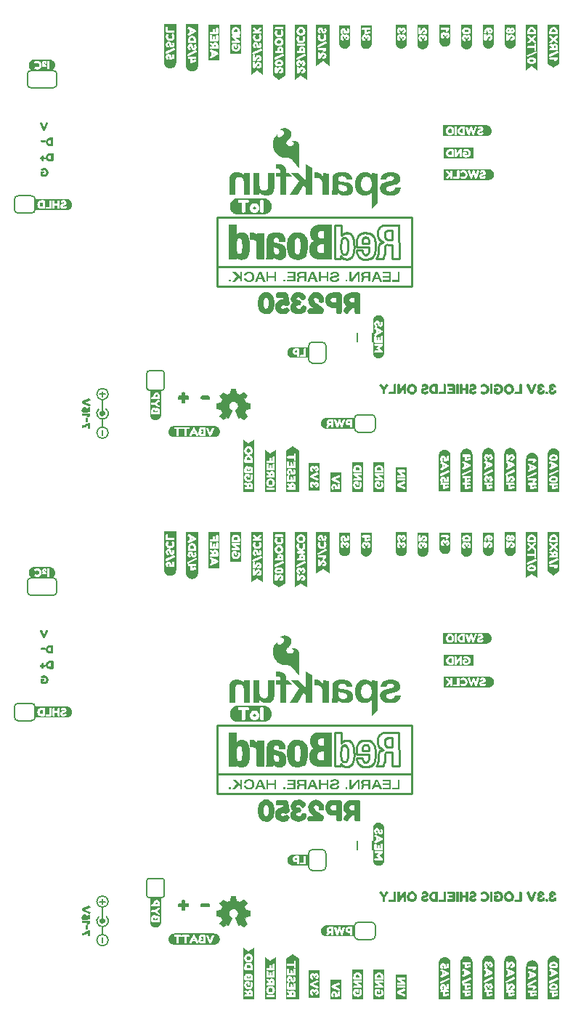
<source format=gbo>
%TF.GenerationSoftware,KiCad,Pcbnew,8.0.6*%
%TF.CreationDate,2024-12-20T13:40:34-07:00*%
%TF.ProjectId,SparkFun_IoT_RedBoard-RP2350_panelized,53706172-6b46-4756-9e5f-496f545f5265,v01*%
%TF.SameCoordinates,Original*%
%TF.FileFunction,Legend,Bot*%
%TF.FilePolarity,Positive*%
%FSLAX46Y46*%
G04 Gerber Fmt 4.6, Leading zero omitted, Abs format (unit mm)*
G04 Created by KiCad (PCBNEW 8.0.6) date 2024-12-20 13:40:34*
%MOMM*%
%LPD*%
G01*
G04 APERTURE LIST*
%ADD10C,0.152400*%
%ADD11C,0.406400*%
%ADD12C,0.000000*%
%ADD13C,0.203200*%
%ADD14C,0.228600*%
%ADD15C,0.254000*%
%ADD16C,0.029494*%
G04 APERTURE END LIST*
D10*
%TO.C,Ref\u002A\u002A*%
X10595200Y72530600D02*
X11230200Y72530600D01*
X10900000Y72835400D02*
X10900000Y72200400D01*
X10900000Y71870200D02*
X10900000Y70473200D01*
X10900000Y69609600D02*
X10900000Y68695200D01*
X10900000Y68314200D02*
X10900000Y67730000D01*
X11331800Y70803400D02*
G75*
G02*
X10442799Y70752600I-415977J-524560D01*
G01*
X11560400Y72530600D02*
G75*
G02*
X10239600Y72530600I-660400J0D01*
G01*
X10239600Y72530600D02*
G75*
G02*
X11560400Y72530600I660400J0D01*
G01*
D11*
X11050093Y70270000D02*
G75*
G02*
X10749907Y70270000I-150093J0D01*
G01*
X10749907Y70270000D02*
G75*
G02*
X11050093Y70270000I150093J0D01*
G01*
D10*
X11560400Y68034800D02*
G75*
G02*
X10239600Y68034800I-660400J0D01*
G01*
X10239600Y68034800D02*
G75*
G02*
X11560400Y68034800I660400J0D01*
G01*
%TO.C,JP6*%
X40280800Y69678800D02*
X40280800Y68561200D01*
X40738000Y70136000D02*
X42262000Y70136000D01*
X42262000Y68104000D02*
X40738000Y68104000D01*
X42719200Y69678800D02*
X42719200Y68561200D01*
X40280800Y69678800D02*
G75*
G02*
X40738000Y70136000I457200J0D01*
G01*
X40738000Y68104000D02*
G75*
G02*
X40280800Y68561200I0J457200D01*
G01*
X42262000Y70136000D02*
G75*
G02*
X42719200Y69678800I-1J-457201D01*
G01*
X42719200Y68561200D02*
G75*
G02*
X42262000Y68104000I-457201J1D01*
G01*
D12*
%TO.C,kibuzzard-67609166*%
G36*
X53422961Y64230026D02*
G01*
X53284192Y64162787D01*
X53284192Y64297265D01*
X53422961Y64230026D01*
G37*
G36*
X53418336Y66181485D02*
G01*
X53486014Y66171446D01*
X53552383Y66154822D01*
X53616802Y66131772D01*
X53678651Y66102520D01*
X53737336Y66067346D01*
X53792290Y66026589D01*
X53842985Y65980641D01*
X53888932Y65929947D01*
X53929689Y65874992D01*
X53964864Y65816308D01*
X53994116Y65754458D01*
X54017166Y65690039D01*
X54033790Y65623671D01*
X54043829Y65555992D01*
X54047186Y65487656D01*
X54047186Y65487537D01*
X54047186Y61453202D01*
X54047186Y61155157D01*
X52652814Y61155157D01*
X52652814Y61453202D01*
X52652814Y62061214D01*
X52855007Y62061214D01*
X52865021Y61986822D01*
X52897926Y61946764D01*
X52937268Y61933174D01*
X52986624Y61931028D01*
X53135408Y61931028D01*
X53135408Y61583388D01*
X53145422Y61508996D01*
X53178326Y61468939D01*
X53217668Y61455348D01*
X53267024Y61453202D01*
X53312804Y61457494D01*
X53757725Y61567651D01*
X53852146Y61621299D01*
X53850715Y61729311D01*
X53809227Y61812287D01*
X53746280Y61832315D01*
X53381474Y61743617D01*
X53381474Y61931028D01*
X53731974Y61931028D01*
X53779185Y61933174D01*
X53816381Y61946764D01*
X53847139Y61987537D01*
X53856438Y62064075D01*
X53846423Y62138467D01*
X53813519Y62177809D01*
X53773462Y62191400D01*
X53724821Y62194261D01*
X52985193Y62194261D01*
X52935837Y62191400D01*
X52896495Y62177093D01*
X52865021Y62137036D01*
X52855007Y62061214D01*
X52652814Y62061214D01*
X52652814Y62849483D01*
X52855007Y62849483D01*
X52865021Y62775091D01*
X52897926Y62735033D01*
X52937268Y62721443D01*
X52986624Y62719297D01*
X53135408Y62719297D01*
X53135408Y62371657D01*
X53145422Y62297265D01*
X53178326Y62257208D01*
X53217668Y62243617D01*
X53267024Y62241471D01*
X53312804Y62245763D01*
X53757725Y62355920D01*
X53852146Y62409568D01*
X53850715Y62517580D01*
X53809227Y62600556D01*
X53746280Y62620584D01*
X53381474Y62531886D01*
X53381474Y62719297D01*
X53731974Y62719297D01*
X53779185Y62721443D01*
X53816381Y62735033D01*
X53847139Y62775806D01*
X53856438Y62852344D01*
X53846423Y62926736D01*
X53813519Y62966078D01*
X53773462Y62979669D01*
X53724821Y62982530D01*
X52985193Y62982530D01*
X52935837Y62979669D01*
X52896495Y62965362D01*
X52865021Y62925305D01*
X52855007Y62849483D01*
X52652814Y62849483D01*
X52652814Y63207136D01*
X52781330Y63207136D01*
X52800644Y63108424D01*
X52862876Y63029740D01*
X52952289Y63045477D01*
X53849285Y63474661D01*
X53918670Y63538324D01*
X53897926Y63636321D01*
X53831402Y63716435D01*
X53739127Y63696407D01*
X52850715Y63268653D01*
X52781330Y63207136D01*
X52652814Y63207136D01*
X52652814Y64543331D01*
X52842847Y64543331D01*
X52925107Y64473231D01*
X53061016Y64407423D01*
X53061016Y64055491D01*
X52923677Y63989683D01*
X52844278Y63918152D01*
X52865021Y63813717D01*
X52934406Y63733603D01*
X53035265Y63752201D01*
X53779185Y64111285D01*
X53834263Y64161357D01*
X53855007Y64231457D01*
X53835694Y64301199D01*
X53777754Y64350198D01*
X53035265Y64709282D01*
X52933691Y64728596D01*
X52863591Y64649196D01*
X52842847Y64543331D01*
X52652814Y64543331D01*
X52652814Y65354490D01*
X52855007Y65354490D01*
X52865021Y65280098D01*
X52897926Y65240041D01*
X52937268Y65226450D01*
X52986624Y65224304D01*
X53135408Y65224304D01*
X53135408Y64876664D01*
X53145422Y64802272D01*
X53178326Y64762215D01*
X53217668Y64748624D01*
X53267024Y64746478D01*
X53312804Y64750770D01*
X53757725Y64860928D01*
X53852146Y64914576D01*
X53850715Y65022587D01*
X53809227Y65105563D01*
X53746280Y65125591D01*
X53381474Y65036893D01*
X53381474Y65224304D01*
X53731974Y65224304D01*
X53779185Y65226450D01*
X53816381Y65240041D01*
X53847139Y65280813D01*
X53856438Y65357351D01*
X53846423Y65431743D01*
X53813519Y65471085D01*
X53773462Y65484676D01*
X53724821Y65487537D01*
X52985193Y65487537D01*
X52935837Y65484676D01*
X52896495Y65470370D01*
X52865021Y65430312D01*
X52855007Y65354490D01*
X52652814Y65354490D01*
X52652814Y65487537D01*
X52652814Y65487656D01*
X52656171Y65555992D01*
X52666210Y65623671D01*
X52682834Y65690039D01*
X52705884Y65754458D01*
X52735136Y65816308D01*
X52770311Y65874992D01*
X52811068Y65929947D01*
X52857015Y65980641D01*
X52907710Y66026589D01*
X52962664Y66067346D01*
X53021349Y66102520D01*
X53083198Y66131772D01*
X53147617Y66154822D01*
X53213986Y66171446D01*
X53281664Y66181485D01*
X53350000Y66184843D01*
X53418336Y66181485D01*
G37*
%TO.C,kibuzzard-67609575*%
G36*
X21422961Y114813014D02*
G01*
X21284192Y114745775D01*
X21284192Y114880253D01*
X21422961Y114813014D01*
G37*
G36*
X21445851Y114005789D02*
G01*
X21523104Y113953214D01*
X21575680Y113875961D01*
X21593205Y113784402D01*
X21593205Y113669952D01*
X21116810Y113669952D01*
X21116810Y113785832D01*
X21134156Y113876319D01*
X21186195Y113953214D01*
X21262911Y114005789D01*
X21354292Y114023314D01*
X21445851Y114005789D01*
G37*
G36*
X22047186Y115325174D02*
G01*
X22047186Y111112012D01*
X22047186Y110813968D01*
X22043829Y110745631D01*
X22033790Y110677953D01*
X22017166Y110611585D01*
X21994116Y110547166D01*
X21964864Y110485316D01*
X21929689Y110426632D01*
X21888932Y110371677D01*
X21842985Y110320982D01*
X21792290Y110275035D01*
X21737336Y110234278D01*
X21678651Y110199104D01*
X21616802Y110169851D01*
X21552383Y110146802D01*
X21486014Y110130177D01*
X21418336Y110120138D01*
X21350000Y110116781D01*
X21281664Y110120138D01*
X21213986Y110130177D01*
X21147617Y110146802D01*
X21083198Y110169851D01*
X21021349Y110199104D01*
X20962664Y110234278D01*
X20907710Y110275035D01*
X20857015Y110320982D01*
X20811068Y110371677D01*
X20770311Y110426632D01*
X20735136Y110485316D01*
X20705884Y110547166D01*
X20682834Y110611585D01*
X20666210Y110677953D01*
X20656171Y110745631D01*
X20652814Y110813968D01*
X20652814Y111112012D01*
X20652814Y111720024D01*
X20855007Y111720024D01*
X20865021Y111645632D01*
X20897926Y111605575D01*
X20937268Y111591984D01*
X20986624Y111589838D01*
X21135408Y111589838D01*
X21135408Y111242198D01*
X21145422Y111167806D01*
X21178326Y111127749D01*
X21217668Y111114158D01*
X21267024Y111112012D01*
X21312804Y111116304D01*
X21757725Y111226462D01*
X21852146Y111280110D01*
X21850715Y111388121D01*
X21809227Y111471097D01*
X21746280Y111491125D01*
X21381474Y111402427D01*
X21381474Y111589838D01*
X21731974Y111589838D01*
X21779185Y111591984D01*
X21816381Y111605575D01*
X21847139Y111646347D01*
X21856438Y111722885D01*
X21846423Y111797277D01*
X21813519Y111836619D01*
X21773462Y111850210D01*
X21724821Y111853071D01*
X20985193Y111853071D01*
X20935837Y111850210D01*
X20896495Y111835904D01*
X20865021Y111795846D01*
X20855007Y111720024D01*
X20652814Y111720024D01*
X20652814Y112077678D01*
X20781330Y112077678D01*
X20800644Y111978965D01*
X20862876Y111900281D01*
X20952289Y111916018D01*
X21849285Y112345203D01*
X21918670Y112408865D01*
X21897926Y112506862D01*
X21831402Y112586977D01*
X21739127Y112566948D01*
X20850715Y112139194D01*
X20781330Y112077678D01*
X20652814Y112077678D01*
X20652814Y112980396D01*
X20839270Y112980396D01*
X20845708Y112900281D01*
X20861445Y112833042D01*
X20885050Y112777964D01*
X20912232Y112733615D01*
X20940129Y112699280D01*
X20965165Y112674244D01*
X20985193Y112658507D01*
X20995207Y112649924D01*
X21088197Y112614158D01*
X21179757Y112674244D01*
X21212820Y112733694D01*
X21203282Y112795687D01*
X21151144Y112860224D01*
X21098927Y112918164D01*
X21085336Y112974673D01*
X21106080Y113059080D01*
X21172604Y113084831D01*
X21216953Y113047635D01*
X21250572Y112935331D01*
X21268991Y112867198D01*
X21288484Y112813014D01*
X21334263Y112732899D01*
X21395780Y112675675D01*
X21473033Y112641340D01*
X21566023Y112629895D01*
X21648760Y112640545D01*
X21721483Y112672496D01*
X21784192Y112725746D01*
X21832276Y112795211D01*
X21861127Y112875802D01*
X21870744Y112967520D01*
X21861206Y113075452D01*
X21832594Y113166535D01*
X21784907Y113240768D01*
X21711230Y113292270D01*
X21623247Y113257935D01*
X21553863Y113173529D01*
X21580329Y113077678D01*
X21593920Y113061226D01*
X21610372Y113041197D01*
X21621102Y113013300D01*
X21626109Y112966090D01*
X21608226Y112913157D01*
X21564592Y112890267D01*
X21518097Y112915303D01*
X21493062Y112971812D01*
X21475179Y113059080D01*
X21453004Y113150639D01*
X21415808Y113231648D01*
X21361445Y113294416D01*
X21283834Y113334652D01*
X21176896Y113348064D01*
X21108584Y113341984D01*
X21046710Y113323743D01*
X20950143Y113261512D01*
X20886481Y113173529D01*
X20850000Y113075532D01*
X20839270Y112980396D01*
X20652814Y112980396D01*
X20652814Y113538336D01*
X20652814Y113781540D01*
X20855007Y113781540D01*
X20855007Y113538336D01*
X20865021Y113466090D01*
X20895780Y113426748D01*
X20935837Y113411726D01*
X20986624Y113408150D01*
X21726252Y113408150D01*
X21774177Y113410296D01*
X21813519Y113423886D01*
X21845708Y113463944D01*
X21855007Y113539766D01*
X21855007Y113785832D01*
X21845887Y113884545D01*
X21818526Y113976104D01*
X21772926Y114060510D01*
X21709084Y114137763D01*
X21632546Y114202231D01*
X21548856Y114248278D01*
X21458011Y114275907D01*
X21360014Y114285117D01*
X21259379Y114275907D01*
X21166345Y114248278D01*
X21080910Y114202231D01*
X21003076Y114137763D01*
X20938296Y114060242D01*
X20892024Y113975031D01*
X20864261Y113882130D01*
X20855007Y113781540D01*
X20652814Y113781540D01*
X20652814Y115126319D01*
X20842847Y115126319D01*
X20925107Y115056218D01*
X21061016Y114990410D01*
X21061016Y114638479D01*
X20923677Y114572670D01*
X20844278Y114501140D01*
X20865021Y114396705D01*
X20934406Y114316590D01*
X21035265Y114335188D01*
X21779185Y114694273D01*
X21834263Y114744344D01*
X21855007Y114814444D01*
X21835694Y114884187D01*
X21777754Y114933185D01*
X21035265Y115292270D01*
X20933691Y115311583D01*
X20863591Y115232184D01*
X20842847Y115126319D01*
X20652814Y115126319D01*
X20652814Y115325174D01*
X20652814Y115623219D01*
X22047186Y115623219D01*
X22047186Y115325174D01*
G37*
%TO.C,kibuzzard-67609507*%
G36*
X34263162Y112737589D02*
G01*
X34293205Y112662481D01*
X34293205Y112509405D01*
X34084335Y112509405D01*
X34084335Y112663912D01*
X34110086Y112734727D01*
X34188770Y112768347D01*
X34263162Y112737589D01*
G37*
G36*
X34149249Y115025858D02*
G01*
X34230973Y114974355D01*
X34286230Y114898890D01*
X34304649Y114809835D01*
X34286230Y114719706D01*
X34230973Y114643883D01*
X34149249Y114592381D01*
X34051431Y114575214D01*
X33955579Y114592560D01*
X33874034Y114644599D01*
X33818240Y114720242D01*
X33799642Y114808404D01*
X33817704Y114899427D01*
X33871888Y114975071D01*
X33952897Y115026036D01*
X34051431Y115043025D01*
X34149249Y115025858D01*
G37*
G36*
X34747186Y115304828D02*
G01*
X34747186Y109899963D01*
X34747186Y109601919D01*
X34747186Y109137128D01*
X34050000Y109601919D01*
X33352814Y109137128D01*
X33352814Y109601919D01*
X33352814Y109899963D01*
X33352814Y110030149D01*
X33352814Y110546601D01*
X33550715Y110546601D01*
X33550715Y110030149D01*
X33590057Y109938590D01*
X33683763Y109899963D01*
X33756366Y109912839D01*
X33822532Y109951466D01*
X33873498Y110001179D01*
X33926252Y110070207D01*
X33975429Y110145672D01*
X34015665Y110214699D01*
X34055722Y110276752D01*
X34104363Y110331294D01*
X34158011Y110369384D01*
X34213090Y110382081D01*
X34251001Y110377074D01*
X34288197Y110345600D01*
X34307511Y110273354D01*
X34277825Y110189663D01*
X34188770Y110161766D01*
X34142990Y110159620D01*
X34106509Y110146029D01*
X34076466Y110105972D01*
X34067167Y110030149D01*
X34077182Y109955757D01*
X34110086Y109915700D01*
X34149428Y109902109D01*
X34198784Y109899963D01*
X34290184Y109911408D01*
X34375544Y109945743D01*
X34454864Y110002968D01*
X34518447Y110078631D01*
X34556597Y110168283D01*
X34569313Y110271923D01*
X34557074Y110370636D01*
X34520354Y110458857D01*
X34459156Y110536587D01*
X34380472Y110596991D01*
X34291297Y110633233D01*
X34191631Y110645314D01*
X34119385Y110638340D01*
X34051431Y110617417D01*
X33990629Y110585049D01*
X33939843Y110543740D01*
X33864735Y110456473D01*
X33813948Y110370636D01*
X33813948Y110549463D01*
X33811087Y110598819D01*
X33796781Y110637446D01*
X33756724Y110669634D01*
X33680901Y110679649D01*
X33607225Y110669634D01*
X33567883Y110636730D01*
X33553577Y110595958D01*
X33550715Y110546601D01*
X33352814Y110546601D01*
X33352814Y111091666D01*
X33536409Y111091666D01*
X33547139Y110993907D01*
X33579328Y110904732D01*
X33632976Y110824141D01*
X33700771Y110760558D01*
X33775401Y110722408D01*
X33856867Y110709692D01*
X33924464Y110745457D01*
X33946996Y110852753D01*
X33931259Y110931437D01*
X33864020Y110972925D01*
X33856152Y110975786D01*
X33838984Y110986516D01*
X33817525Y111007975D01*
X33800358Y111042310D01*
X33792489Y111093096D01*
X33814664Y111182510D01*
X33874034Y111216129D01*
X33936266Y111188590D01*
X33957010Y111105972D01*
X33957010Y111066630D01*
X33963448Y111033726D01*
X33981330Y111001537D01*
X34018526Y110984370D01*
X34081474Y110975786D01*
X34153004Y110985085D01*
X34190200Y111015128D01*
X34202361Y111051609D01*
X34204506Y111097388D01*
X34204506Y111107403D01*
X34213805Y111173926D01*
X34250286Y111194670D01*
X34299642Y111171065D01*
X34317525Y111105972D01*
X34303219Y111044456D01*
X34260300Y111002968D01*
X34201327Y110959413D01*
X34184637Y110899328D01*
X34210229Y110822710D01*
X34288913Y110751895D01*
X34387625Y110772639D01*
X34392632Y110774785D01*
X34408369Y110782653D01*
X34431974Y110796959D01*
X34460587Y110819849D01*
X34491345Y110851323D01*
X34520672Y110893526D01*
X34545708Y110946458D01*
X34562876Y111012267D01*
X34569313Y111091666D01*
X34558504Y111195703D01*
X34526077Y111284640D01*
X34472031Y111358476D01*
X34404793Y111413713D01*
X34332785Y111446856D01*
X34256009Y111457903D01*
X34151216Y111433225D01*
X34080043Y111359191D01*
X34002790Y111439305D01*
X33945565Y111468275D01*
X33876896Y111477932D01*
X33784303Y111465772D01*
X33702996Y111429291D01*
X33632976Y111368490D01*
X33579328Y111289091D01*
X33547139Y111196816D01*
X33536409Y111091666D01*
X33352814Y111091666D01*
X33352814Y111682510D01*
X33481330Y111682510D01*
X33500644Y111583797D01*
X33562876Y111505114D01*
X33652289Y111520850D01*
X34549285Y111950035D01*
X34618670Y112013697D01*
X34597926Y112111694D01*
X34531402Y112191809D01*
X34439127Y112171780D01*
X33550715Y111744026D01*
X33481330Y111682510D01*
X33352814Y111682510D01*
X33352814Y112377789D01*
X33555007Y112377789D01*
X33565021Y112303397D01*
X33597926Y112263340D01*
X33637268Y112249749D01*
X33686624Y112247603D01*
X34424821Y112247603D01*
X34472747Y112249749D01*
X34512089Y112263340D01*
X34544993Y112303397D01*
X34555007Y112379220D01*
X34555007Y112663912D01*
X34549285Y112722210D01*
X34532117Y112782653D01*
X34504220Y112842739D01*
X34466309Y112899963D01*
X34415701Y112950929D01*
X34349714Y112992238D01*
X34272282Y113019599D01*
X34187339Y113028719D01*
X34102754Y113019777D01*
X34026395Y112992953D01*
X33961481Y112952002D01*
X33911230Y112900679D01*
X33873319Y112842739D01*
X33845422Y112781938D01*
X33828255Y112720958D01*
X33822532Y112662481D01*
X33822532Y112509405D01*
X33685193Y112509405D01*
X33635837Y112507260D01*
X33597210Y112493669D01*
X33565021Y112453612D01*
X33555007Y112377789D01*
X33352814Y112377789D01*
X33352814Y113218991D01*
X33553577Y113218991D01*
X33563591Y113144599D01*
X33596495Y113104541D01*
X33635837Y113090951D01*
X33685193Y113088805D01*
X34424821Y113088805D01*
X34472747Y113090951D01*
X34512089Y113104541D01*
X34544993Y113144599D01*
X34555007Y113220421D01*
X34544993Y113294813D01*
X34512089Y113334870D01*
X34472747Y113348461D01*
X34423391Y113350607D01*
X33683763Y113350607D01*
X33634406Y113348461D01*
X33595780Y113334870D01*
X33563591Y113294813D01*
X33553577Y113218991D01*
X33352814Y113218991D01*
X33352814Y113928576D01*
X33539270Y113928576D01*
X33543562Y113867953D01*
X33556438Y113803397D01*
X33579506Y113735800D01*
X33614378Y113666058D01*
X33659442Y113598998D01*
X33713090Y113539448D01*
X33779077Y113488483D01*
X33861159Y113447174D01*
X33955937Y113419813D01*
X34060014Y113410693D01*
X34160157Y113419634D01*
X34251717Y113446458D01*
X34331295Y113487231D01*
X34395494Y113538018D01*
X34447711Y113597567D01*
X34491345Y113664627D01*
X34525143Y113734727D01*
X34547854Y113803397D01*
X34560730Y113869742D01*
X34565021Y113932868D01*
X34556120Y114018069D01*
X34529415Y114105813D01*
X34484907Y114196101D01*
X34457725Y114234727D01*
X34427682Y114261194D01*
X34384764Y114274785D01*
X34304649Y114243311D01*
X34246710Y114189663D01*
X34227396Y114140307D01*
X34260300Y114063054D01*
X34266738Y114053755D01*
X34274607Y114041594D01*
X34282475Y114028003D01*
X34289628Y114008690D01*
X34295351Y113985800D01*
X34300358Y113957188D01*
X34301788Y113922853D01*
X34287482Y113841308D01*
X34245279Y113760478D01*
X34167310Y113696816D01*
X34113662Y113678576D01*
X34052861Y113672496D01*
X33974714Y113683404D01*
X33909084Y113716129D01*
X33858834Y113762446D01*
X33826824Y113814127D01*
X33803934Y113922853D01*
X33815737Y113998318D01*
X33851144Y114070207D01*
X33879757Y114141737D01*
X33859371Y114190378D01*
X33798212Y114241880D01*
X33715236Y114273354D01*
X33663019Y114253325D01*
X33619385Y114194670D01*
X33574877Y114109787D01*
X33548172Y114021089D01*
X33539270Y113928576D01*
X33352814Y113928576D01*
X33352814Y114815557D01*
X33537840Y114815557D01*
X33547139Y114715593D01*
X33575036Y114623139D01*
X33621531Y114538197D01*
X33686624Y114460765D01*
X33764861Y114396297D01*
X33850787Y114350250D01*
X33944403Y114322621D01*
X34045708Y114313411D01*
X34150322Y114322353D01*
X34246710Y114349177D01*
X34334871Y114393883D01*
X34414807Y114456473D01*
X34481152Y114531848D01*
X34528541Y114614913D01*
X34556974Y114705668D01*
X34566452Y114804112D01*
X34557108Y114904613D01*
X34529077Y114997245D01*
X34482359Y115082009D01*
X34416953Y115158905D01*
X34338045Y115222746D01*
X34250823Y115268347D01*
X34155284Y115295707D01*
X34051431Y115304828D01*
X33949365Y115295841D01*
X33854900Y115268883D01*
X33768035Y115223953D01*
X33688770Y115161051D01*
X33622738Y115085541D01*
X33575572Y115002789D01*
X33547273Y114912794D01*
X33537840Y114815557D01*
X33352814Y114815557D01*
X33352814Y115304828D01*
X33352814Y115602872D01*
X34747186Y115602872D01*
X34747186Y115304828D01*
G37*
D10*
%TO.C,JP2*%
X16084000Y73256400D02*
X16084000Y74983600D01*
X17862000Y75237600D02*
X16338000Y75237600D01*
X17862000Y73002400D02*
X16338000Y73002400D01*
X18116000Y74983600D02*
X18116000Y73256400D01*
X16084000Y74983600D02*
G75*
G02*
X16338000Y75237600I254000J0D01*
G01*
X16338000Y73002400D02*
G75*
G02*
X16084000Y73256400I0J254000D01*
G01*
X17862000Y75237600D02*
G75*
G02*
X18116000Y74983600I0J-254000D01*
G01*
X18116000Y73256400D02*
G75*
G02*
X17862000Y73002400I-254000J0D01*
G01*
D12*
%TO.C,kibuzzard-67608565*%
G36*
X23382117Y72320286D02*
G01*
X23432189Y72250186D01*
X23447926Y72120000D01*
X23430758Y71988383D01*
X23369242Y71917568D01*
X23241917Y71893963D01*
X22560944Y71893963D01*
X22423605Y71919714D01*
X22369242Y71988383D01*
X22352074Y72117139D01*
X22366381Y72248755D01*
X22430043Y72321717D01*
X22558083Y72346037D01*
X23239056Y72346037D01*
X23382117Y72320286D01*
G37*
D13*
%TO.C,JP4*%
X40611000Y79628000D02*
X40611000Y78612000D01*
X42389000Y79628000D02*
X42389000Y78612000D01*
D10*
%TO.C,JP3*%
X2142800Y108661200D02*
X2142800Y109778800D01*
X2600000Y110236000D02*
X5140000Y110236000D01*
X5140000Y108204000D02*
X2600000Y108204000D01*
X5597200Y108661200D02*
X5597200Y109778800D01*
X2142800Y109778800D02*
G75*
G02*
X2600000Y110236000I457201J-1D01*
G01*
X2600000Y108204000D02*
G75*
G02*
X2142800Y108661200I1J457201D01*
G01*
X5140000Y110236000D02*
G75*
G02*
X5597200Y109778800I0J-457200D01*
G01*
X5597200Y108661200D02*
G75*
G02*
X5140000Y108204000I-457200J0D01*
G01*
%TO.C,JP5*%
X34934000Y76608000D02*
X34934000Y78132000D01*
X36508800Y78589200D02*
X35391200Y78589200D01*
X36508800Y76150800D02*
X35391200Y76150800D01*
X36966000Y78132000D02*
X36966000Y76608000D01*
X34934000Y78132000D02*
G75*
G02*
X35391200Y78589200I457200J0D01*
G01*
X35391200Y76150800D02*
G75*
G02*
X34934000Y76608000I1J457201D01*
G01*
X36508800Y78589200D02*
G75*
G02*
X36966000Y78132000I0J-457200D01*
G01*
X36966000Y76608000D02*
G75*
G02*
X36508800Y76150800I-457201J1D01*
G01*
D12*
%TO.C,kibuzzard-67608662*%
G36*
X38671316Y84352117D02*
G01*
X38771459Y84269857D01*
X38805436Y84171502D01*
X38810801Y84051688D01*
X38810801Y82206195D01*
X38805436Y82082804D01*
X38771459Y81984449D01*
X38671316Y81902189D01*
X38485336Y81877153D01*
X38295780Y81902189D01*
X38195637Y81982661D01*
X38161660Y82079227D01*
X38156295Y82202618D01*
X38156295Y82545966D01*
X37773605Y82545966D01*
X37627414Y82560272D01*
X37474964Y82603190D01*
X37322961Y82672933D01*
X37178112Y82767711D01*
X37049803Y82893337D01*
X36947425Y83055622D01*
X36880365Y83246520D01*
X36858011Y83457983D01*
X36858395Y83461559D01*
X37508941Y83461559D01*
X37592990Y83264850D01*
X37770029Y83200472D01*
X38156295Y83200472D01*
X38156295Y83722647D01*
X37773605Y83722647D01*
X37585837Y83647539D01*
X37508941Y83461559D01*
X36858395Y83461559D01*
X36880812Y83670340D01*
X36949213Y83863920D01*
X37052486Y84028888D01*
X37179900Y84155408D01*
X37322961Y84250186D01*
X37473176Y84319928D01*
X37624285Y84362847D01*
X37770029Y84377153D01*
X38481760Y84377153D01*
X38671316Y84352117D01*
G37*
G36*
X40831545Y84352117D02*
G01*
X40931688Y84269857D01*
X40965665Y84171502D01*
X40971030Y84051688D01*
X40971030Y82206195D01*
X40965665Y82082804D01*
X40931688Y81984449D01*
X40831545Y81902189D01*
X40645565Y81877153D01*
X40456009Y81902189D01*
X40355866Y81982661D01*
X40321888Y82079227D01*
X40316524Y82202618D01*
X40316524Y82549542D01*
X39983906Y82549542D01*
X39601216Y82030944D01*
X39400930Y81864635D01*
X39146996Y81962990D01*
X38975322Y82174006D01*
X39071888Y82420787D01*
X39329399Y82764134D01*
X39154546Y82958857D01*
X39049634Y83190140D01*
X39014664Y83457983D01*
X39015040Y83461559D01*
X39669170Y83461559D01*
X39751431Y83264850D01*
X39923104Y83200472D01*
X40316524Y83200472D01*
X40316524Y83722647D01*
X39930258Y83722647D01*
X39746066Y83647539D01*
X39669170Y83461559D01*
X39015040Y83461559D01*
X39037017Y83670340D01*
X39104077Y83863920D01*
X39206456Y84028888D01*
X39334764Y84155408D01*
X39478720Y84250186D01*
X39628040Y84319928D01*
X39777808Y84362847D01*
X39923104Y84377153D01*
X40641989Y84377153D01*
X40831545Y84352117D01*
G37*
G36*
X32414163Y84352117D02*
G01*
X32514306Y84257339D01*
X32555436Y84158984D01*
X32573319Y84058841D01*
X32705651Y83043104D01*
X32660944Y82939385D01*
X32501788Y82832089D01*
X32269313Y82760558D01*
X32069027Y82846395D01*
X31929542Y82896466D01*
X31772175Y82837454D01*
X31707797Y82689027D01*
X31768598Y82538813D01*
X31940272Y82485165D01*
X32147711Y82542389D01*
X32390916Y82660415D01*
X32612661Y82538813D01*
X32744993Y82295608D01*
X32609084Y82077439D01*
X32533977Y82013062D01*
X32290773Y81889671D01*
X32111946Y81842729D01*
X31918813Y81827082D01*
X31686338Y81855495D01*
X31480091Y81940736D01*
X31300072Y82082804D01*
X31160984Y82266598D01*
X31077531Y82477018D01*
X31049714Y82714063D01*
X31078326Y82926867D01*
X31164163Y83121788D01*
X31307225Y83298827D01*
X31488038Y83438908D01*
X31687132Y83522957D01*
X31904506Y83550973D01*
X31922389Y83550973D01*
X31983190Y83543820D01*
X31958155Y83733376D01*
X31407368Y83733376D01*
X31292918Y83738741D01*
X31199928Y83770930D01*
X31123033Y83865708D01*
X31099785Y84044535D01*
X31124821Y84239456D01*
X31205293Y84339599D01*
X31301860Y84373577D01*
X31425250Y84380730D01*
X32244278Y84384306D01*
X32414163Y84352117D01*
G37*
G36*
X36087069Y84381127D02*
G01*
X36311199Y84285753D01*
X36500358Y84126795D01*
X36643419Y83928496D01*
X36729256Y83715096D01*
X36757868Y83486595D01*
X36752504Y83363205D01*
X36718526Y83264850D01*
X36618383Y83182589D01*
X36432403Y83157554D01*
X36242847Y83180801D01*
X36142704Y83255908D01*
X36108727Y83347110D01*
X36103362Y83461559D01*
X36033619Y83684199D01*
X35824392Y83758412D01*
X35643777Y83710129D01*
X35565093Y83617139D01*
X35552575Y83522361D01*
X35584317Y83384664D01*
X35679542Y83250544D01*
X35815898Y83128941D01*
X35971030Y83028798D01*
X36143598Y82928208D01*
X36332260Y82805265D01*
X36504828Y82673380D01*
X36629113Y82545966D01*
X36725680Y82380551D01*
X36757868Y82199041D01*
X36661302Y81964778D01*
X36432403Y81866423D01*
X35141273Y81866423D01*
X35017883Y81873577D01*
X34915951Y81909342D01*
X34833691Y82007697D01*
X34808655Y82191888D01*
X34833691Y82381445D01*
X34914163Y82481588D01*
X35010730Y82517353D01*
X35134120Y82524506D01*
X35581187Y82524506D01*
X35366595Y82651474D01*
X35148426Y82839242D01*
X35045154Y82966209D01*
X34964235Y83118212D01*
X34911928Y83288097D01*
X34894492Y83468712D01*
X34924694Y83717878D01*
X35015300Y83940815D01*
X35166309Y84137525D01*
X35360634Y84290521D01*
X35581187Y84382319D01*
X35827969Y84412918D01*
X36087069Y84381127D01*
G37*
G36*
X30209227Y84389224D02*
G01*
X30405937Y84318140D01*
X30567775Y84212185D01*
X30688484Y84083877D01*
X30779238Y83932768D01*
X30851216Y83758412D01*
X30902629Y83581373D01*
X30931688Y83422217D01*
X30945100Y83272003D01*
X30949571Y83121788D01*
X30935265Y82860701D01*
X30885193Y82576366D01*
X30840039Y82427940D01*
X30776109Y82293820D01*
X30600858Y82057768D01*
X30484174Y81960755D01*
X30337983Y81887883D01*
X30167203Y81842282D01*
X29991059Y81828223D01*
X29976753Y81827082D01*
X29761266Y81849435D01*
X29572604Y81916495D01*
X29416130Y82017532D01*
X29297210Y82141817D01*
X29206456Y82288902D01*
X29134478Y82458340D01*
X29082171Y82633591D01*
X29050429Y82798112D01*
X29034335Y82957715D01*
X29028970Y83118212D01*
X29029082Y83121788D01*
X29683476Y83121788D01*
X29683476Y83103906D01*
X29685265Y82960844D01*
X29704936Y82803476D01*
X29751431Y82642532D01*
X29842632Y82533448D01*
X29991059Y82485165D01*
X30124061Y82524730D01*
X30219063Y82643426D01*
X30276064Y82841254D01*
X30295064Y83118212D01*
X30275840Y83398299D01*
X30218169Y83598362D01*
X30122049Y83718399D01*
X29987482Y83758412D01*
X29854480Y83718623D01*
X29759478Y83599256D01*
X29702477Y83400311D01*
X29683476Y83121788D01*
X29029082Y83121788D01*
X29033888Y83274685D01*
X29048641Y83429371D01*
X29079041Y83590762D01*
X29130901Y83767353D01*
X29202879Y83939921D01*
X29293634Y84089242D01*
X29413448Y84215762D01*
X29572604Y84319928D01*
X29764843Y84389671D01*
X29983906Y84412918D01*
X30209227Y84389224D01*
G37*
G36*
X33977110Y84396824D02*
G01*
X34141631Y84353906D01*
X34273963Y84291316D01*
X34379471Y84217997D01*
X34458155Y84141102D01*
X34515379Y84069571D01*
X34551144Y84010558D01*
X34570815Y83971216D01*
X34576180Y83958698D01*
X34628040Y83711917D01*
X34451001Y83515207D01*
X34259458Y83451227D01*
X34109243Y83492953D01*
X34000358Y83640386D01*
X33896638Y83747682D01*
X33742847Y83783448D01*
X33580114Y83738741D01*
X33521102Y83615351D01*
X33572961Y83524149D01*
X33739270Y83500901D01*
X33764306Y83500901D01*
X33878755Y83495536D01*
X33969957Y83465136D01*
X34045064Y83372146D01*
X34068312Y83193319D01*
X34046853Y83035951D01*
X34003934Y82942961D01*
X33923462Y82898255D01*
X33841202Y82882160D01*
X33742847Y82882160D01*
X33536302Y82830300D01*
X33467454Y82674721D01*
X33551502Y82526295D01*
X33775036Y82470858D01*
X33902003Y82490529D01*
X33987840Y82533448D01*
X34041488Y82587096D01*
X34068312Y82630014D01*
X34075465Y82649685D01*
X34179185Y82817783D01*
X34375894Y82857124D01*
X34644134Y82800794D01*
X34733548Y82631803D01*
X34701756Y82428139D01*
X34606382Y82241563D01*
X34447425Y82072074D01*
X34245947Y81937954D01*
X34023009Y81857482D01*
X33778612Y81830658D01*
X33515737Y81857482D01*
X33285050Y81937954D01*
X33086552Y82072074D01*
X32934549Y82247126D01*
X32843348Y82450393D01*
X32812947Y82681874D01*
X32837089Y82853548D01*
X32909514Y82996609D01*
X33109800Y83189742D01*
X32924714Y83367675D01*
X32863019Y83629657D01*
X32890637Y83821598D01*
X32973494Y84001617D01*
X33111588Y84169714D01*
X33296177Y84304828D01*
X33518519Y84385896D01*
X33778612Y84412918D01*
X33977110Y84396824D01*
G37*
%TO.C,kibuzzard-67608A88*%
G36*
X4195556Y98877198D02*
G01*
X4290021Y98849435D01*
X4376887Y98803163D01*
X4456152Y98738383D01*
X4522183Y98660638D01*
X4569349Y98575472D01*
X4597648Y98482884D01*
X4607082Y98382876D01*
X4597783Y98277994D01*
X4569886Y98180801D01*
X4523391Y98091298D01*
X4458298Y98009485D01*
X4380329Y97941263D01*
X4295207Y97892532D01*
X4202933Y97863294D01*
X4103505Y97853548D01*
X3993825Y97859747D01*
X3899404Y97878345D01*
X3820243Y97909342D01*
X3767668Y97942425D01*
X3727253Y97981588D01*
X3692918Y98063848D01*
X3692918Y98357124D01*
X3693634Y98392890D01*
X3700072Y98424363D01*
X3717239Y98452976D01*
X3750858Y98471574D01*
X3805937Y98481588D01*
X4056295Y98481588D01*
X4094921Y98479442D01*
X4126395Y98467997D01*
X4152861Y98434378D01*
X4160730Y98371431D01*
X4153577Y98307053D01*
X4129256Y98273433D01*
X4099213Y98261989D01*
X4060587Y98259843D01*
X3954721Y98259843D01*
X3954721Y98136810D01*
X4015522Y98122861D01*
X4097783Y98118212D01*
X4190415Y98137883D01*
X4270887Y98196896D01*
X4326681Y98282017D01*
X4345279Y98380014D01*
X4327396Y98474971D01*
X4273748Y98553834D01*
X4194707Y98606946D01*
X4100644Y98624649D01*
X4012303Y98614635D01*
X3938984Y98584592D01*
X3861731Y98551688D01*
X3808798Y98570644D01*
X3755866Y98627511D01*
X3722961Y98707625D01*
X3736552Y98749113D01*
X3763019Y98779156D01*
X3803076Y98807768D01*
X3864413Y98840851D01*
X3939700Y98865708D01*
X4019278Y98881266D01*
X4093491Y98886452D01*
X4195556Y98877198D01*
G37*
%TO.C,kibuzzard-67609232*%
G36*
X26540129Y115017711D02*
G01*
X26617382Y114965136D01*
X26669957Y114887883D01*
X26687482Y114796323D01*
X26687482Y114681874D01*
X26211087Y114681874D01*
X26211087Y114797754D01*
X26228433Y114888240D01*
X26280472Y114965136D01*
X26357189Y115017711D01*
X26448569Y115035236D01*
X26540129Y115017711D01*
G37*
G36*
X27085670Y115297039D02*
G01*
X27085670Y112442961D01*
X27085670Y112144917D01*
X25814330Y112144917D01*
X25814330Y112442961D01*
X25814330Y112946538D01*
X25933548Y112946538D01*
X25943294Y112847110D01*
X25972532Y112754835D01*
X26021263Y112669714D01*
X26089485Y112591745D01*
X26171298Y112526652D01*
X26260801Y112480157D01*
X26357994Y112452260D01*
X26462876Y112442961D01*
X26562884Y112452394D01*
X26655472Y112480694D01*
X26740638Y112527859D01*
X26818383Y112593891D01*
X26883163Y112673156D01*
X26929435Y112760021D01*
X26957198Y112854487D01*
X26966452Y112956552D01*
X26961266Y113030765D01*
X26945708Y113110343D01*
X26920851Y113185629D01*
X26887768Y113246967D01*
X26859156Y113287024D01*
X26829113Y113313491D01*
X26787625Y113327082D01*
X26707511Y113294177D01*
X26650644Y113241245D01*
X26631688Y113188312D01*
X26664592Y113111059D01*
X26694635Y113037740D01*
X26704649Y112949399D01*
X26686946Y112855336D01*
X26633834Y112776295D01*
X26554971Y112722647D01*
X26460014Y112704764D01*
X26362017Y112723362D01*
X26276896Y112779156D01*
X26217883Y112859628D01*
X26198212Y112952260D01*
X26202861Y113034521D01*
X26216810Y113095322D01*
X26339843Y113095322D01*
X26339843Y112989456D01*
X26341989Y112950830D01*
X26353433Y112920787D01*
X26387053Y112896466D01*
X26451431Y112889313D01*
X26514378Y112897182D01*
X26547997Y112923648D01*
X26559442Y112955122D01*
X26561588Y112993748D01*
X26561588Y113244106D01*
X26551574Y113299185D01*
X26532976Y113332804D01*
X26504363Y113349971D01*
X26472890Y113356409D01*
X26437124Y113357124D01*
X26143848Y113357124D01*
X26061588Y113322790D01*
X26022425Y113282375D01*
X25989342Y113229800D01*
X25958345Y113150639D01*
X25939747Y113056218D01*
X25933548Y112946538D01*
X25814330Y112946538D01*
X25814330Y113590315D01*
X25814330Y114208340D01*
X25947854Y114208340D01*
X25955722Y114134664D01*
X25986481Y114092461D01*
X26475751Y113721931D01*
X26078040Y113721931D01*
X26028684Y113719785D01*
X25990057Y113706195D01*
X25957868Y113666137D01*
X25947854Y113590315D01*
X25957868Y113516638D01*
X25990057Y113478011D01*
X26029399Y113464421D01*
X26079471Y113461559D01*
X26821960Y113461559D01*
X26869886Y113464421D01*
X26907797Y113478727D01*
X26938555Y113518069D01*
X26947854Y113593176D01*
X26939270Y113658269D01*
X26921388Y113694750D01*
X26892060Y113720501D01*
X26411373Y114078155D01*
X26821960Y114078155D01*
X26869170Y114081016D01*
X26907082Y114095322D01*
X26937840Y114135379D01*
X26947854Y114209771D01*
X26937840Y114284163D01*
X26904936Y114324220D01*
X26865594Y114337811D01*
X26816237Y114339957D01*
X26078040Y114339957D01*
X26028684Y114337811D01*
X25990057Y114324220D01*
X25957868Y114284163D01*
X25947854Y114208340D01*
X25814330Y114208340D01*
X25814330Y114550258D01*
X25814330Y114793462D01*
X25949285Y114793462D01*
X25949285Y114550258D01*
X25959299Y114478011D01*
X25990057Y114438670D01*
X26030114Y114423648D01*
X26080901Y114420072D01*
X26820529Y114420072D01*
X26868455Y114422217D01*
X26907797Y114435808D01*
X26939986Y114475866D01*
X26949285Y114551688D01*
X26949285Y114797754D01*
X26940165Y114896466D01*
X26912804Y114988026D01*
X26867203Y115072432D01*
X26803362Y115149685D01*
X26726824Y115214152D01*
X26643133Y115260200D01*
X26552289Y115287829D01*
X26454292Y115297039D01*
X26353657Y115287829D01*
X26260622Y115260200D01*
X26175188Y115214152D01*
X26097353Y115149685D01*
X26032573Y115072164D01*
X25986302Y114986953D01*
X25958539Y114894052D01*
X25949285Y114793462D01*
X25814330Y114793462D01*
X25814330Y115297039D01*
X25814330Y115595083D01*
X27085670Y115595083D01*
X27085670Y115297039D01*
G37*
%TO.C,kibuzzard-6760955F*%
G36*
X23980114Y112186023D02*
G01*
X23841345Y112118784D01*
X23841345Y112253262D01*
X23980114Y112186023D01*
G37*
G36*
X24120315Y113235379D02*
G01*
X24150358Y113161702D01*
X24150358Y113007196D01*
X23941488Y113007196D01*
X23941488Y113164564D01*
X23967239Y113233233D01*
X24045923Y113266137D01*
X24120315Y113235379D01*
G37*
G36*
X24531378Y115263276D02*
G01*
X24531378Y111676724D01*
X24531378Y111378679D01*
X23268622Y111378679D01*
X23268622Y111676724D01*
X23268622Y112499328D01*
X23400000Y112499328D01*
X23482260Y112429227D01*
X23618169Y112363419D01*
X23618169Y112011488D01*
X23480830Y111945680D01*
X23401431Y111874149D01*
X23422175Y111769714D01*
X23491559Y111689599D01*
X23592418Y111708197D01*
X24336338Y112067282D01*
X24391416Y112117353D01*
X24412160Y112187454D01*
X24392847Y112257196D01*
X24334907Y112306195D01*
X23592418Y112665279D01*
X23490844Y112684592D01*
X23420744Y112605193D01*
X23400000Y112499328D01*
X23268622Y112499328D01*
X23268622Y113373433D01*
X23407153Y113373433D01*
X23473677Y113293319D01*
X23681116Y113140243D01*
X23681116Y113007196D01*
X23542346Y113007196D01*
X23492990Y113005050D01*
X23454363Y112991459D01*
X23422175Y112951402D01*
X23412160Y112875579D01*
X23422175Y112801187D01*
X23455079Y112761130D01*
X23494421Y112747539D01*
X23543777Y112745393D01*
X24281974Y112745393D01*
X24329900Y112747539D01*
X24369242Y112761130D01*
X24402146Y112801187D01*
X24412160Y112877010D01*
X24412160Y113164564D01*
X24406438Y113222682D01*
X24389270Y113282589D01*
X24361373Y113342318D01*
X24323462Y113399900D01*
X24272854Y113451223D01*
X24206867Y113492175D01*
X24129435Y113518999D01*
X24044492Y113527940D01*
X23937355Y113513952D01*
X23844842Y113471987D01*
X23766953Y113402046D01*
X23629614Y113505050D01*
X23530901Y113543677D01*
X23446495Y113475007D01*
X23407153Y113373433D01*
X23268622Y113373433D01*
X23268622Y113743963D01*
X23268622Y114270429D01*
X23410730Y114270429D01*
X23410730Y113743963D01*
X23420744Y113669571D01*
X23453648Y113629514D01*
X23492990Y113615923D01*
X23542346Y113613777D01*
X24281974Y113613777D01*
X24384263Y113643104D01*
X24412160Y113748255D01*
X24412160Y114271860D01*
X24410014Y114321216D01*
X24396423Y114359843D01*
X24356366Y114392031D01*
X24280544Y114402046D01*
X24206152Y114392031D01*
X24166094Y114359127D01*
X24152504Y114319785D01*
X24150358Y114270429D01*
X24150358Y113875579D01*
X24023033Y113875579D01*
X24023033Y114140243D01*
X24020887Y114186738D01*
X24009442Y114221073D01*
X23975107Y114248255D01*
X23910014Y114256123D01*
X23846352Y114248255D01*
X23813448Y114220358D01*
X23802003Y114184592D01*
X23799857Y114137382D01*
X23799857Y113875579D01*
X23672532Y113875579D01*
X23672532Y114271860D01*
X23670386Y114321216D01*
X23656795Y114359843D01*
X23616738Y114392031D01*
X23540916Y114402046D01*
X23466524Y114392031D01*
X23426466Y114359127D01*
X23412876Y114319785D01*
X23410730Y114270429D01*
X23268622Y114270429D01*
X23268622Y114606624D01*
X23410730Y114606624D01*
X23420744Y114532232D01*
X23453648Y114492175D01*
X23492990Y114478584D01*
X23542346Y114476438D01*
X24281974Y114476438D01*
X24384263Y114505765D01*
X24412160Y114610916D01*
X24412160Y115134521D01*
X24410014Y115182446D01*
X24396423Y115221073D01*
X24356366Y115253262D01*
X24280544Y115263276D01*
X24205436Y115253262D01*
X24166094Y115220358D01*
X24152504Y115181016D01*
X24150358Y115131660D01*
X24150358Y114738240D01*
X24023033Y114738240D01*
X24023033Y115001474D01*
X24020887Y115047969D01*
X24008727Y115082303D01*
X23974392Y115109485D01*
X23908584Y115117353D01*
X23846352Y115109485D01*
X23813448Y115081588D01*
X23802003Y115046538D01*
X23799857Y115000043D01*
X23799857Y114738240D01*
X23540916Y114738240D01*
X23491559Y114736094D01*
X23452933Y114722504D01*
X23420744Y114682446D01*
X23410730Y114606624D01*
X23268622Y114606624D01*
X23268622Y115263276D01*
X23268622Y115561321D01*
X24531378Y115561321D01*
X24531378Y115263276D01*
G37*
%TO.C,kibuzzard-6760921E*%
G36*
X46379948Y63707339D02*
G01*
X46379948Y61432661D01*
X46379948Y61134616D01*
X45120052Y61134616D01*
X45120052Y61432661D01*
X45120052Y61929084D01*
X45240701Y61929084D01*
X45258584Y61848970D01*
X45312232Y61800329D01*
X46057582Y61461273D01*
X46157010Y61446967D01*
X46224964Y61527082D01*
X46246423Y61634378D01*
X46164878Y61700186D01*
X45608369Y61926223D01*
X46164878Y62152260D01*
X46245708Y62219499D01*
X46224964Y62325365D01*
X46156295Y62407625D01*
X46057582Y62391173D01*
X45312232Y62052117D01*
X45260014Y62002761D01*
X45240701Y61929084D01*
X45120052Y61929084D01*
X45120052Y62617210D01*
X45239270Y62617210D01*
X45249285Y62542818D01*
X45282189Y62502761D01*
X45321531Y62489170D01*
X45370887Y62487024D01*
X46110515Y62487024D01*
X46158441Y62489170D01*
X46197783Y62502761D01*
X46230687Y62542818D01*
X46240701Y62618641D01*
X46230687Y62693033D01*
X46197783Y62733090D01*
X46158441Y62746681D01*
X46109084Y62748827D01*
X45369456Y62748827D01*
X45320100Y62746681D01*
X45281474Y62733090D01*
X45249285Y62693033D01*
X45239270Y62617210D01*
X45120052Y62617210D01*
X45120052Y62957697D01*
X45120052Y63575722D01*
X45239270Y63575722D01*
X45247139Y63502046D01*
X45277897Y63459843D01*
X45767167Y63089313D01*
X45369456Y63089313D01*
X45320100Y63087167D01*
X45281474Y63073577D01*
X45249285Y63033519D01*
X45239270Y62957697D01*
X45249285Y62884020D01*
X45281474Y62845393D01*
X45320815Y62831803D01*
X45370887Y62828941D01*
X46113376Y62828941D01*
X46161302Y62831803D01*
X46199213Y62846109D01*
X46229971Y62885451D01*
X46239270Y62960558D01*
X46230687Y63025651D01*
X46212804Y63062132D01*
X46183476Y63087883D01*
X45702790Y63445536D01*
X46113376Y63445536D01*
X46160587Y63448398D01*
X46198498Y63462704D01*
X46229256Y63502761D01*
X46239270Y63577153D01*
X46229256Y63651545D01*
X46196352Y63691602D01*
X46157010Y63705193D01*
X46107654Y63707339D01*
X45369456Y63707339D01*
X45320100Y63705193D01*
X45281474Y63691602D01*
X45249285Y63651545D01*
X45239270Y63575722D01*
X45120052Y63575722D01*
X45120052Y63707339D01*
X45120052Y64005384D01*
X46379948Y64005384D01*
X46379948Y63707339D01*
G37*
%TO.C,kibuzzard-6765B634*%
G36*
X46385670Y115276104D02*
G01*
X46385670Y113699566D01*
X46385670Y113401521D01*
X46382609Y113339215D01*
X46373456Y113277508D01*
X46358298Y113216996D01*
X46337283Y113158261D01*
X46310611Y113101868D01*
X46278540Y113048362D01*
X46241380Y112998256D01*
X46199487Y112952035D01*
X46153265Y112910142D01*
X46103159Y112872981D01*
X46049653Y112840910D01*
X45993260Y112814239D01*
X45934525Y112793223D01*
X45874013Y112778065D01*
X45812307Y112768912D01*
X45750000Y112765851D01*
X45687693Y112768912D01*
X45625987Y112778065D01*
X45565475Y112793223D01*
X45506740Y112814239D01*
X45450347Y112840910D01*
X45396841Y112872981D01*
X45346735Y112910142D01*
X45300513Y112952035D01*
X45258620Y112998256D01*
X45221460Y113048362D01*
X45189389Y113101868D01*
X45162717Y113158261D01*
X45141702Y113216996D01*
X45126544Y113277508D01*
X45117391Y113339215D01*
X45114330Y113401521D01*
X45114330Y113699566D01*
X45114330Y114081540D01*
X45233548Y114081540D01*
X45244278Y113983782D01*
X45276466Y113894607D01*
X45330114Y113814015D01*
X45397910Y113750432D01*
X45472540Y113712283D01*
X45554006Y113699566D01*
X45621602Y113735331D01*
X45644134Y113842628D01*
X45628398Y113921311D01*
X45561159Y113962799D01*
X45553290Y113965660D01*
X45536123Y113976390D01*
X45514664Y113997849D01*
X45497496Y114032184D01*
X45489628Y114082971D01*
X45511803Y114172384D01*
X45571173Y114206004D01*
X45633405Y114178464D01*
X45654149Y114095846D01*
X45654149Y114056505D01*
X45660587Y114023600D01*
X45678469Y113991412D01*
X45715665Y113974244D01*
X45778612Y113965660D01*
X45850143Y113974959D01*
X45887339Y114005002D01*
X45899499Y114041483D01*
X45901645Y114087263D01*
X45901645Y114097277D01*
X45910944Y114163801D01*
X45947425Y114184545D01*
X45996781Y114160939D01*
X46014664Y114095846D01*
X46000358Y114034330D01*
X45957439Y113992842D01*
X45898466Y113949288D01*
X45881776Y113889202D01*
X45907368Y113812585D01*
X45986052Y113741769D01*
X46084764Y113762513D01*
X46089771Y113764659D01*
X46105508Y113772527D01*
X46129113Y113786834D01*
X46157725Y113809723D01*
X46188484Y113841197D01*
X46217811Y113883400D01*
X46242847Y113936333D01*
X46260014Y114002141D01*
X46266452Y114081540D01*
X46255643Y114185578D01*
X46223216Y114274514D01*
X46169170Y114348350D01*
X46101931Y114403588D01*
X46029924Y114436730D01*
X45953147Y114447778D01*
X45848355Y114423100D01*
X45777182Y114349065D01*
X45699928Y114429180D01*
X45642704Y114458150D01*
X45574034Y114467806D01*
X45481442Y114455646D01*
X45400135Y114419165D01*
X45330114Y114358364D01*
X45276466Y114278965D01*
X45244278Y114186691D01*
X45233548Y114081540D01*
X45114330Y114081540D01*
X45114330Y114889838D01*
X45233548Y114889838D01*
X45244278Y114792079D01*
X45276466Y114702904D01*
X45330114Y114622313D01*
X45397910Y114558730D01*
X45472540Y114520580D01*
X45554006Y114507864D01*
X45621602Y114543629D01*
X45644134Y114650925D01*
X45628398Y114729609D01*
X45561159Y114771097D01*
X45553290Y114773958D01*
X45536123Y114784688D01*
X45514664Y114806147D01*
X45497496Y114840482D01*
X45489628Y114891268D01*
X45511803Y114980682D01*
X45571173Y115014301D01*
X45633405Y114986762D01*
X45654149Y114904144D01*
X45654149Y114864802D01*
X45660587Y114831898D01*
X45678469Y114799709D01*
X45715665Y114782542D01*
X45778612Y114773958D01*
X45850143Y114783257D01*
X45887339Y114813300D01*
X45899499Y114849781D01*
X45901645Y114895560D01*
X45901645Y114905575D01*
X45910944Y114972098D01*
X45947425Y114992842D01*
X45996781Y114969237D01*
X46014664Y114904144D01*
X46000358Y114842628D01*
X45957439Y114801140D01*
X45898466Y114757585D01*
X45881776Y114697500D01*
X45907368Y114620882D01*
X45986052Y114550067D01*
X46084764Y114570811D01*
X46089771Y114572957D01*
X46105508Y114580825D01*
X46129113Y114595131D01*
X46157725Y114618021D01*
X46188484Y114649495D01*
X46217811Y114691698D01*
X46242847Y114744630D01*
X46260014Y114810439D01*
X46266452Y114889838D01*
X46255643Y114993875D01*
X46223216Y115082812D01*
X46169170Y115156648D01*
X46101931Y115211885D01*
X46029924Y115245028D01*
X45953147Y115256075D01*
X45848355Y115231397D01*
X45777182Y115157363D01*
X45699928Y115237477D01*
X45642704Y115266447D01*
X45574034Y115276104D01*
X45481442Y115263944D01*
X45400135Y115227463D01*
X45330114Y115166662D01*
X45276466Y115087263D01*
X45244278Y114994988D01*
X45233548Y114889838D01*
X45114330Y114889838D01*
X45114330Y115276104D01*
X45114330Y115574149D01*
X46385670Y115574149D01*
X46385670Y115276104D01*
G37*
%TO.C,kibuzzard-67608A60*%
G36*
X4499857Y104194249D02*
G01*
X4579971Y104126295D01*
X4565665Y104026867D01*
X4226609Y103281516D01*
X4177969Y103227868D01*
X4097854Y103209986D01*
X4024177Y103229299D01*
X3974821Y103281516D01*
X3635765Y104026867D01*
X3619313Y104125579D01*
X3701574Y104194249D01*
X3807439Y104214993D01*
X3874678Y104134163D01*
X4100715Y103577654D01*
X4326753Y104134163D01*
X4392561Y104215708D01*
X4499857Y104194249D01*
G37*
%TO.C,kibuzzard-67609371*%
G36*
X52917930Y102981803D02*
G01*
X52802051Y102981803D01*
X52711564Y102999149D01*
X52634669Y103051187D01*
X52582093Y103127904D01*
X52564568Y103219285D01*
X52582093Y103310844D01*
X52634669Y103388097D01*
X52711922Y103440672D01*
X52803481Y103458197D01*
X52917930Y103458197D01*
X52917930Y102981803D01*
G37*
G36*
X51514497Y103451223D02*
G01*
X51590320Y103395966D01*
X51641822Y103314242D01*
X51658989Y103216423D01*
X51641643Y103120572D01*
X51589604Y103039027D01*
X51513960Y102983233D01*
X51425799Y102964635D01*
X51334776Y102982697D01*
X51259132Y103036881D01*
X51208166Y103117890D01*
X51191178Y103216423D01*
X51208345Y103314242D01*
X51259847Y103395966D01*
X51335312Y103451223D01*
X51424368Y103469642D01*
X51514497Y103451223D01*
G37*
G36*
X55694661Y103853321D02*
G01*
X55756437Y103844157D01*
X55817017Y103828983D01*
X55875818Y103807943D01*
X55932274Y103781242D01*
X55985841Y103749135D01*
X56036003Y103711932D01*
X56082277Y103669992D01*
X56124217Y103623719D01*
X56161419Y103573557D01*
X56193526Y103519990D01*
X56220228Y103463534D01*
X56241267Y103404733D01*
X56256442Y103344153D01*
X56265605Y103282377D01*
X56268670Y103220000D01*
X56265605Y103157623D01*
X56256442Y103095847D01*
X56241267Y103035267D01*
X56220228Y102976466D01*
X56193526Y102920010D01*
X56161419Y102866443D01*
X56124217Y102816281D01*
X56082277Y102770008D01*
X56036003Y102728068D01*
X55985841Y102690865D01*
X55932274Y102658758D01*
X55875818Y102632057D01*
X55817017Y102611017D01*
X55756437Y102595843D01*
X55694661Y102586679D01*
X55632284Y102583615D01*
X55334239Y102583615D01*
X54962279Y102583615D01*
X54159704Y102583615D01*
X53049547Y102583615D01*
X52112494Y102583615D01*
X51418646Y102583615D01*
X50929375Y102583615D01*
X50631330Y102583615D01*
X50631330Y103216423D01*
X50929375Y103216423D01*
X50938361Y103114358D01*
X50965320Y103019893D01*
X51010250Y102933028D01*
X51073152Y102853763D01*
X51148662Y102787731D01*
X51231414Y102740565D01*
X51321409Y102712266D01*
X51418646Y102702833D01*
X51518610Y102712132D01*
X51611063Y102740029D01*
X51696006Y102786524D01*
X51773438Y102851617D01*
X51837905Y102929853D01*
X51883953Y103015780D01*
X51911582Y103109396D01*
X51920792Y103210701D01*
X51911850Y103315315D01*
X51885026Y103411702D01*
X51840320Y103499864D01*
X51777730Y103579800D01*
X51767979Y103588383D01*
X51980877Y103588383D01*
X51980877Y102848755D01*
X51983023Y102799399D01*
X51996614Y102760773D01*
X52036671Y102728584D01*
X52112494Y102718569D01*
X52186886Y102728584D01*
X52226943Y102761488D01*
X52240534Y102800830D01*
X52242680Y102850186D01*
X52242680Y103225007D01*
X52302766Y103225007D01*
X52311975Y103124372D01*
X52339604Y103031338D01*
X52385652Y102945903D01*
X52450119Y102868069D01*
X52527641Y102803289D01*
X52612852Y102757017D01*
X52705752Y102729254D01*
X52806342Y102720000D01*
X53049547Y102720000D01*
X53121793Y102730014D01*
X53161135Y102760773D01*
X53176156Y102800830D01*
X53179733Y102851617D01*
X53179733Y103591245D01*
X53177587Y103639170D01*
X53173386Y103651330D01*
X53247687Y103651330D01*
X53255556Y103546896D01*
X53511636Y102808698D01*
X53556342Y102742175D01*
X53636099Y102720000D01*
X53696900Y102732876D01*
X53736958Y102765064D01*
X53755556Y102795107D01*
X53763424Y102815851D01*
X53897902Y103256481D01*
X54032380Y102817282D01*
X54078517Y102744320D01*
X54159704Y102720000D01*
X54231235Y102740744D01*
X54269862Y102777940D01*
X54282737Y102808698D01*
X54364082Y103041888D01*
X54594611Y103041888D01*
X54600691Y102973577D01*
X54618932Y102911702D01*
X54681164Y102815136D01*
X54769146Y102751474D01*
X54867144Y102714993D01*
X54962279Y102704263D01*
X55042394Y102710701D01*
X55109633Y102726438D01*
X55164711Y102750043D01*
X55209061Y102777225D01*
X55243395Y102805122D01*
X55268431Y102830157D01*
X55284168Y102850186D01*
X55292752Y102860200D01*
X55328517Y102953190D01*
X55268431Y103044750D01*
X55208981Y103077813D01*
X55146988Y103068275D01*
X55082451Y103016137D01*
X55024511Y102963920D01*
X54968002Y102950329D01*
X54883596Y102971073D01*
X54857845Y103037597D01*
X54895041Y103081946D01*
X55007344Y103115565D01*
X55075477Y103133984D01*
X55129661Y103153476D01*
X55209776Y103199256D01*
X55267000Y103260773D01*
X55301335Y103338026D01*
X55312780Y103431016D01*
X55302130Y103513753D01*
X55270180Y103586476D01*
X55216929Y103649185D01*
X55147465Y103697269D01*
X55066873Y103726120D01*
X54975155Y103735737D01*
X54867223Y103726199D01*
X54776141Y103697587D01*
X54701907Y103649900D01*
X54650405Y103576223D01*
X54684740Y103488240D01*
X54769146Y103418856D01*
X54864998Y103445322D01*
X54881450Y103458913D01*
X54901478Y103475365D01*
X54929375Y103486094D01*
X54976586Y103491102D01*
X55029518Y103473219D01*
X55052408Y103429585D01*
X55027372Y103383090D01*
X54970863Y103358054D01*
X54883596Y103340172D01*
X54792036Y103317997D01*
X54711028Y103280801D01*
X54648259Y103226438D01*
X54608023Y103148827D01*
X54594611Y103041888D01*
X54364082Y103041888D01*
X54540248Y103546896D01*
X54546686Y103652761D01*
X54457272Y103712847D01*
X54350691Y103719285D01*
X54292752Y103631302D01*
X54143968Y103196395D01*
X54026657Y103624149D01*
X53983023Y103696037D01*
X53900763Y103720000D01*
X53859275Y103716423D01*
X53827802Y103704263D01*
X53805627Y103688526D01*
X53789890Y103669928D01*
X53780591Y103652046D01*
X53773438Y103634163D01*
X53769146Y103622718D01*
X53651836Y103193534D01*
X53503052Y103631302D01*
X53445112Y103720000D01*
X53337101Y103714278D01*
X53247687Y103651330D01*
X53173386Y103651330D01*
X53163996Y103678512D01*
X53123939Y103710701D01*
X53048116Y103720000D01*
X52802051Y103720000D01*
X52703338Y103710880D01*
X52611779Y103683519D01*
X52527372Y103637918D01*
X52450119Y103574077D01*
X52385652Y103497539D01*
X52339604Y103413848D01*
X52311975Y103323004D01*
X52302766Y103225007D01*
X52242680Y103225007D01*
X52242680Y103589814D01*
X52240534Y103637740D01*
X52226943Y103677082D01*
X52186886Y103709986D01*
X52111063Y103720000D01*
X52036671Y103709986D01*
X51996614Y103677082D01*
X51983023Y103637740D01*
X51980877Y103588383D01*
X51767979Y103588383D01*
X51702355Y103646144D01*
X51619289Y103693534D01*
X51528535Y103721967D01*
X51430091Y103731445D01*
X51329590Y103722101D01*
X51236958Y103694070D01*
X51152194Y103647352D01*
X51075298Y103581946D01*
X51011457Y103503038D01*
X50965856Y103415815D01*
X50938495Y103320277D01*
X50929375Y103216423D01*
X50631330Y103216423D01*
X50631330Y103856385D01*
X50929375Y103856385D01*
X55334239Y103856385D01*
X55632284Y103856385D01*
X55694661Y103853321D01*
G37*
%TO.C,kibuzzard-6765B639*%
G36*
X42286385Y115206433D02*
G01*
X42286385Y113669952D01*
X42286385Y113371907D01*
X42283321Y113309531D01*
X42274157Y113247755D01*
X42258983Y113187175D01*
X42237943Y113128373D01*
X42211242Y113071918D01*
X42179135Y113018351D01*
X42141932Y112968189D01*
X42099992Y112921915D01*
X42053719Y112879975D01*
X42003557Y112842772D01*
X41949990Y112810666D01*
X41893534Y112783964D01*
X41834733Y112762925D01*
X41774153Y112747750D01*
X41712377Y112738587D01*
X41650000Y112735522D01*
X41587623Y112738587D01*
X41525847Y112747750D01*
X41465267Y112762925D01*
X41406466Y112783964D01*
X41350010Y112810666D01*
X41296443Y112842772D01*
X41246281Y112879975D01*
X41200008Y112921915D01*
X41158068Y112968189D01*
X41120865Y113018351D01*
X41088758Y113071918D01*
X41062057Y113128373D01*
X41041017Y113187175D01*
X41025843Y113247755D01*
X41016679Y113309531D01*
X41013615Y113371907D01*
X41013615Y113669952D01*
X41013615Y114051927D01*
X41132833Y114051927D01*
X41143562Y113954168D01*
X41175751Y113864993D01*
X41229399Y113784402D01*
X41297194Y113720819D01*
X41371825Y113682669D01*
X41453290Y113669952D01*
X41520887Y113705718D01*
X41543419Y113813014D01*
X41527682Y113891698D01*
X41460443Y113933185D01*
X41452575Y113936047D01*
X41435408Y113946776D01*
X41413948Y113968236D01*
X41396781Y114002570D01*
X41388913Y114053357D01*
X41411087Y114142771D01*
X41470458Y114176390D01*
X41532690Y114148851D01*
X41553433Y114066233D01*
X41553433Y114026891D01*
X41559871Y113993987D01*
X41577754Y113961798D01*
X41614950Y113944630D01*
X41677897Y113936047D01*
X41749428Y113945346D01*
X41786624Y113975389D01*
X41798784Y114011869D01*
X41800930Y114057649D01*
X41800930Y114067663D01*
X41810229Y114134187D01*
X41846710Y114154931D01*
X41896066Y114131326D01*
X41913948Y114066233D01*
X41899642Y114004716D01*
X41856724Y113963228D01*
X41797751Y113919674D01*
X41781060Y113859588D01*
X41806652Y113782971D01*
X41885336Y113712155D01*
X41984049Y113732899D01*
X41989056Y113735045D01*
X42004793Y113742914D01*
X42028398Y113757220D01*
X42057010Y113780110D01*
X42087768Y113811583D01*
X42117096Y113853786D01*
X42142132Y113906719D01*
X42159299Y113972527D01*
X42165737Y114051927D01*
X42154928Y114155964D01*
X42122500Y114244901D01*
X42068455Y114318736D01*
X42001216Y114373974D01*
X41929208Y114407117D01*
X41852432Y114418164D01*
X41747639Y114393486D01*
X41676466Y114319452D01*
X41599213Y114399566D01*
X41541989Y114428536D01*
X41473319Y114438193D01*
X41380726Y114426032D01*
X41299420Y114389552D01*
X41229399Y114328751D01*
X41175751Y114249351D01*
X41143562Y114157077D01*
X41132833Y114051927D01*
X41013615Y114051927D01*
X41013615Y115073386D01*
X41151431Y115073386D01*
X41161445Y114998994D01*
X41194349Y114958937D01*
X41233691Y114945346D01*
X41283047Y114943200D01*
X41431831Y114943200D01*
X41431831Y114595560D01*
X41441845Y114521168D01*
X41474750Y114481111D01*
X41514092Y114467520D01*
X41563448Y114465374D01*
X41609227Y114469666D01*
X42054149Y114579824D01*
X42148569Y114633472D01*
X42147139Y114741483D01*
X42105651Y114824459D01*
X42042704Y114844487D01*
X41677897Y114755789D01*
X41677897Y114943200D01*
X42028398Y114943200D01*
X42075608Y114945346D01*
X42112804Y114958937D01*
X42143562Y114999709D01*
X42152861Y115076247D01*
X42142847Y115150639D01*
X42109943Y115189981D01*
X42069886Y115203572D01*
X42021245Y115206433D01*
X41281617Y115206433D01*
X41232260Y115203572D01*
X41192918Y115189266D01*
X41161445Y115149208D01*
X41151431Y115073386D01*
X41013615Y115073386D01*
X41013615Y115206433D01*
X41013615Y115504478D01*
X42286385Y115504478D01*
X42286385Y115206433D01*
G37*
%TO.C,kibuzzard-67609232*%
G36*
X40740129Y64017711D02*
G01*
X40817382Y63965136D01*
X40869957Y63887883D01*
X40887482Y63796323D01*
X40887482Y63681874D01*
X40411087Y63681874D01*
X40411087Y63797754D01*
X40428433Y63888240D01*
X40480472Y63965136D01*
X40557189Y64017711D01*
X40648569Y64035236D01*
X40740129Y64017711D01*
G37*
G36*
X41285670Y64297039D02*
G01*
X41285670Y61442961D01*
X41285670Y61144917D01*
X40014330Y61144917D01*
X40014330Y61442961D01*
X40014330Y61946538D01*
X40133548Y61946538D01*
X40143294Y61847110D01*
X40172532Y61754835D01*
X40221263Y61669714D01*
X40289485Y61591745D01*
X40371298Y61526652D01*
X40460801Y61480157D01*
X40557994Y61452260D01*
X40662876Y61442961D01*
X40762884Y61452394D01*
X40855472Y61480694D01*
X40940638Y61527859D01*
X41018383Y61593891D01*
X41083163Y61673156D01*
X41129435Y61760021D01*
X41157198Y61854487D01*
X41166452Y61956552D01*
X41161266Y62030765D01*
X41145708Y62110343D01*
X41120851Y62185629D01*
X41087768Y62246967D01*
X41059156Y62287024D01*
X41029113Y62313491D01*
X40987625Y62327082D01*
X40907511Y62294177D01*
X40850644Y62241245D01*
X40831688Y62188312D01*
X40864592Y62111059D01*
X40894635Y62037740D01*
X40904649Y61949399D01*
X40886946Y61855336D01*
X40833834Y61776295D01*
X40754971Y61722647D01*
X40660014Y61704764D01*
X40562017Y61723362D01*
X40476896Y61779156D01*
X40417883Y61859628D01*
X40398212Y61952260D01*
X40402861Y62034521D01*
X40416810Y62095322D01*
X40539843Y62095322D01*
X40539843Y61989456D01*
X40541989Y61950830D01*
X40553433Y61920787D01*
X40587053Y61896466D01*
X40651431Y61889313D01*
X40714378Y61897182D01*
X40747997Y61923648D01*
X40759442Y61955122D01*
X40761588Y61993748D01*
X40761588Y62244106D01*
X40751574Y62299185D01*
X40732976Y62332804D01*
X40704363Y62349971D01*
X40672890Y62356409D01*
X40637124Y62357124D01*
X40343848Y62357124D01*
X40261588Y62322790D01*
X40222425Y62282375D01*
X40189342Y62229800D01*
X40158345Y62150639D01*
X40139747Y62056218D01*
X40133548Y61946538D01*
X40014330Y61946538D01*
X40014330Y62590315D01*
X40014330Y63208340D01*
X40147854Y63208340D01*
X40155722Y63134664D01*
X40186481Y63092461D01*
X40675751Y62721931D01*
X40278040Y62721931D01*
X40228684Y62719785D01*
X40190057Y62706195D01*
X40157868Y62666137D01*
X40147854Y62590315D01*
X40157868Y62516638D01*
X40190057Y62478011D01*
X40229399Y62464421D01*
X40279471Y62461559D01*
X41021960Y62461559D01*
X41069886Y62464421D01*
X41107797Y62478727D01*
X41138555Y62518069D01*
X41147854Y62593176D01*
X41139270Y62658269D01*
X41121388Y62694750D01*
X41092060Y62720501D01*
X40611373Y63078155D01*
X41021960Y63078155D01*
X41069170Y63081016D01*
X41107082Y63095322D01*
X41137840Y63135379D01*
X41147854Y63209771D01*
X41137840Y63284163D01*
X41104936Y63324220D01*
X41065594Y63337811D01*
X41016237Y63339957D01*
X40278040Y63339957D01*
X40228684Y63337811D01*
X40190057Y63324220D01*
X40157868Y63284163D01*
X40147854Y63208340D01*
X40014330Y63208340D01*
X40014330Y63550258D01*
X40014330Y63793462D01*
X40149285Y63793462D01*
X40149285Y63550258D01*
X40159299Y63478011D01*
X40190057Y63438670D01*
X40230114Y63423648D01*
X40280901Y63420072D01*
X41020529Y63420072D01*
X41068455Y63422217D01*
X41107797Y63435808D01*
X41139986Y63475866D01*
X41149285Y63551688D01*
X41149285Y63797754D01*
X41140165Y63896466D01*
X41112804Y63988026D01*
X41067203Y64072432D01*
X41003362Y64149685D01*
X40926824Y64214152D01*
X40843133Y64260200D01*
X40752289Y64287829D01*
X40654292Y64297039D01*
X40553657Y64287829D01*
X40460622Y64260200D01*
X40375188Y64214152D01*
X40297353Y64149685D01*
X40232573Y64072164D01*
X40186302Y63986953D01*
X40158539Y63894052D01*
X40149285Y63793462D01*
X40014330Y63793462D01*
X40014330Y64297039D01*
X40014330Y64595083D01*
X41285670Y64595083D01*
X41285670Y64297039D01*
G37*
%TO.C,kibuzzard-676094CB*%
G36*
X61045851Y115026144D02*
G01*
X61123104Y114973569D01*
X61175680Y114896315D01*
X61193205Y114804756D01*
X61193205Y114690307D01*
X60716810Y114690307D01*
X60716810Y114806187D01*
X60734156Y114896673D01*
X60786195Y114973569D01*
X60862911Y115026144D01*
X60954292Y115043669D01*
X61045851Y115026144D01*
G37*
G36*
X61064270Y111498157D02*
G01*
X61143848Y111475357D01*
X61191595Y111437356D01*
X61207511Y111384155D01*
X61191506Y111330328D01*
X61143491Y111291880D01*
X61063466Y111268812D01*
X60951431Y111261122D01*
X60840647Y111268722D01*
X60761516Y111291523D01*
X60714038Y111329524D01*
X60698212Y111382725D01*
X60717525Y111442095D01*
X60761159Y111478576D01*
X60825536Y111497174D01*
X60888484Y111505042D01*
X60945708Y111505757D01*
X60952861Y111505757D01*
X61064270Y111498157D01*
G37*
G36*
X61647186Y115305471D02*
G01*
X61647186Y110999320D01*
X61647186Y110701275D01*
X61647186Y110236484D01*
X60950000Y110701275D01*
X60252814Y110236484D01*
X60252814Y110701275D01*
X60252814Y110999320D01*
X60252814Y111388447D01*
X60434979Y111388447D01*
X60441059Y111312267D01*
X60459299Y111243955D01*
X60488448Y111185478D01*
X60527253Y111138805D01*
X60621674Y111068704D01*
X60675322Y111043132D01*
X60734692Y111025071D01*
X60848426Y111005042D01*
X60952861Y110999320D01*
X61012947Y111001108D01*
X61073033Y111006473D01*
X61136695Y111018096D01*
X61207511Y111038662D01*
X61277253Y111067453D01*
X61337697Y111103755D01*
X61389020Y111152038D01*
X61431402Y111216773D01*
X61459835Y111295457D01*
X61469313Y111385586D01*
X61460014Y111473211D01*
X61432117Y111550107D01*
X61390451Y111613769D01*
X61339843Y111661694D01*
X61280114Y111697996D01*
X61211087Y111726787D01*
X61140451Y111747531D01*
X61075894Y111759692D01*
X61014020Y111765593D01*
X60951431Y111767560D01*
X60887232Y111765414D01*
X60823391Y111758976D01*
X60757582Y111746280D01*
X60687482Y111725357D01*
X60619707Y111696566D01*
X60560873Y111660264D01*
X60511159Y111612696D01*
X60470744Y111550107D01*
X60443920Y111474642D01*
X60434979Y111388447D01*
X60252814Y111388447D01*
X60252814Y111972138D01*
X60381330Y111972138D01*
X60400644Y111873426D01*
X60462876Y111794742D01*
X60552289Y111810478D01*
X61449285Y112239663D01*
X61518670Y112303325D01*
X61497926Y112401323D01*
X61431402Y112481437D01*
X61339127Y112461408D01*
X60450715Y112033654D01*
X60381330Y111972138D01*
X60252814Y111972138D01*
X60252814Y112943526D01*
X60453577Y112943526D01*
X60463591Y112869849D01*
X60495780Y112831222D01*
X60534406Y112818347D01*
X60582332Y112816201D01*
X61236123Y112816201D01*
X61236123Y112617345D01*
X61238269Y112576573D01*
X61249714Y112544384D01*
X61283333Y112517202D01*
X61347711Y112508619D01*
X61409943Y112517202D01*
X61442847Y112545099D01*
X61454292Y112578003D01*
X61456438Y112618776D01*
X61456438Y113272567D01*
X61454292Y113313340D01*
X61442847Y113345529D01*
X61409227Y113372710D01*
X61346280Y113381294D01*
X61283333Y113372710D01*
X61249714Y113344813D01*
X61238269Y113311909D01*
X61236123Y113271137D01*
X61236123Y113073712D01*
X60580901Y113073712D01*
X60532976Y113071566D01*
X60495064Y113057975D01*
X60463591Y113017918D01*
X60453577Y112943526D01*
X60252814Y112943526D01*
X60252814Y113568704D01*
X60438555Y113568704D01*
X60489342Y113471423D01*
X60580186Y113414913D01*
X60672461Y113464270D01*
X60954292Y113720350D01*
X61236123Y113462839D01*
X61327682Y113414913D01*
X61420672Y113469992D01*
X61471459Y113567274D01*
X61412089Y113654541D01*
X61147425Y113896315D01*
X61412089Y114136659D01*
X61471459Y114223926D01*
X61420672Y114321208D01*
X61327682Y114377002D01*
X61236123Y114328361D01*
X60954292Y114070850D01*
X60672461Y114326931D01*
X60580186Y114376287D01*
X60489342Y114319777D01*
X60438555Y114222496D01*
X60497926Y114135228D01*
X60761159Y113896315D01*
X60497926Y113655972D01*
X60438555Y113568704D01*
X60252814Y113568704D01*
X60252814Y114222496D01*
X60252814Y114558690D01*
X60252814Y114801895D01*
X60455007Y114801895D01*
X60455007Y114558690D01*
X60465021Y114486444D01*
X60495780Y114447102D01*
X60535837Y114432081D01*
X60586624Y114428504D01*
X61326252Y114428504D01*
X61374177Y114430650D01*
X61413519Y114444241D01*
X61445708Y114484298D01*
X61455007Y114560121D01*
X61455007Y114806187D01*
X61445887Y114904899D01*
X61418526Y114996458D01*
X61372926Y115080865D01*
X61309084Y115158118D01*
X61232546Y115222585D01*
X61148856Y115268633D01*
X61058011Y115296262D01*
X60960014Y115305471D01*
X60859379Y115296262D01*
X60766345Y115268633D01*
X60680910Y115222585D01*
X60603076Y115158118D01*
X60538296Y115080596D01*
X60492024Y114995385D01*
X60464261Y114902485D01*
X60455007Y114801895D01*
X60252814Y114801895D01*
X60252814Y115305471D01*
X60252814Y115603516D01*
X61647186Y115603516D01*
X61647186Y115305471D01*
G37*
%TO.C,kibuzzard-676098CD*%
G36*
X21630043Y68101330D02*
G01*
X21495565Y68101330D01*
X21562804Y68240100D01*
X21630043Y68101330D01*
G37*
G36*
X22637196Y67933948D02*
G01*
X22432618Y67933948D01*
X22412589Y67935379D01*
X22390415Y67943247D01*
X22368956Y67967568D01*
X22361087Y68012632D01*
X22379685Y68072003D01*
X22439771Y68085594D01*
X22458369Y68085594D01*
X22539914Y68110629D01*
X22564235Y68195751D01*
X22538484Y68278011D01*
X22451216Y68301617D01*
X22434049Y68301617D01*
X22399714Y68311631D01*
X22389700Y68355980D01*
X22404721Y68400329D01*
X22464092Y68411774D01*
X22637196Y68411774D01*
X22637196Y67933948D01*
G37*
G36*
X24019210Y68808304D02*
G01*
X24081472Y68799068D01*
X24142529Y68783774D01*
X24201793Y68762569D01*
X24258693Y68735658D01*
X24312681Y68703298D01*
X24363237Y68665803D01*
X24409875Y68623533D01*
X24452145Y68576895D01*
X24489641Y68526339D01*
X24522000Y68472350D01*
X24548912Y68415450D01*
X24570117Y68356186D01*
X24585411Y68295129D01*
X24594646Y68232867D01*
X24597735Y68170000D01*
X24594646Y68107133D01*
X24585411Y68044871D01*
X24570117Y67983814D01*
X24548912Y67924550D01*
X24522000Y67867650D01*
X24489641Y67813661D01*
X24452145Y67763105D01*
X24409875Y67716467D01*
X24363237Y67674197D01*
X24312681Y67636702D01*
X24258693Y67604342D01*
X24201793Y67577431D01*
X24142529Y67556226D01*
X24081472Y67540932D01*
X24019210Y67531696D01*
X23956342Y67528608D01*
X23956223Y67528608D01*
X23459800Y67528608D01*
X22768813Y67528608D01*
X21249499Y67528608D01*
X20597139Y67528608D01*
X19681545Y67528608D01*
X19243777Y67528608D01*
X19243658Y67528608D01*
X19180790Y67531696D01*
X19118528Y67540932D01*
X19057471Y67556226D01*
X18998207Y67577431D01*
X18941307Y67604342D01*
X18887319Y67636702D01*
X18836763Y67674197D01*
X18790125Y67716467D01*
X18747855Y67763105D01*
X18710359Y67813661D01*
X18678000Y67867650D01*
X18651088Y67924550D01*
X18629883Y67983814D01*
X18614589Y68044871D01*
X18605354Y68107133D01*
X18602265Y68170000D01*
X18605354Y68232867D01*
X18614589Y68295129D01*
X18629883Y68356186D01*
X18651088Y68415450D01*
X18678000Y68472350D01*
X18710359Y68526339D01*
X18737860Y68563419D01*
X19243777Y68563419D01*
X19252361Y68500472D01*
X19280258Y68466853D01*
X19313162Y68455408D01*
X19353934Y68453262D01*
X19551359Y68453262D01*
X19551359Y67798040D01*
X19553505Y67750114D01*
X19567096Y67712203D01*
X19607153Y67680730D01*
X19681545Y67670715D01*
X19755222Y67680730D01*
X19793848Y67712918D01*
X19806724Y67751545D01*
X19808870Y67799471D01*
X19808870Y68453262D01*
X20007725Y68453262D01*
X20048498Y68455408D01*
X20080687Y68466853D01*
X20107868Y68500472D01*
X20116261Y68563419D01*
X20159371Y68563419D01*
X20167954Y68500472D01*
X20195851Y68466853D01*
X20228755Y68455408D01*
X20269528Y68453262D01*
X20466953Y68453262D01*
X20466953Y67798040D01*
X20469099Y67750114D01*
X20482690Y67712203D01*
X20522747Y67680730D01*
X20597139Y67670715D01*
X20670815Y67680730D01*
X20709442Y67712918D01*
X20722080Y67750830D01*
X21064235Y67750830D01*
X21143634Y67680730D01*
X21249499Y67659986D01*
X21319599Y67742246D01*
X21385408Y67878155D01*
X21737339Y67878155D01*
X21803147Y67740815D01*
X21874678Y67661416D01*
X21979113Y67682160D01*
X22059227Y67751545D01*
X22040629Y67852403D01*
X21970883Y67996896D01*
X22099285Y67996896D01*
X22110491Y67910900D01*
X22142203Y67834123D01*
X22194421Y67766567D01*
X22260944Y67714111D01*
X22335575Y67682637D01*
X22418312Y67672146D01*
X22768813Y67672146D01*
X22843205Y67682160D01*
X22883262Y67715064D01*
X22896853Y67755122D01*
X22898999Y67805193D01*
X22898999Y68543391D01*
X22897013Y68587740D01*
X22981259Y68587740D01*
X22997711Y68489027D01*
X23336767Y67743677D01*
X23386123Y67691459D01*
X23459800Y67672146D01*
X23539914Y67690029D01*
X23588555Y67743677D01*
X23927611Y68489027D01*
X23941917Y68588455D01*
X23861803Y68656409D01*
X23754506Y68677868D01*
X23688698Y68596323D01*
X23462661Y68039814D01*
X23236624Y68596323D01*
X23169385Y68677153D01*
X23063519Y68656409D01*
X22981259Y68587740D01*
X22897013Y68587740D01*
X22896853Y68591316D01*
X22883262Y68630658D01*
X22843205Y68663562D01*
X22767382Y68673577D01*
X22432618Y68673577D01*
X22352027Y68663483D01*
X22280019Y68633201D01*
X22216595Y68582732D01*
X22167318Y68518434D01*
X22137752Y68446665D01*
X22127897Y68367425D01*
X22139700Y68283734D01*
X22175107Y68207196D01*
X22118240Y68106695D01*
X22099285Y67996896D01*
X21970883Y67996896D01*
X21681545Y68596323D01*
X21631474Y68651402D01*
X21561373Y68672146D01*
X21491631Y68652833D01*
X21442632Y68594893D01*
X21083548Y67852403D01*
X21064235Y67750830D01*
X20722080Y67750830D01*
X20722318Y67751545D01*
X20724464Y67799471D01*
X20724464Y68453262D01*
X20923319Y68453262D01*
X20964092Y68455408D01*
X20996280Y68466853D01*
X21023462Y68500472D01*
X21032046Y68564850D01*
X21023462Y68627082D01*
X20995565Y68659986D01*
X20962661Y68671431D01*
X20921888Y68673577D01*
X20268097Y68673577D01*
X20227325Y68671431D01*
X20195136Y68659986D01*
X20167954Y68626366D01*
X20159371Y68563419D01*
X20116261Y68563419D01*
X20116452Y68564850D01*
X20107868Y68627082D01*
X20079971Y68659986D01*
X20047067Y68671431D01*
X20006295Y68673577D01*
X19352504Y68673577D01*
X19311731Y68671431D01*
X19279542Y68659986D01*
X19252361Y68626366D01*
X19243777Y68563419D01*
X18737860Y68563419D01*
X18747855Y68576895D01*
X18790125Y68623533D01*
X18836763Y68665803D01*
X18887319Y68703298D01*
X18941307Y68735658D01*
X18998207Y68762569D01*
X19057471Y68783774D01*
X19118528Y68799068D01*
X19180790Y68808304D01*
X19243658Y68811392D01*
X19243777Y68811392D01*
X23956223Y68811392D01*
X23956342Y68811392D01*
X24019210Y68808304D01*
G37*
%TO.C,kibuzzard-6760931F*%
G36*
X28158155Y61948573D02*
G01*
X28188197Y61874896D01*
X28188197Y61720389D01*
X27979328Y61720389D01*
X27979328Y61877757D01*
X28005079Y61946427D01*
X28083763Y61979331D01*
X28158155Y61948573D01*
G37*
G36*
X28040844Y65146355D02*
G01*
X28118097Y65093780D01*
X28170672Y65016527D01*
X28188197Y64924967D01*
X28188197Y64810518D01*
X27711803Y64810518D01*
X27711803Y64926398D01*
X27729149Y65016884D01*
X27781187Y65093780D01*
X27857904Y65146355D01*
X27949285Y65163880D01*
X28040844Y65146355D01*
G37*
G36*
X28044242Y66178186D02*
G01*
X28125966Y66126684D01*
X28181223Y66051219D01*
X28199642Y65962163D01*
X28181223Y65872035D01*
X28125966Y65796212D01*
X28044242Y65744710D01*
X27946423Y65727543D01*
X27850572Y65744889D01*
X27769027Y65796927D01*
X27713233Y65872571D01*
X27694635Y65960733D01*
X27712697Y66051756D01*
X27766881Y66127399D01*
X27847890Y66178365D01*
X27946423Y66195354D01*
X28044242Y66178186D01*
G37*
G36*
X27849857Y63863451D02*
G01*
X27863448Y63803365D01*
X27863448Y63784767D01*
X27888484Y63703222D01*
X27973605Y63678902D01*
X28055866Y63704653D01*
X28079471Y63791920D01*
X28079471Y63809088D01*
X28089485Y63843422D01*
X28133834Y63853437D01*
X28178183Y63838415D01*
X28189628Y63779045D01*
X28189628Y63605940D01*
X27711803Y63605940D01*
X27711803Y63810518D01*
X27713233Y63830547D01*
X27721102Y63852721D01*
X27745422Y63874181D01*
X27790486Y63882049D01*
X27849857Y63863451D01*
G37*
G36*
X28586385Y66755201D02*
G01*
X28586385Y66457156D01*
X28586385Y61458587D01*
X28586385Y61160542D01*
X27313615Y61160542D01*
X27313615Y61458587D01*
X27313615Y62086627D01*
X27444993Y62086627D01*
X27511516Y62006512D01*
X27718956Y61853437D01*
X27718956Y61720389D01*
X27580186Y61720389D01*
X27530830Y61718244D01*
X27492203Y61704653D01*
X27460014Y61664595D01*
X27450000Y61588773D01*
X27460014Y61514381D01*
X27492918Y61474324D01*
X27532260Y61460733D01*
X27581617Y61458587D01*
X28319814Y61458587D01*
X28367740Y61460733D01*
X28407082Y61474324D01*
X28439986Y61514381D01*
X28450000Y61590203D01*
X28450000Y61877757D01*
X28444278Y61935876D01*
X28427110Y61995783D01*
X28399213Y62055511D01*
X28361302Y62113093D01*
X28310694Y62164417D01*
X28244707Y62205368D01*
X28167275Y62232192D01*
X28082332Y62241133D01*
X27975195Y62227145D01*
X27882682Y62185180D01*
X27804793Y62115239D01*
X27667454Y62218244D01*
X27568741Y62256870D01*
X27484335Y62188201D01*
X27444993Y62086627D01*
X27313615Y62086627D01*
X27313615Y62826255D01*
X27434263Y62826255D01*
X27444009Y62726827D01*
X27473247Y62634553D01*
X27521978Y62549431D01*
X27590200Y62471462D01*
X27672014Y62406369D01*
X27761516Y62359874D01*
X27858709Y62331977D01*
X27963591Y62322678D01*
X28063600Y62332112D01*
X28156187Y62360411D01*
X28241354Y62407576D01*
X28319099Y62473608D01*
X28383879Y62552873D01*
X28430150Y62639739D01*
X28457913Y62734204D01*
X28467167Y62836269D01*
X28461981Y62910482D01*
X28446423Y62990060D01*
X28421567Y63065347D01*
X28388484Y63126684D01*
X28359871Y63166741D01*
X28329828Y63193208D01*
X28288340Y63206799D01*
X28208226Y63173894D01*
X28151359Y63120962D01*
X28132403Y63068029D01*
X28165308Y62990776D01*
X28195351Y62917457D01*
X28205365Y62829116D01*
X28187661Y62735053D01*
X28134549Y62656012D01*
X28055687Y62602364D01*
X27960730Y62584481D01*
X27862732Y62603079D01*
X27777611Y62658873D01*
X27718598Y62739345D01*
X27698927Y62831977D01*
X27703577Y62914238D01*
X27717525Y62975039D01*
X27840558Y62975039D01*
X27840558Y62869173D01*
X27842704Y62830547D01*
X27854149Y62800504D01*
X27887768Y62776183D01*
X27952146Y62769030D01*
X28015093Y62776899D01*
X28048712Y62803365D01*
X28060157Y62834839D01*
X28062303Y62873465D01*
X28062303Y63123823D01*
X28052289Y63178902D01*
X28033691Y63212521D01*
X28005079Y63229688D01*
X27973605Y63236126D01*
X27937840Y63236842D01*
X27644564Y63236842D01*
X27562303Y63202507D01*
X27523140Y63162092D01*
X27490057Y63109517D01*
X27459061Y63030356D01*
X27440463Y62935935D01*
X27434263Y62826255D01*
X27313615Y62826255D01*
X27313615Y63474324D01*
X27313615Y63824824D01*
X27450000Y63824824D01*
X27450000Y63474324D01*
X27460014Y63399932D01*
X27492918Y63359874D01*
X27532976Y63346284D01*
X27583047Y63344138D01*
X28321245Y63344138D01*
X28369170Y63346284D01*
X28408512Y63359874D01*
X28441416Y63399932D01*
X28451431Y63475754D01*
X28451431Y63810518D01*
X28441337Y63891110D01*
X28411055Y63963117D01*
X28360587Y64026541D01*
X28296288Y64075818D01*
X28224519Y64105384D01*
X28145279Y64115239D01*
X28061588Y64103437D01*
X27985050Y64068029D01*
X27884549Y64124896D01*
X27774750Y64143852D01*
X27688754Y64132645D01*
X27611977Y64100933D01*
X27544421Y64048716D01*
X27491965Y63982192D01*
X27460491Y63907562D01*
X27450000Y63824824D01*
X27313615Y63824824D01*
X27313615Y64678902D01*
X27313615Y64922106D01*
X27450000Y64922106D01*
X27450000Y64678902D01*
X27460014Y64606656D01*
X27490773Y64567314D01*
X27530830Y64552292D01*
X27581617Y64548716D01*
X28321245Y64548716D01*
X28369170Y64550862D01*
X28408512Y64564452D01*
X28440701Y64604510D01*
X28450000Y64680332D01*
X28450000Y64926398D01*
X28440880Y65025110D01*
X28413519Y65116670D01*
X28367918Y65201076D01*
X28304077Y65278329D01*
X28227539Y65342796D01*
X28143848Y65388844D01*
X28053004Y65416473D01*
X27955007Y65425683D01*
X27854372Y65416473D01*
X27761338Y65388844D01*
X27675903Y65342796D01*
X27598069Y65278329D01*
X27533289Y65200808D01*
X27487017Y65115597D01*
X27459254Y65022696D01*
X27450000Y64922106D01*
X27313615Y64922106D01*
X27313615Y65967886D01*
X27432833Y65967886D01*
X27442132Y65867922D01*
X27470029Y65775468D01*
X27516524Y65690525D01*
X27581617Y65613093D01*
X27659853Y65548626D01*
X27745780Y65502578D01*
X27839396Y65474950D01*
X27940701Y65465740D01*
X28045315Y65474681D01*
X28141702Y65501505D01*
X28229864Y65546212D01*
X28309800Y65608801D01*
X28376144Y65684177D01*
X28423534Y65767242D01*
X28451967Y65857997D01*
X28461445Y65956441D01*
X28452101Y66056942D01*
X28424070Y66149574D01*
X28377352Y66234338D01*
X28311946Y66311234D01*
X28233038Y66375075D01*
X28145815Y66420676D01*
X28050277Y66448036D01*
X27946423Y66457156D01*
X27844358Y66448170D01*
X27749893Y66421212D01*
X27663028Y66376282D01*
X27583763Y66313379D01*
X27517731Y66237870D01*
X27470565Y66155118D01*
X27442266Y66065123D01*
X27432833Y65967886D01*
X27313615Y65967886D01*
X27313615Y66457156D01*
X27313615Y66755201D01*
X27313615Y67179458D01*
X27950000Y66755201D01*
X28586385Y67179458D01*
X28586385Y66755201D01*
G37*
%TO.C,kibuzzard-67609232*%
G36*
X51588126Y100381087D02*
G01*
X51472246Y100381087D01*
X51381760Y100398433D01*
X51304864Y100450472D01*
X51252289Y100527189D01*
X51234764Y100618569D01*
X51252289Y100710129D01*
X51304864Y100787382D01*
X51382117Y100839957D01*
X51473677Y100857482D01*
X51588126Y100857482D01*
X51588126Y100381087D01*
G37*
G36*
X54125083Y99984330D02*
G01*
X53827039Y99984330D01*
X53323462Y99984330D01*
X52679685Y99984330D01*
X51719742Y99984330D01*
X50972961Y99984330D01*
X50674917Y99984330D01*
X50674917Y100624292D01*
X50972961Y100624292D01*
X50982171Y100523657D01*
X51009800Y100430622D01*
X51055848Y100345188D01*
X51120315Y100267353D01*
X51197836Y100202573D01*
X51283047Y100156302D01*
X51375948Y100128539D01*
X51476538Y100119285D01*
X51719742Y100119285D01*
X51791989Y100129299D01*
X51831330Y100160057D01*
X51846352Y100200114D01*
X51849928Y100250901D01*
X51849928Y100986237D01*
X51930043Y100986237D01*
X51930043Y100248040D01*
X51932189Y100198684D01*
X51945780Y100160057D01*
X51985837Y100127868D01*
X52061660Y100117854D01*
X52135336Y100125722D01*
X52177539Y100156481D01*
X52548069Y100645751D01*
X52548069Y100248040D01*
X52550215Y100198684D01*
X52563805Y100160057D01*
X52603863Y100127868D01*
X52679685Y100117854D01*
X52753362Y100127868D01*
X52791989Y100160057D01*
X52805579Y100199399D01*
X52808441Y100249471D01*
X52808441Y100607124D01*
X52912876Y100607124D01*
X52912876Y100313848D01*
X52947210Y100231588D01*
X52987625Y100192425D01*
X53040200Y100159342D01*
X53119361Y100128345D01*
X53213782Y100109747D01*
X53323462Y100103548D01*
X53422890Y100113294D01*
X53515165Y100142532D01*
X53600286Y100191263D01*
X53678255Y100259485D01*
X53743348Y100341298D01*
X53789843Y100430801D01*
X53817740Y100527994D01*
X53827039Y100632876D01*
X53817606Y100732884D01*
X53789306Y100825472D01*
X53742141Y100910638D01*
X53676109Y100988383D01*
X53596844Y101053163D01*
X53509979Y101099435D01*
X53415513Y101127198D01*
X53313448Y101136452D01*
X53239235Y101131266D01*
X53159657Y101115708D01*
X53084371Y101090851D01*
X53023033Y101057768D01*
X52982976Y101029156D01*
X52956509Y100999113D01*
X52942918Y100957625D01*
X52975823Y100877511D01*
X53028755Y100820644D01*
X53081688Y100801688D01*
X53158941Y100834592D01*
X53232260Y100864635D01*
X53320601Y100874649D01*
X53414664Y100856946D01*
X53493705Y100803834D01*
X53547353Y100724971D01*
X53565236Y100630014D01*
X53546638Y100532017D01*
X53490844Y100446896D01*
X53410372Y100387883D01*
X53317740Y100368212D01*
X53235479Y100372861D01*
X53174678Y100386810D01*
X53174678Y100509843D01*
X53280544Y100509843D01*
X53319170Y100511989D01*
X53349213Y100523433D01*
X53373534Y100557053D01*
X53380687Y100621431D01*
X53372818Y100684378D01*
X53346352Y100717997D01*
X53314878Y100729442D01*
X53276252Y100731588D01*
X53025894Y100731588D01*
X52970815Y100721574D01*
X52937196Y100702976D01*
X52920029Y100674363D01*
X52913591Y100642890D01*
X52912876Y100607124D01*
X52808441Y100607124D01*
X52808441Y100991960D01*
X52805579Y101039886D01*
X52791273Y101077797D01*
X52751931Y101108555D01*
X52676824Y101117854D01*
X52611731Y101109270D01*
X52575250Y101091388D01*
X52549499Y101062060D01*
X52191845Y100581373D01*
X52191845Y100991960D01*
X52188984Y101039170D01*
X52174678Y101077082D01*
X52134621Y101107840D01*
X52060229Y101117854D01*
X51985837Y101107840D01*
X51945780Y101074936D01*
X51932189Y101035594D01*
X51930043Y100986237D01*
X51849928Y100986237D01*
X51849928Y100990529D01*
X51847783Y101038455D01*
X51834192Y101077797D01*
X51794134Y101109986D01*
X51718312Y101119285D01*
X51472246Y101119285D01*
X51373534Y101110165D01*
X51281974Y101082804D01*
X51197568Y101037203D01*
X51120315Y100973362D01*
X51055848Y100896824D01*
X51009800Y100813133D01*
X50982171Y100722289D01*
X50972961Y100624292D01*
X50674917Y100624292D01*
X50674917Y101255670D01*
X50972961Y101255670D01*
X53827039Y101255670D01*
X54125083Y101255670D01*
X54125083Y99984330D01*
G37*
%TO.C,kibuzzard-676091D0*%
G36*
X63572961Y64220012D02*
G01*
X63434192Y64152773D01*
X63434192Y64287251D01*
X63572961Y64220012D01*
G37*
G36*
X63614270Y65248177D02*
G01*
X63693848Y65225377D01*
X63741595Y65187376D01*
X63757511Y65134175D01*
X63741506Y65080348D01*
X63693491Y65041900D01*
X63613466Y65018832D01*
X63501431Y65011142D01*
X63390647Y65018742D01*
X63311516Y65041543D01*
X63264038Y65079543D01*
X63248212Y65132744D01*
X63267525Y65192115D01*
X63311159Y65228596D01*
X63375536Y65247194D01*
X63438484Y65255062D01*
X63495708Y65255777D01*
X63502861Y65255777D01*
X63614270Y65248177D01*
G37*
G36*
X63614270Y62723141D02*
G01*
X63693848Y62700341D01*
X63741595Y62662340D01*
X63757511Y62609139D01*
X63741506Y62555312D01*
X63693491Y62516865D01*
X63613466Y62493796D01*
X63501431Y62486106D01*
X63390647Y62493706D01*
X63311516Y62516507D01*
X63264038Y62554508D01*
X63248212Y62607709D01*
X63267525Y62667079D01*
X63311159Y62703560D01*
X63375536Y62722158D01*
X63438484Y62730026D01*
X63495708Y62730742D01*
X63502861Y62730742D01*
X63614270Y62723141D01*
G37*
G36*
X63568336Y66211528D02*
G01*
X63636014Y66201489D01*
X63702383Y66184865D01*
X63766802Y66161815D01*
X63828651Y66132563D01*
X63887336Y66097388D01*
X63942290Y66056632D01*
X63992985Y66010684D01*
X64038932Y65959989D01*
X64079689Y65905035D01*
X64114864Y65846351D01*
X64144116Y65784501D01*
X64167166Y65720082D01*
X64183790Y65653713D01*
X64193829Y65586035D01*
X64197186Y65517699D01*
X64197186Y65517580D01*
X64197186Y61423159D01*
X64197186Y61125114D01*
X62802814Y61125114D01*
X62802814Y61423159D01*
X62802814Y62031171D01*
X63005007Y62031171D01*
X63015021Y61956779D01*
X63047926Y61916722D01*
X63087268Y61903131D01*
X63136624Y61900985D01*
X63285408Y61900985D01*
X63285408Y61553345D01*
X63295422Y61478953D01*
X63328326Y61438896D01*
X63367668Y61425305D01*
X63417024Y61423159D01*
X63462804Y61427451D01*
X63907725Y61537608D01*
X64002146Y61591257D01*
X64000715Y61699268D01*
X63959227Y61782244D01*
X63896280Y61802272D01*
X63531474Y61713574D01*
X63531474Y61900985D01*
X63881974Y61900985D01*
X63929185Y61903131D01*
X63966381Y61916722D01*
X63997139Y61957494D01*
X64006438Y62034032D01*
X63996423Y62108424D01*
X63963519Y62147766D01*
X63923462Y62161357D01*
X63874821Y62164218D01*
X63135193Y62164218D01*
X63085837Y62161357D01*
X63046495Y62147051D01*
X63015021Y62106993D01*
X63005007Y62031171D01*
X62802814Y62031171D01*
X62802814Y62613431D01*
X62984979Y62613431D01*
X62991059Y62537251D01*
X63009299Y62468939D01*
X63038448Y62410463D01*
X63077253Y62363789D01*
X63171674Y62293689D01*
X63225322Y62268116D01*
X63284692Y62250055D01*
X63398426Y62230026D01*
X63502861Y62224304D01*
X63562947Y62226092D01*
X63623033Y62231457D01*
X63686695Y62243081D01*
X63757511Y62263646D01*
X63827253Y62292437D01*
X63887697Y62328739D01*
X63939020Y62377022D01*
X63981402Y62441757D01*
X64009835Y62520441D01*
X64019313Y62610570D01*
X64010014Y62698195D01*
X63982117Y62775091D01*
X63940451Y62838753D01*
X63889843Y62886679D01*
X63830114Y62922980D01*
X63761087Y62951772D01*
X63690451Y62972515D01*
X63625894Y62984676D01*
X63564020Y62990577D01*
X63501431Y62992544D01*
X63437232Y62990398D01*
X63373391Y62983960D01*
X63307582Y62971264D01*
X63237482Y62950341D01*
X63169707Y62921550D01*
X63110873Y62885248D01*
X63061159Y62837680D01*
X63020744Y62775091D01*
X62993920Y62699626D01*
X62984979Y62613431D01*
X62802814Y62613431D01*
X62802814Y63197122D01*
X62931330Y63197122D01*
X62950644Y63098410D01*
X63012876Y63019726D01*
X63102289Y63035463D01*
X63999285Y63464647D01*
X64068670Y63528309D01*
X64047926Y63626307D01*
X63981402Y63706421D01*
X63889127Y63686392D01*
X63000715Y63258639D01*
X62931330Y63197122D01*
X62802814Y63197122D01*
X62802814Y64533317D01*
X62992847Y64533317D01*
X63075107Y64463216D01*
X63211016Y64397408D01*
X63211016Y64045477D01*
X63073677Y63979669D01*
X62994278Y63908138D01*
X63015021Y63803703D01*
X63084406Y63723588D01*
X63185265Y63742186D01*
X63929185Y64101271D01*
X63984263Y64151342D01*
X64005007Y64221443D01*
X63985694Y64291185D01*
X63927754Y64340184D01*
X63185265Y64699268D01*
X63083691Y64718581D01*
X63013591Y64639182D01*
X62992847Y64533317D01*
X62802814Y64533317D01*
X62802814Y65138467D01*
X62984979Y65138467D01*
X62991059Y65062287D01*
X63009299Y64993975D01*
X63038448Y64935498D01*
X63077253Y64888825D01*
X63171674Y64818724D01*
X63225322Y64793152D01*
X63284692Y64775091D01*
X63398426Y64755062D01*
X63502861Y64749340D01*
X63562947Y64751128D01*
X63623033Y64756493D01*
X63686695Y64768116D01*
X63757511Y64788681D01*
X63827253Y64817473D01*
X63887697Y64853774D01*
X63939020Y64902058D01*
X63981402Y64966793D01*
X64009835Y65045477D01*
X64019313Y65135606D01*
X64010014Y65223231D01*
X63982117Y65300126D01*
X63940451Y65363789D01*
X63889843Y65411714D01*
X63830114Y65448016D01*
X63761087Y65476807D01*
X63690451Y65497551D01*
X63625894Y65509711D01*
X63564020Y65515613D01*
X63501431Y65517580D01*
X63437232Y65515434D01*
X63373391Y65508996D01*
X63307582Y65496299D01*
X63237482Y65475377D01*
X63169707Y65446586D01*
X63110873Y65410284D01*
X63061159Y65362716D01*
X63020744Y65300126D01*
X62993920Y65224661D01*
X62984979Y65138467D01*
X62802814Y65138467D01*
X62802814Y65517580D01*
X62802814Y65517699D01*
X62806171Y65586035D01*
X62816210Y65653713D01*
X62832834Y65720082D01*
X62855884Y65784501D01*
X62885136Y65846351D01*
X62920311Y65905035D01*
X62961068Y65959989D01*
X63007015Y66010684D01*
X63057710Y66056632D01*
X63112664Y66097388D01*
X63171349Y66132563D01*
X63233198Y66161815D01*
X63297617Y66184865D01*
X63363986Y66201489D01*
X63431664Y66211528D01*
X63500000Y66214886D01*
X63568336Y66211528D01*
G37*
%TO.C,kibuzzard-676094D3*%
G36*
X63713162Y113076358D02*
G01*
X63743205Y113002682D01*
X63743205Y112848175D01*
X63534335Y112848175D01*
X63534335Y113005543D01*
X63560086Y113074212D01*
X63638770Y113107117D01*
X63713162Y113076358D01*
G37*
G36*
X63595851Y115023783D02*
G01*
X63673104Y114971208D01*
X63725680Y114893955D01*
X63743205Y114802395D01*
X63743205Y114687946D01*
X63266810Y114687946D01*
X63266810Y114803826D01*
X63284156Y114894313D01*
X63336195Y114971208D01*
X63412911Y115023783D01*
X63504292Y115041308D01*
X63595851Y115023783D01*
G37*
G36*
X64197186Y115303111D02*
G01*
X64197186Y111301680D01*
X64197186Y111003635D01*
X63500000Y110538844D01*
X62802814Y111003635D01*
X62802814Y111301680D01*
X62802814Y111665056D01*
X63000715Y111665056D01*
X63029328Y111564913D01*
X63130901Y111536301D01*
X63614449Y111536301D01*
X63601574Y111521995D01*
X63560086Y111434012D01*
X63610157Y111348890D01*
X63704578Y111304541D01*
X63750358Y111320993D01*
X63798999Y111364627D01*
X63962089Y111546315D01*
X63980687Y111569205D01*
X64005007Y111666487D01*
X63975680Y111766630D01*
X63873391Y111795242D01*
X63129471Y111795242D01*
X63029328Y111766630D01*
X63000715Y111665056D01*
X62802814Y111665056D01*
X62802814Y112021280D01*
X62931330Y112021280D01*
X62950644Y111922567D01*
X63012876Y111843883D01*
X63102289Y111859620D01*
X63999285Y112288805D01*
X64068670Y112352467D01*
X64047926Y112450464D01*
X63981402Y112530579D01*
X63889127Y112510550D01*
X63000715Y112082796D01*
X62931330Y112021280D01*
X62802814Y112021280D01*
X62802814Y113214413D01*
X63000000Y113214413D01*
X63066524Y113134298D01*
X63273963Y112981222D01*
X63273963Y112848175D01*
X63135193Y112848175D01*
X63085837Y112846029D01*
X63047210Y112832438D01*
X63015021Y112792381D01*
X63005007Y112716559D01*
X63015021Y112642167D01*
X63047926Y112602109D01*
X63087268Y112588519D01*
X63136624Y112586373D01*
X63874821Y112586373D01*
X63922747Y112588519D01*
X63962089Y112602109D01*
X63994993Y112642167D01*
X64005007Y112717989D01*
X64005007Y113005543D01*
X63999285Y113063662D01*
X63982117Y113123569D01*
X63954220Y113183297D01*
X63916309Y113240879D01*
X63865701Y113292202D01*
X63799714Y113333154D01*
X63722282Y113359978D01*
X63637339Y113368919D01*
X63530202Y113354931D01*
X63437689Y113312966D01*
X63359800Y113243025D01*
X63222461Y113346029D01*
X63123748Y113384656D01*
X63039342Y113315986D01*
X63000000Y113214413D01*
X62802814Y113214413D01*
X62802814Y113566344D01*
X62988555Y113566344D01*
X63039342Y113469062D01*
X63130186Y113412553D01*
X63222461Y113461909D01*
X63504292Y113717989D01*
X63786123Y113460478D01*
X63877682Y113412553D01*
X63970672Y113467632D01*
X64021459Y113564913D01*
X63962089Y113652181D01*
X63697425Y113893955D01*
X63962089Y114134298D01*
X64021459Y114221566D01*
X63970672Y114318848D01*
X63877682Y114374642D01*
X63786123Y114326001D01*
X63504292Y114068490D01*
X63222461Y114324570D01*
X63130186Y114373926D01*
X63039342Y114317417D01*
X62988555Y114220135D01*
X63047926Y114132868D01*
X63311159Y113893955D01*
X63047926Y113653612D01*
X62988555Y113566344D01*
X62802814Y113566344D01*
X62802814Y114220135D01*
X62802814Y114556330D01*
X62802814Y114799534D01*
X63005007Y114799534D01*
X63005007Y114556330D01*
X63015021Y114484084D01*
X63045780Y114444742D01*
X63085837Y114429720D01*
X63136624Y114426144D01*
X63876252Y114426144D01*
X63924177Y114428290D01*
X63963519Y114441880D01*
X63995708Y114481938D01*
X64005007Y114557760D01*
X64005007Y114803826D01*
X63995887Y114902539D01*
X63968526Y114994098D01*
X63922926Y115078504D01*
X63859084Y115155757D01*
X63782546Y115220225D01*
X63698856Y115266272D01*
X63608011Y115293901D01*
X63510014Y115303111D01*
X63409379Y115293901D01*
X63316345Y115266272D01*
X63230910Y115220225D01*
X63153076Y115155757D01*
X63088296Y115078236D01*
X63042024Y114993025D01*
X63014261Y114900124D01*
X63005007Y114799534D01*
X62802814Y114799534D01*
X62802814Y115303111D01*
X62802814Y115601156D01*
X64197186Y115601156D01*
X64197186Y115303111D01*
G37*
%TO.C,kibuzzard-67609A8A*%
G36*
X37554995Y69146466D02*
G01*
X37397628Y69146466D01*
X37328958Y69172217D01*
X37296054Y69250901D01*
X37326812Y69325293D01*
X37400489Y69355336D01*
X37554995Y69355336D01*
X37554995Y69146466D01*
G37*
G36*
X39761004Y69146466D02*
G01*
X39606497Y69146466D01*
X39535682Y69172217D01*
X39502062Y69250901D01*
X39532821Y69325293D01*
X39607928Y69355336D01*
X39761004Y69355336D01*
X39761004Y69146466D01*
G37*
G36*
X40320851Y68486476D02*
G01*
X40022806Y68486476D01*
X39892620Y68486476D01*
X38806784Y68486476D01*
X37188758Y68486476D01*
X37012792Y68486476D01*
X37012673Y68486476D01*
X36950577Y68489527D01*
X36889078Y68498649D01*
X36828771Y68513755D01*
X36770234Y68534700D01*
X36714032Y68561282D01*
X36660706Y68593244D01*
X36610769Y68630279D01*
X36564704Y68672031D01*
X36522952Y68718097D01*
X36509763Y68735880D01*
X37018515Y68735880D01*
X37087184Y68651474D01*
X37188758Y68612132D01*
X37268872Y68678655D01*
X37421948Y68886094D01*
X37554995Y68886094D01*
X37554995Y68747325D01*
X37557141Y68697969D01*
X37570732Y68659342D01*
X37610789Y68627153D01*
X37686612Y68617139D01*
X37761004Y68627153D01*
X37801061Y68660057D01*
X37814652Y68699399D01*
X37816798Y68748755D01*
X37816798Y69486953D01*
X37814652Y69534878D01*
X37809957Y69548469D01*
X37894766Y69548469D01*
X37902635Y69444034D01*
X38158715Y68705837D01*
X38203422Y68639313D01*
X38283178Y68617139D01*
X38343979Y68630014D01*
X38384037Y68662203D01*
X38402635Y68692246D01*
X38410503Y68712990D01*
X38544981Y69153619D01*
X38679459Y68714421D01*
X38725596Y68641459D01*
X38806784Y68617139D01*
X38878314Y68637883D01*
X38916941Y68675079D01*
X38929816Y68705837D01*
X39119456Y69249471D01*
X39241691Y69249471D01*
X39250632Y69164886D01*
X39277456Y69088526D01*
X39318407Y69023612D01*
X39369731Y68973362D01*
X39427670Y68935451D01*
X39488472Y68907554D01*
X39549452Y68890386D01*
X39607928Y68884664D01*
X39761004Y68884664D01*
X39761004Y68747325D01*
X39763150Y68697969D01*
X39776741Y68659342D01*
X39816798Y68627153D01*
X39892620Y68617139D01*
X39967012Y68627153D01*
X40007070Y68660057D01*
X40020660Y68699399D01*
X40022806Y68748755D01*
X40022806Y69486953D01*
X40020660Y69534878D01*
X40007070Y69574220D01*
X39967012Y69607124D01*
X39891190Y69617139D01*
X39606497Y69617139D01*
X39548200Y69611416D01*
X39487756Y69594249D01*
X39427670Y69566352D01*
X39370446Y69528441D01*
X39319480Y69477833D01*
X39278171Y69411845D01*
X39250811Y69334413D01*
X39241691Y69249471D01*
X39119456Y69249471D01*
X39187327Y69444034D01*
X39193765Y69549900D01*
X39104351Y69609986D01*
X38997771Y69616423D01*
X38939831Y69528441D01*
X38791047Y69093534D01*
X38673736Y69521288D01*
X38630103Y69593176D01*
X38547842Y69617139D01*
X38506354Y69613562D01*
X38474881Y69601402D01*
X38452706Y69585665D01*
X38436969Y69567067D01*
X38427670Y69549185D01*
X38420517Y69531302D01*
X38416226Y69519857D01*
X38298915Y69090672D01*
X38150131Y69528441D01*
X38092191Y69617139D01*
X37984180Y69611416D01*
X37894766Y69548469D01*
X37809957Y69548469D01*
X37801061Y69574220D01*
X37761004Y69607124D01*
X37685181Y69617139D01*
X37397628Y69617139D01*
X37339509Y69611416D01*
X37279602Y69594249D01*
X37219874Y69566352D01*
X37162291Y69528441D01*
X37110968Y69477833D01*
X37070017Y69411845D01*
X37043193Y69334413D01*
X37034251Y69249471D01*
X37048240Y69142333D01*
X37090204Y69049820D01*
X37160145Y68971931D01*
X37057141Y68834592D01*
X37018515Y68735880D01*
X36509763Y68735880D01*
X36485917Y68768033D01*
X36453955Y68821359D01*
X36427373Y68877561D01*
X36406428Y68936098D01*
X36391322Y68996406D01*
X36382199Y69057904D01*
X36379149Y69120000D01*
X36382199Y69182096D01*
X36391322Y69243594D01*
X36406428Y69303902D01*
X36427373Y69362439D01*
X36453955Y69418641D01*
X36485917Y69471967D01*
X36522952Y69521903D01*
X36564704Y69567969D01*
X36610769Y69609721D01*
X36660706Y69646756D01*
X36714032Y69678718D01*
X36770234Y69705300D01*
X36828771Y69726245D01*
X36889078Y69741351D01*
X36950577Y69750473D01*
X37012673Y69753524D01*
X37012792Y69753524D01*
X40022806Y69753524D01*
X40320851Y69753524D01*
X40320851Y68486476D01*
G37*
%TO.C,kibuzzard-67608870*%
G36*
X17299571Y72432077D02*
G01*
X17329614Y72356969D01*
X17329614Y72203894D01*
X17120744Y72203894D01*
X17120744Y72358400D01*
X17146495Y72429216D01*
X17225179Y72462835D01*
X17299571Y72432077D01*
G37*
G36*
X16991273Y70670274D02*
G01*
X17004864Y70610188D01*
X17004864Y70591590D01*
X17029900Y70510045D01*
X17115021Y70485725D01*
X17197282Y70511476D01*
X17220887Y70598743D01*
X17220887Y70615911D01*
X17230901Y70650246D01*
X17275250Y70660260D01*
X17319599Y70645238D01*
X17331044Y70585868D01*
X17331044Y70412763D01*
X16853219Y70412763D01*
X16853219Y70617341D01*
X16854649Y70637370D01*
X16862518Y70659545D01*
X16886838Y70681004D01*
X16931903Y70688872D01*
X16991273Y70670274D01*
G37*
G36*
X17732093Y72723207D02*
G01*
X17732093Y70150961D01*
X17732093Y70150842D01*
X17729050Y70088886D01*
X17719948Y70027526D01*
X17704876Y69967355D01*
X17683978Y69908950D01*
X17657457Y69852875D01*
X17625567Y69799669D01*
X17588615Y69749846D01*
X17546958Y69703884D01*
X17500996Y69662227D01*
X17451172Y69625275D01*
X17397967Y69593385D01*
X17341892Y69566863D01*
X17283487Y69545966D01*
X17223315Y69530894D01*
X17161956Y69521792D01*
X17100000Y69518748D01*
X17038044Y69521792D01*
X16976685Y69530894D01*
X16916513Y69545966D01*
X16858108Y69566863D01*
X16802033Y69593385D01*
X16748828Y69625275D01*
X16699004Y69662227D01*
X16653042Y69703884D01*
X16611385Y69749846D01*
X16574433Y69799669D01*
X16542543Y69852875D01*
X16516022Y69908950D01*
X16495124Y69967355D01*
X16480052Y70027526D01*
X16470950Y70088886D01*
X16467907Y70150842D01*
X16467907Y70150961D01*
X16467907Y70281147D01*
X16467907Y70631648D01*
X16591416Y70631648D01*
X16591416Y70281147D01*
X16601431Y70206755D01*
X16634335Y70166698D01*
X16674392Y70153107D01*
X16724464Y70150961D01*
X17462661Y70150961D01*
X17510587Y70153107D01*
X17549928Y70166698D01*
X17582833Y70206755D01*
X17592847Y70282577D01*
X17592847Y70617341D01*
X17582753Y70697933D01*
X17552472Y70769940D01*
X17502003Y70833364D01*
X17437705Y70882641D01*
X17365935Y70912207D01*
X17286695Y70922062D01*
X17203004Y70910260D01*
X17126466Y70874852D01*
X17025966Y70931719D01*
X16916166Y70950675D01*
X16830170Y70939468D01*
X16753394Y70907756D01*
X16685837Y70855539D01*
X16633381Y70789015D01*
X16601907Y70714385D01*
X16591416Y70631648D01*
X16467907Y70631648D01*
X16467907Y71435653D01*
X16587124Y71435653D01*
X16597139Y71359831D01*
X16630043Y71319773D01*
X16670100Y71306183D01*
X16720172Y71304037D01*
X16967668Y71304037D01*
X17393991Y71019344D01*
X17489843Y70987871D01*
X17569957Y71057971D01*
X17600000Y71118057D01*
X17604292Y71163836D01*
X17534192Y71241090D01*
X17228040Y71431361D01*
X17534192Y71630217D01*
X17604292Y71709616D01*
X17569957Y71814766D01*
X17487697Y71883436D01*
X17393991Y71851962D01*
X16967668Y71567270D01*
X16717310Y71567270D01*
X16667954Y71565124D01*
X16629328Y71551533D01*
X16597139Y71511476D01*
X16587124Y71435653D01*
X16467907Y71435653D01*
X16467907Y72072277D01*
X16591416Y72072277D01*
X16601431Y71997885D01*
X16634335Y71957828D01*
X16673677Y71944237D01*
X16723033Y71942091D01*
X17461230Y71942091D01*
X17509156Y71944237D01*
X17548498Y71957828D01*
X17581402Y71997885D01*
X17591416Y72073708D01*
X17591416Y72358400D01*
X17585694Y72416698D01*
X17568526Y72477141D01*
X17540629Y72537227D01*
X17502718Y72594452D01*
X17452110Y72645417D01*
X17386123Y72686726D01*
X17308691Y72714087D01*
X17223748Y72723207D01*
X17139163Y72714266D01*
X17062804Y72687442D01*
X16997890Y72646490D01*
X16947639Y72595167D01*
X16909728Y72537227D01*
X16881831Y72476426D01*
X16864664Y72415446D01*
X16858941Y72356969D01*
X16858941Y72203894D01*
X16721602Y72203894D01*
X16672246Y72201748D01*
X16633619Y72188157D01*
X16601431Y72148100D01*
X16591416Y72072277D01*
X16467907Y72072277D01*
X16467907Y72723207D01*
X16467907Y73021252D01*
X17732093Y73021252D01*
X17732093Y72723207D01*
G37*
%TO.C,kibuzzard-676092CD*%
G36*
X30711016Y63281572D02*
G01*
X30741059Y63207895D01*
X30741059Y63053389D01*
X30532189Y63053389D01*
X30532189Y63210757D01*
X30557940Y63279426D01*
X30636624Y63312330D01*
X30711016Y63281572D01*
G37*
G36*
X30597103Y62442516D02*
G01*
X30678827Y62391014D01*
X30734084Y62315549D01*
X30752504Y62226493D01*
X30734084Y62136365D01*
X30678827Y62060542D01*
X30597103Y62009040D01*
X30499285Y61991873D01*
X30403433Y62009219D01*
X30321888Y62061257D01*
X30266094Y62136901D01*
X30247496Y62225063D01*
X30265558Y62316086D01*
X30319742Y62391729D01*
X30400751Y62442695D01*
X30499285Y62459684D01*
X30597103Y62442516D01*
G37*
G36*
X31133524Y65607514D02*
G01*
X31133524Y65309469D01*
X31133524Y61408182D01*
X31133524Y61110137D01*
X29866476Y61110137D01*
X29866476Y61408182D01*
X29866476Y61538368D01*
X30001431Y61538368D01*
X30011445Y61463976D01*
X30044349Y61423918D01*
X30083691Y61410327D01*
X30133047Y61408182D01*
X30872675Y61408182D01*
X30920601Y61410327D01*
X30959943Y61423918D01*
X30992847Y61463976D01*
X31002861Y61539798D01*
X30992847Y61614190D01*
X30959943Y61654247D01*
X30920601Y61667838D01*
X30871245Y61669984D01*
X30131617Y61669984D01*
X30082260Y61667838D01*
X30043634Y61654247D01*
X30011445Y61614190D01*
X30001431Y61538368D01*
X29866476Y61538368D01*
X29866476Y62232216D01*
X29985694Y62232216D01*
X29994993Y62132252D01*
X30022890Y62039798D01*
X30069385Y61954855D01*
X30134478Y61877423D01*
X30212715Y61812956D01*
X30298641Y61766908D01*
X30392257Y61739280D01*
X30493562Y61730070D01*
X30598176Y61739011D01*
X30694564Y61765835D01*
X30782725Y61810542D01*
X30862661Y61873131D01*
X30929006Y61948507D01*
X30976395Y62031572D01*
X31004828Y62122327D01*
X31014306Y62220771D01*
X31004962Y62321272D01*
X30976931Y62413904D01*
X30930213Y62498668D01*
X30864807Y62575564D01*
X30785899Y62639405D01*
X30698677Y62685006D01*
X30603138Y62712366D01*
X30499285Y62721486D01*
X30397219Y62712500D01*
X30302754Y62685542D01*
X30215889Y62640612D01*
X30136624Y62577709D01*
X30070592Y62502200D01*
X30023426Y62419448D01*
X29995127Y62329453D01*
X29985694Y62232216D01*
X29866476Y62232216D01*
X29866476Y63419626D01*
X29997854Y63419626D01*
X30064378Y63339512D01*
X30271817Y63186436D01*
X30271817Y63053389D01*
X30133047Y63053389D01*
X30083691Y63051243D01*
X30045064Y63037652D01*
X30012876Y62997595D01*
X30002861Y62921772D01*
X30012876Y62847380D01*
X30045780Y62807323D01*
X30085122Y62793732D01*
X30134478Y62791586D01*
X30872675Y62791586D01*
X30920601Y62793732D01*
X30959943Y62807323D01*
X30992847Y62847380D01*
X31002861Y62923203D01*
X31002861Y63210757D01*
X30997139Y63268875D01*
X30979971Y63328782D01*
X30952074Y63388511D01*
X30914163Y63446093D01*
X30863555Y63497416D01*
X30797568Y63538368D01*
X30720136Y63565192D01*
X30635193Y63574133D01*
X30528056Y63560145D01*
X30435543Y63518180D01*
X30357654Y63448239D01*
X30220315Y63551243D01*
X30121602Y63589870D01*
X30037196Y63521200D01*
X29997854Y63419626D01*
X29866476Y63419626D01*
X29866476Y63790156D01*
X29866476Y64316622D01*
X30001431Y64316622D01*
X30001431Y63790156D01*
X30011445Y63715764D01*
X30044349Y63675707D01*
X30083691Y63662116D01*
X30133047Y63659970D01*
X30872675Y63659970D01*
X30974964Y63689297D01*
X31002861Y63794448D01*
X31002861Y64318053D01*
X31000715Y64367409D01*
X30987124Y64406036D01*
X30947067Y64438224D01*
X30871245Y64448239D01*
X30796853Y64438224D01*
X30756795Y64405320D01*
X30743205Y64365978D01*
X30741059Y64316622D01*
X30741059Y63921772D01*
X30613734Y63921772D01*
X30613734Y64186436D01*
X30611588Y64232931D01*
X30600143Y64267266D01*
X30565808Y64294448D01*
X30500715Y64302316D01*
X30437053Y64294448D01*
X30404149Y64266551D01*
X30392704Y64230785D01*
X30390558Y64183575D01*
X30390558Y63921772D01*
X30263233Y63921772D01*
X30263233Y64318053D01*
X30261087Y64367409D01*
X30247496Y64406036D01*
X30207439Y64438224D01*
X30131617Y64448239D01*
X30057225Y64438224D01*
X30017167Y64405320D01*
X30003577Y64365978D01*
X30001431Y64316622D01*
X29866476Y64316622D01*
X29866476Y64652817D01*
X30001431Y64652817D01*
X30011445Y64578425D01*
X30044349Y64538368D01*
X30083691Y64524777D01*
X30133047Y64522631D01*
X30872675Y64522631D01*
X30974964Y64551958D01*
X31002861Y64657109D01*
X31002861Y65180714D01*
X31000715Y65228639D01*
X30987124Y65267266D01*
X30947067Y65299455D01*
X30871245Y65309469D01*
X30796137Y65299455D01*
X30756795Y65266551D01*
X30743205Y65227209D01*
X30741059Y65177852D01*
X30741059Y64784433D01*
X30613734Y64784433D01*
X30613734Y65047667D01*
X30611588Y65094162D01*
X30599428Y65128496D01*
X30565093Y65155678D01*
X30499285Y65163546D01*
X30437053Y65155678D01*
X30404149Y65127781D01*
X30392704Y65092731D01*
X30390558Y65046236D01*
X30390558Y64784433D01*
X30131617Y64784433D01*
X30082260Y64782287D01*
X30043634Y64768697D01*
X30011445Y64728639D01*
X30001431Y64652817D01*
X29866476Y64652817D01*
X29866476Y65309469D01*
X29866476Y65607514D01*
X29866476Y66029863D01*
X30500000Y65607514D01*
X31133524Y66029863D01*
X31133524Y65607514D01*
G37*
%TO.C,kibuzzard-67609537*%
G36*
X29647186Y115301537D02*
G01*
X29647186Y110503254D01*
X29647186Y110205209D01*
X29647186Y109740418D01*
X28950000Y110205209D01*
X28252814Y109740418D01*
X28252814Y110205209D01*
X28252814Y110503254D01*
X28252814Y110633440D01*
X28252814Y111149892D01*
X28450715Y111149892D01*
X28450715Y110633440D01*
X28490057Y110541880D01*
X28583763Y110503254D01*
X28656366Y110516129D01*
X28722532Y110554756D01*
X28773498Y110604470D01*
X28826252Y110673497D01*
X28875429Y110748962D01*
X28915665Y110817989D01*
X28955722Y110880042D01*
X29004363Y110934584D01*
X29058011Y110972674D01*
X29113090Y110985371D01*
X29151001Y110980364D01*
X29188197Y110948890D01*
X29207511Y110876644D01*
X29177825Y110792953D01*
X29088770Y110765056D01*
X29042990Y110762911D01*
X29006509Y110749320D01*
X28976466Y110709262D01*
X28967167Y110633440D01*
X28977182Y110559048D01*
X29010086Y110518991D01*
X29049428Y110505400D01*
X29098784Y110503254D01*
X29190184Y110514699D01*
X29275544Y110549034D01*
X29354864Y110606258D01*
X29418447Y110681922D01*
X29456597Y110771574D01*
X29469313Y110875214D01*
X29457074Y110973926D01*
X29420354Y111062148D01*
X29359156Y111139878D01*
X29280472Y111200281D01*
X29191297Y111236524D01*
X29091631Y111248604D01*
X29019385Y111241630D01*
X28951431Y111220707D01*
X28890629Y111188340D01*
X28839843Y111147031D01*
X28764735Y111059763D01*
X28713948Y110973926D01*
X28713948Y111152753D01*
X28711087Y111202109D01*
X28696781Y111240736D01*
X28656724Y111272925D01*
X28580901Y111282939D01*
X28507225Y111272925D01*
X28467883Y111240021D01*
X28453577Y111199248D01*
X28450715Y111149892D01*
X28252814Y111149892D01*
X28252814Y111443168D01*
X28252814Y111959620D01*
X28450715Y111959620D01*
X28450715Y111443168D01*
X28490057Y111351609D01*
X28583763Y111312982D01*
X28656366Y111325858D01*
X28722532Y111364484D01*
X28773498Y111414198D01*
X28826252Y111483225D01*
X28875429Y111558690D01*
X28915665Y111627717D01*
X28955722Y111689770D01*
X29004363Y111744313D01*
X29058011Y111782403D01*
X29113090Y111795099D01*
X29151001Y111790092D01*
X29188197Y111758619D01*
X29207511Y111686373D01*
X29177825Y111602682D01*
X29088770Y111574785D01*
X29042990Y111572639D01*
X29006509Y111559048D01*
X28976466Y111518991D01*
X28967167Y111443168D01*
X28977182Y111368776D01*
X29010086Y111328719D01*
X29049428Y111315128D01*
X29098784Y111312982D01*
X29190184Y111324427D01*
X29275544Y111358762D01*
X29354864Y111415986D01*
X29418447Y111491650D01*
X29456597Y111581302D01*
X29469313Y111684942D01*
X29457074Y111783654D01*
X29420354Y111871876D01*
X29359156Y111949606D01*
X29280472Y112010010D01*
X29191297Y112046252D01*
X29091631Y112058333D01*
X29019385Y112051358D01*
X28951431Y112030436D01*
X28890629Y111998068D01*
X28839843Y111956759D01*
X28764735Y111869491D01*
X28713948Y111783654D01*
X28713948Y111962481D01*
X28711087Y112011838D01*
X28696781Y112050464D01*
X28656724Y112082653D01*
X28580901Y112092667D01*
X28507225Y112082653D01*
X28467883Y112049749D01*
X28453577Y112008976D01*
X28450715Y111959620D01*
X28252814Y111959620D01*
X28252814Y112287231D01*
X28381330Y112287231D01*
X28400644Y112188519D01*
X28462876Y112109835D01*
X28552289Y112125571D01*
X29449285Y112554756D01*
X29518670Y112618418D01*
X29497926Y112716416D01*
X29431402Y112796530D01*
X29339127Y112776501D01*
X28450715Y112348747D01*
X28381330Y112287231D01*
X28252814Y112287231D01*
X28252814Y113189949D01*
X28439270Y113189949D01*
X28445708Y113109835D01*
X28461445Y113042596D01*
X28485050Y112987517D01*
X28512232Y112943168D01*
X28540129Y112908833D01*
X28565165Y112883797D01*
X28585193Y112868061D01*
X28595207Y112859477D01*
X28688197Y112823712D01*
X28779757Y112883797D01*
X28812820Y112943247D01*
X28803282Y113005241D01*
X28751144Y113069777D01*
X28698927Y113127717D01*
X28685336Y113184227D01*
X28706080Y113268633D01*
X28772604Y113294384D01*
X28816953Y113257188D01*
X28850572Y113144885D01*
X28868991Y113076752D01*
X28888484Y113022567D01*
X28934263Y112942453D01*
X28995780Y112885228D01*
X29073033Y112850893D01*
X29166023Y112839448D01*
X29248760Y112850099D01*
X29321483Y112882049D01*
X29384192Y112935300D01*
X29432276Y113004764D01*
X29461127Y113085355D01*
X29470744Y113177074D01*
X29461206Y113285006D01*
X29432594Y113376088D01*
X29384907Y113450321D01*
X29311230Y113501823D01*
X29223247Y113467488D01*
X29153863Y113383082D01*
X29180329Y113287231D01*
X29193920Y113270779D01*
X29210372Y113250750D01*
X29221102Y113222853D01*
X29226109Y113175643D01*
X29208226Y113122710D01*
X29164592Y113099820D01*
X29118097Y113124856D01*
X29093062Y113181365D01*
X29075179Y113268633D01*
X29053004Y113360192D01*
X29015808Y113441201D01*
X28961445Y113503969D01*
X28883834Y113544205D01*
X28776896Y113557617D01*
X28708584Y113551537D01*
X28646710Y113533297D01*
X28550143Y113471065D01*
X28486481Y113383082D01*
X28450000Y113285085D01*
X28439270Y113189949D01*
X28252814Y113189949D01*
X28252814Y114115557D01*
X28439270Y114115557D01*
X28443562Y114054935D01*
X28456438Y113990378D01*
X28479506Y113922782D01*
X28514378Y113853039D01*
X28559442Y113785979D01*
X28613090Y113726430D01*
X28679077Y113675464D01*
X28761159Y113634155D01*
X28855937Y113606795D01*
X28960014Y113597674D01*
X29060157Y113606616D01*
X29151717Y113633440D01*
X29231295Y113674212D01*
X29295494Y113724999D01*
X29347711Y113784549D01*
X29391345Y113851609D01*
X29425143Y113921709D01*
X29447854Y113990378D01*
X29460730Y114056723D01*
X29465021Y114119849D01*
X29456120Y114205050D01*
X29429415Y114292794D01*
X29384907Y114383082D01*
X29357725Y114421709D01*
X29327682Y114448175D01*
X29284764Y114461766D01*
X29204649Y114430292D01*
X29146710Y114376644D01*
X29127396Y114327288D01*
X29160300Y114250035D01*
X29166738Y114240736D01*
X29174607Y114228576D01*
X29182475Y114214985D01*
X29189628Y114195672D01*
X29195351Y114172782D01*
X29200358Y114144169D01*
X29201788Y114109835D01*
X29187482Y114028290D01*
X29145279Y113947460D01*
X29067310Y113883797D01*
X29013662Y113865557D01*
X28952861Y113859477D01*
X28874714Y113870385D01*
X28809084Y113903111D01*
X28758834Y113949427D01*
X28726824Y114001108D01*
X28703934Y114109835D01*
X28715737Y114185300D01*
X28751144Y114257188D01*
X28779757Y114328719D01*
X28759371Y114377360D01*
X28698212Y114428862D01*
X28615236Y114460335D01*
X28563019Y114440307D01*
X28519385Y114381652D01*
X28474877Y114296768D01*
X28448172Y114208070D01*
X28439270Y114115557D01*
X28252814Y114115557D01*
X28252814Y115134155D01*
X28439270Y115134155D01*
X28500787Y115049749D01*
X28785479Y114799391D01*
X28583763Y114799391D01*
X28534406Y114797245D01*
X28495780Y114783654D01*
X28463591Y114743597D01*
X28453577Y114667775D01*
X28463591Y114593383D01*
X28496495Y114553325D01*
X28535837Y114539735D01*
X28585193Y114537589D01*
X29324821Y114537589D01*
X29372747Y114539735D01*
X29412089Y114553325D01*
X29444993Y114593383D01*
X29455007Y114669205D01*
X29444993Y114743597D01*
X29412089Y114783654D01*
X29372747Y114797245D01*
X29323391Y114799391D01*
X29125966Y114799391D01*
X29410658Y115048318D01*
X29468598Y115137732D01*
X29423534Y115234298D01*
X29374535Y115278647D01*
X29330544Y115294384D01*
X29238984Y115247174D01*
X28952861Y114966773D01*
X28671030Y115248604D01*
X28575894Y115297961D01*
X28485050Y115235729D01*
X28439270Y115134155D01*
X28252814Y115134155D01*
X28252814Y115301537D01*
X28252814Y115599582D01*
X29647186Y115599582D01*
X29647186Y115301537D01*
G37*
%TO.C,kibuzzard-67608A8F*%
G36*
X4230401Y102100973D02*
G01*
X4257582Y102066638D01*
X4266166Y102002260D01*
X4259013Y101936452D01*
X4227182Y101899971D01*
X4163162Y101887811D01*
X3822675Y101887811D01*
X3751144Y101900687D01*
X3726109Y101935737D01*
X3718240Y102000830D01*
X3726824Y102066638D01*
X3757582Y102102046D01*
X3821245Y102113848D01*
X4161731Y102113848D01*
X4230401Y102100973D01*
G37*
G36*
X5125966Y102410701D02*
G01*
X5166023Y102378512D01*
X5179614Y102339170D01*
X5181760Y102291245D01*
X5181760Y101551617D01*
X5178183Y101500830D01*
X5163162Y101460773D01*
X5123820Y101430014D01*
X5051574Y101420000D01*
X4919957Y101420000D01*
X4808369Y101420000D01*
X4707779Y101429254D01*
X4614878Y101457017D01*
X4529667Y101503289D01*
X4452146Y101568069D01*
X4387679Y101645903D01*
X4341631Y101731338D01*
X4314002Y101824372D01*
X4305317Y101919285D01*
X4566595Y101919285D01*
X4584120Y101827904D01*
X4636695Y101751187D01*
X4713591Y101699149D01*
X4804077Y101681803D01*
X4919957Y101681803D01*
X4919957Y102158197D01*
X4805508Y102158197D01*
X4713948Y102140672D01*
X4636695Y102088097D01*
X4584120Y102010844D01*
X4566595Y101919285D01*
X4305317Y101919285D01*
X4304793Y101925007D01*
X4314002Y102023004D01*
X4341631Y102113848D01*
X4387679Y102197539D01*
X4452146Y102274077D01*
X4529399Y102337918D01*
X4613805Y102383519D01*
X4705365Y102410880D01*
X4804077Y102420000D01*
X5050143Y102420000D01*
X5125966Y102410701D01*
G37*
%TO.C,kibuzzard-676094B8*%
G36*
X37387792Y115270223D02*
G01*
X37387792Y111594972D01*
X37387792Y111296927D01*
X37387792Y110771733D01*
X36600000Y111296927D01*
X35812208Y110771733D01*
X35812208Y111296927D01*
X35812208Y111594972D01*
X35812208Y111725158D01*
X35812208Y112241610D01*
X36010110Y112241610D01*
X36010110Y111725158D01*
X36049452Y111633599D01*
X36143157Y111594972D01*
X36215761Y111607848D01*
X36281927Y111646474D01*
X36332892Y111696188D01*
X36385646Y111765215D01*
X36434824Y111840680D01*
X36475060Y111909708D01*
X36515117Y111971760D01*
X36563758Y112026303D01*
X36617406Y112064393D01*
X36672485Y112077089D01*
X36710396Y112072082D01*
X36747592Y112040609D01*
X36766905Y111968363D01*
X36737220Y111884672D01*
X36648164Y111856775D01*
X36602384Y111854629D01*
X36565904Y111841038D01*
X36535861Y111800981D01*
X36526562Y111725158D01*
X36536576Y111650766D01*
X36569480Y111610709D01*
X36608822Y111597118D01*
X36658178Y111594972D01*
X36749579Y111606417D01*
X36834939Y111640752D01*
X36914258Y111697976D01*
X36977841Y111773640D01*
X37015991Y111863292D01*
X37028708Y111966932D01*
X37016468Y112065645D01*
X36979749Y112153866D01*
X36918550Y112231596D01*
X36839866Y112292000D01*
X36750691Y112328242D01*
X36651025Y112340323D01*
X36578779Y112333348D01*
X36510825Y112312426D01*
X36450024Y112280058D01*
X36399237Y112238749D01*
X36324130Y112151481D01*
X36273343Y112065645D01*
X36273343Y112244471D01*
X36270482Y112293828D01*
X36256175Y112332454D01*
X36216118Y112364643D01*
X36140296Y112374657D01*
X36066619Y112364643D01*
X36027277Y112331739D01*
X36012971Y112290966D01*
X36010110Y112241610D01*
X35812208Y112241610D01*
X35812208Y112755201D01*
X36010110Y112755201D01*
X36038722Y112655058D01*
X36140296Y112626446D01*
X36623844Y112626446D01*
X36610968Y112612140D01*
X36569480Y112524157D01*
X36619552Y112439035D01*
X36713972Y112394686D01*
X36759752Y112411138D01*
X36808393Y112454772D01*
X36971483Y112636460D01*
X36990081Y112659350D01*
X37014402Y112756632D01*
X36985074Y112856775D01*
X36882785Y112885387D01*
X36138865Y112885387D01*
X36038722Y112856775D01*
X36010110Y112755201D01*
X35812208Y112755201D01*
X35812208Y113111424D01*
X35940725Y113111424D01*
X35960038Y113012712D01*
X36022270Y112934028D01*
X36111683Y112949765D01*
X37008679Y113378949D01*
X37078064Y113442612D01*
X37057320Y113540609D01*
X36990796Y113620723D01*
X36898522Y113600695D01*
X36010110Y113172941D01*
X35940725Y113111424D01*
X35812208Y113111424D01*
X35812208Y113632168D01*
X35812208Y114150051D01*
X35998665Y114150051D01*
X36002957Y114089429D01*
X36015832Y114024872D01*
X36038901Y113957275D01*
X36073772Y113887533D01*
X36118836Y113820473D01*
X36172485Y113760924D01*
X36238472Y113709958D01*
X36320553Y113668649D01*
X36415331Y113641288D01*
X36519409Y113632168D01*
X36619552Y113641110D01*
X36711111Y113667934D01*
X36790689Y113708706D01*
X36854888Y113759493D01*
X36907105Y113819042D01*
X36950739Y113886102D01*
X36984537Y113956203D01*
X37007248Y114024872D01*
X37020124Y114091217D01*
X37024416Y114154343D01*
X37015514Y114239544D01*
X36988809Y114327288D01*
X36944301Y114417576D01*
X36917120Y114456203D01*
X36887077Y114482669D01*
X36844158Y114496260D01*
X36764044Y114464786D01*
X36706104Y114411138D01*
X36686791Y114361782D01*
X36719695Y114284529D01*
X36726133Y114275230D01*
X36734001Y114263069D01*
X36741869Y114249479D01*
X36749022Y114230165D01*
X36754745Y114207275D01*
X36759752Y114178663D01*
X36761183Y114144328D01*
X36746876Y114062783D01*
X36704673Y113981954D01*
X36626705Y113918291D01*
X36573057Y113900051D01*
X36512256Y113893971D01*
X36434108Y113904879D01*
X36368479Y113937605D01*
X36318228Y113983921D01*
X36286218Y114035602D01*
X36263329Y114144328D01*
X36275131Y114219793D01*
X36310539Y114291682D01*
X36339151Y114363213D01*
X36318765Y114411853D01*
X36257606Y114463356D01*
X36174630Y114494829D01*
X36122413Y114474801D01*
X36078779Y114416145D01*
X36034271Y114331262D01*
X36007566Y114242564D01*
X35998665Y114150051D01*
X35812208Y114150051D01*
X35812208Y114902554D01*
X35998665Y114902554D01*
X36005103Y114822440D01*
X36020839Y114755201D01*
X36044444Y114700122D01*
X36071626Y114655773D01*
X36099523Y114621439D01*
X36124559Y114596403D01*
X36144588Y114580666D01*
X36154602Y114572082D01*
X36247592Y114536317D01*
X36339151Y114596403D01*
X36372214Y114655853D01*
X36362677Y114717846D01*
X36310539Y114782383D01*
X36258321Y114840323D01*
X36244731Y114896832D01*
X36265474Y114981238D01*
X36331998Y115006989D01*
X36376347Y114969793D01*
X36409967Y114857490D01*
X36428386Y114789357D01*
X36447878Y114735172D01*
X36493658Y114655058D01*
X36555174Y114597833D01*
X36632427Y114563499D01*
X36725417Y114552054D01*
X36808155Y114562704D01*
X36880877Y114594654D01*
X36943586Y114647905D01*
X36991671Y114717369D01*
X37020521Y114797961D01*
X37030138Y114889679D01*
X37020601Y114997611D01*
X36991989Y115088693D01*
X36944301Y115162926D01*
X36870625Y115214429D01*
X36782642Y115180094D01*
X36713257Y115095687D01*
X36739723Y114999836D01*
X36753314Y114983384D01*
X36769766Y114963356D01*
X36780496Y114935459D01*
X36785503Y114888248D01*
X36767620Y114835316D01*
X36723987Y114812426D01*
X36677492Y114837461D01*
X36652456Y114893971D01*
X36634573Y114981238D01*
X36612399Y115072798D01*
X36575203Y115153806D01*
X36520839Y115216574D01*
X36443228Y115256811D01*
X36336290Y115270223D01*
X37149356Y115270223D01*
X37149356Y113632168D01*
X37268574Y113632168D01*
X37268574Y115270223D01*
X37149356Y115270223D01*
X36336290Y115270223D01*
X36267978Y115264142D01*
X36206104Y115245902D01*
X36109537Y115183670D01*
X36045875Y115095687D01*
X36009394Y114997690D01*
X35998665Y114902554D01*
X35812208Y114902554D01*
X35812208Y115270223D01*
X35812208Y115568267D01*
X37387792Y115568267D01*
X37387792Y115270223D01*
G37*
%TO.C,kibuzzard-6760916E*%
G36*
X50872961Y64170012D02*
G01*
X50734192Y64102773D01*
X50734192Y64237251D01*
X50872961Y64170012D01*
G37*
G36*
X50868336Y66058524D02*
G01*
X50936014Y66048485D01*
X51002383Y66031861D01*
X51066802Y66008811D01*
X51128651Y65979558D01*
X51187336Y65944384D01*
X51242290Y65903627D01*
X51292985Y65857680D01*
X51338932Y65806985D01*
X51379689Y65752031D01*
X51414864Y65693346D01*
X51444116Y65631497D01*
X51467166Y65567077D01*
X51483790Y65500709D01*
X51493829Y65433031D01*
X51497186Y65364695D01*
X51497186Y65364576D01*
X51497186Y61476164D01*
X51497186Y61178119D01*
X50102814Y61178119D01*
X50102814Y61476164D01*
X50102814Y62084175D01*
X50305007Y62084175D01*
X50315021Y62009783D01*
X50347926Y61969726D01*
X50387268Y61956135D01*
X50436624Y61953989D01*
X50585408Y61953989D01*
X50585408Y61606350D01*
X50595422Y61531958D01*
X50628326Y61491900D01*
X50667668Y61478309D01*
X50717024Y61476164D01*
X50762804Y61480455D01*
X51207725Y61590613D01*
X51302146Y61644261D01*
X51300715Y61752272D01*
X51259227Y61835248D01*
X51196280Y61855277D01*
X50831474Y61766578D01*
X50831474Y61953989D01*
X51181974Y61953989D01*
X51229185Y61956135D01*
X51266381Y61969726D01*
X51297139Y62010498D01*
X51306438Y62087036D01*
X51296423Y62161428D01*
X51263519Y62200770D01*
X51223462Y62214361D01*
X51174821Y62217222D01*
X50435193Y62217222D01*
X50385837Y62214361D01*
X50346495Y62200055D01*
X50315021Y62159998D01*
X50305007Y62084175D01*
X50102814Y62084175D01*
X50102814Y62594905D01*
X50284979Y62594905D01*
X50291237Y62517651D01*
X50310014Y62446121D01*
X50359371Y62348839D01*
X50385122Y62318796D01*
X50472389Y62264433D01*
X50569671Y62317365D01*
X50618312Y62406063D01*
X50571102Y62503345D01*
X50548212Y62586321D01*
X50569671Y62654990D01*
X50629757Y62679311D01*
X50689127Y62653560D01*
X50712732Y62590613D01*
X50692704Y62534819D01*
X50658369Y62454704D01*
X50686981Y62361714D01*
X50729900Y62298052D01*
X50771388Y62280169D01*
X51177682Y62333102D01*
X51217740Y62340255D01*
X51257082Y62356707D01*
X51294993Y62396764D01*
X51307868Y62464719D01*
X51306438Y62792330D01*
X51303577Y62841686D01*
X51289986Y62880312D01*
X51249928Y62912501D01*
X51171960Y62922515D01*
X51100429Y62913216D01*
X51062518Y62882458D01*
X51049642Y62845262D01*
X51047496Y62799483D01*
X51047496Y62579168D01*
X50971674Y62569154D01*
X50974535Y62593474D01*
X50974535Y62600627D01*
X50963329Y62687577D01*
X50929709Y62767214D01*
X50873677Y62839540D01*
X50802861Y62896764D01*
X50724893Y62931099D01*
X50639771Y62942544D01*
X50544953Y62931417D01*
X50460785Y62898036D01*
X50387268Y62842401D01*
X50330440Y62770393D01*
X50296344Y62687895D01*
X50284979Y62594905D01*
X50102814Y62594905D01*
X50102814Y63147122D01*
X50231330Y63147122D01*
X50250644Y63048410D01*
X50312876Y62969726D01*
X50402289Y62985463D01*
X51299285Y63414647D01*
X51368670Y63478309D01*
X51347926Y63576307D01*
X51281402Y63656421D01*
X51189127Y63636392D01*
X50300715Y63208639D01*
X50231330Y63147122D01*
X50102814Y63147122D01*
X50102814Y64483317D01*
X50292847Y64483317D01*
X50375107Y64413216D01*
X50511016Y64347408D01*
X50511016Y63995477D01*
X50373677Y63929669D01*
X50294278Y63858138D01*
X50315021Y63753703D01*
X50384406Y63673588D01*
X50485265Y63692186D01*
X51229185Y64051271D01*
X51284263Y64101342D01*
X51305007Y64171443D01*
X51285694Y64241185D01*
X51227754Y64290184D01*
X50485265Y64649268D01*
X50383691Y64668581D01*
X50313591Y64589182D01*
X50292847Y64483317D01*
X50102814Y64483317D01*
X50102814Y65016936D01*
X50284979Y65016936D01*
X50291237Y64939683D01*
X50310014Y64868152D01*
X50359371Y64770870D01*
X50385122Y64740827D01*
X50472389Y64686464D01*
X50569671Y64739397D01*
X50618312Y64828095D01*
X50571102Y64925377D01*
X50548212Y65008352D01*
X50569671Y65077022D01*
X50629757Y65101342D01*
X50689127Y65075591D01*
X50712732Y65012644D01*
X50692704Y64956850D01*
X50658369Y64876736D01*
X50686981Y64783746D01*
X50729900Y64720083D01*
X50771388Y64702201D01*
X51177682Y64755134D01*
X51217740Y64762287D01*
X51257082Y64778739D01*
X51294993Y64818796D01*
X51307868Y64886750D01*
X51306438Y65214361D01*
X51303577Y65263717D01*
X51289986Y65302344D01*
X51249928Y65334533D01*
X51171960Y65344547D01*
X51100429Y65335248D01*
X51062518Y65304490D01*
X51049642Y65267294D01*
X51047496Y65221514D01*
X51047496Y65001199D01*
X50971674Y64991185D01*
X50974535Y65015505D01*
X50974535Y65022659D01*
X50963329Y65109608D01*
X50929709Y65189246D01*
X50873677Y65261571D01*
X50802861Y65318796D01*
X50724893Y65353131D01*
X50639771Y65364576D01*
X50544953Y65353449D01*
X50460785Y65320068D01*
X50387268Y65264433D01*
X50330440Y65192425D01*
X50296344Y65109926D01*
X50284979Y65016936D01*
X50102814Y65016936D01*
X50102814Y65364576D01*
X50102814Y65364695D01*
X50106171Y65433031D01*
X50116210Y65500709D01*
X50132834Y65567077D01*
X50155884Y65631497D01*
X50185136Y65693346D01*
X50220311Y65752031D01*
X50261068Y65806985D01*
X50307015Y65857680D01*
X50357710Y65903627D01*
X50412664Y65944384D01*
X50471349Y65979558D01*
X50533198Y66008811D01*
X50597617Y66031861D01*
X50663986Y66048485D01*
X50731664Y66058524D01*
X50800000Y66061881D01*
X50868336Y66058524D01*
G37*
%TO.C,kibuzzard-6760917F*%
G36*
X55972961Y64270012D02*
G01*
X55834192Y64202773D01*
X55834192Y64337251D01*
X55972961Y64270012D01*
G37*
G36*
X55968336Y66261528D02*
G01*
X56036014Y66251489D01*
X56102383Y66234865D01*
X56166802Y66211815D01*
X56228651Y66182563D01*
X56287336Y66147388D01*
X56342290Y66106632D01*
X56392985Y66060684D01*
X56438932Y66009989D01*
X56479689Y65955035D01*
X56514864Y65896351D01*
X56544116Y65834501D01*
X56567166Y65770082D01*
X56583790Y65703713D01*
X56593829Y65636035D01*
X56597186Y65567699D01*
X56597186Y65567580D01*
X56597186Y61473159D01*
X56597186Y61175114D01*
X55202814Y61175114D01*
X55202814Y61473159D01*
X55202814Y62081171D01*
X55405007Y62081171D01*
X55415021Y62006779D01*
X55447926Y61966722D01*
X55487268Y61953131D01*
X55536624Y61950985D01*
X55685408Y61950985D01*
X55685408Y61603345D01*
X55695422Y61528953D01*
X55728326Y61488896D01*
X55767668Y61475305D01*
X55817024Y61473159D01*
X55862804Y61477451D01*
X56307725Y61587608D01*
X56402146Y61641257D01*
X56400715Y61749268D01*
X56359227Y61832244D01*
X56296280Y61852272D01*
X55931474Y61763574D01*
X55931474Y61950985D01*
X56281974Y61950985D01*
X56329185Y61953131D01*
X56366381Y61966722D01*
X56397139Y62007494D01*
X56406438Y62084032D01*
X56396423Y62158424D01*
X56363519Y62197766D01*
X56323462Y62211357D01*
X56274821Y62214218D01*
X55535193Y62214218D01*
X55485837Y62211357D01*
X55446495Y62197051D01*
X55415021Y62156993D01*
X55405007Y62081171D01*
X55202814Y62081171D01*
X55202814Y62656278D01*
X55386409Y62656278D01*
X55397139Y62558519D01*
X55429328Y62469344D01*
X55482976Y62388753D01*
X55550771Y62325170D01*
X55625401Y62287020D01*
X55706867Y62274304D01*
X55774464Y62310069D01*
X55796996Y62417365D01*
X55781259Y62496049D01*
X55714020Y62537537D01*
X55706152Y62540398D01*
X55688984Y62551128D01*
X55667525Y62572587D01*
X55650358Y62606922D01*
X55642489Y62657709D01*
X55664664Y62747122D01*
X55724034Y62780742D01*
X55786266Y62753202D01*
X55807010Y62670584D01*
X55807010Y62631242D01*
X55813448Y62598338D01*
X55831330Y62566149D01*
X55868526Y62548982D01*
X55931474Y62540398D01*
X56003004Y62549697D01*
X56040200Y62579740D01*
X56052361Y62616221D01*
X56054506Y62662000D01*
X56054506Y62672015D01*
X56063805Y62738538D01*
X56100286Y62759282D01*
X56149642Y62735677D01*
X56167525Y62670584D01*
X56153219Y62609068D01*
X56110300Y62567580D01*
X56051327Y62524026D01*
X56034637Y62463940D01*
X56060229Y62387322D01*
X56138913Y62316507D01*
X56237625Y62337251D01*
X56242632Y62339397D01*
X56258369Y62347265D01*
X56281974Y62361571D01*
X56310587Y62384461D01*
X56341345Y62415935D01*
X56370672Y62458138D01*
X56395708Y62511071D01*
X56412876Y62576879D01*
X56419313Y62656278D01*
X56408504Y62760316D01*
X56376077Y62849252D01*
X56322031Y62923088D01*
X56254793Y62978325D01*
X56182785Y63011468D01*
X56106009Y63022515D01*
X56001216Y62997837D01*
X55930043Y62923803D01*
X55852790Y63003918D01*
X55795565Y63032887D01*
X55726896Y63042544D01*
X55634303Y63030384D01*
X55552996Y62993903D01*
X55482976Y62933102D01*
X55429328Y62853703D01*
X55397139Y62761428D01*
X55386409Y62656278D01*
X55202814Y62656278D01*
X55202814Y63247122D01*
X55331330Y63247122D01*
X55350644Y63148410D01*
X55412876Y63069726D01*
X55502289Y63085463D01*
X56399285Y63514647D01*
X56468670Y63578309D01*
X56447926Y63676307D01*
X56381402Y63756421D01*
X56289127Y63736392D01*
X55400715Y63308639D01*
X55331330Y63247122D01*
X55202814Y63247122D01*
X55202814Y64583317D01*
X55392847Y64583317D01*
X55475107Y64513216D01*
X55611016Y64447408D01*
X55611016Y64095477D01*
X55473677Y64029669D01*
X55394278Y63958138D01*
X55415021Y63853703D01*
X55484406Y63773588D01*
X55585265Y63792186D01*
X56329185Y64151271D01*
X56384263Y64201342D01*
X56405007Y64271443D01*
X56385694Y64341185D01*
X56327754Y64390184D01*
X55585265Y64749268D01*
X55483691Y64768581D01*
X55413591Y64689182D01*
X55392847Y64583317D01*
X55202814Y64583317D01*
X55202814Y65181314D01*
X55386409Y65181314D01*
X55397139Y65083555D01*
X55429328Y64994380D01*
X55482976Y64913789D01*
X55550771Y64850206D01*
X55625401Y64812056D01*
X55706867Y64799340D01*
X55774464Y64835105D01*
X55796996Y64942401D01*
X55781259Y65021085D01*
X55714020Y65062573D01*
X55706152Y65065434D01*
X55688984Y65076164D01*
X55667525Y65097623D01*
X55650358Y65131958D01*
X55642489Y65182744D01*
X55664664Y65272158D01*
X55724034Y65305777D01*
X55786266Y65278238D01*
X55807010Y65195620D01*
X55807010Y65156278D01*
X55813448Y65123374D01*
X55831330Y65091185D01*
X55868526Y65074018D01*
X55931474Y65065434D01*
X56003004Y65074733D01*
X56040200Y65104776D01*
X56052361Y65141257D01*
X56054506Y65187036D01*
X56054506Y65197051D01*
X56063805Y65263574D01*
X56100286Y65284318D01*
X56149642Y65260713D01*
X56167525Y65195620D01*
X56153219Y65134103D01*
X56110300Y65092616D01*
X56051327Y65049061D01*
X56034637Y64988976D01*
X56060229Y64912358D01*
X56138913Y64841543D01*
X56237625Y64862287D01*
X56242632Y64864433D01*
X56258369Y64872301D01*
X56281974Y64886607D01*
X56310587Y64909497D01*
X56341345Y64940970D01*
X56370672Y64983174D01*
X56395708Y65036106D01*
X56412876Y65101915D01*
X56419313Y65181314D01*
X56408504Y65285351D01*
X56376077Y65374288D01*
X56322031Y65448124D01*
X56254793Y65503361D01*
X56182785Y65536504D01*
X56106009Y65547551D01*
X56001216Y65522873D01*
X55930043Y65448839D01*
X55852790Y65528953D01*
X55795565Y65557923D01*
X55726896Y65567580D01*
X55634303Y65555420D01*
X55552996Y65518939D01*
X55482976Y65458138D01*
X55429328Y65378739D01*
X55397139Y65286464D01*
X55386409Y65181314D01*
X55202814Y65181314D01*
X55202814Y65567580D01*
X55202814Y65567699D01*
X55206171Y65636035D01*
X55216210Y65703713D01*
X55232834Y65770082D01*
X55255884Y65834501D01*
X55285136Y65896351D01*
X55320311Y65955035D01*
X55361068Y66009989D01*
X55407015Y66060684D01*
X55457710Y66106632D01*
X55512664Y66147388D01*
X55571349Y66182563D01*
X55633198Y66211815D01*
X55697617Y66234865D01*
X55763986Y66251489D01*
X55831664Y66261528D01*
X55900000Y66264886D01*
X55968336Y66261528D01*
G37*
%TO.C,kibuzzard-67608548*%
G36*
X20487339Y72760916D02*
G01*
X20558870Y72702260D01*
X20583190Y72632160D01*
X20587482Y72544893D01*
X20587482Y72356052D01*
X20790629Y72356052D01*
X20872175Y72351760D01*
X20937983Y72327439D01*
X20993777Y72255908D01*
X21010944Y72121431D01*
X20992346Y71982661D01*
X20933691Y71909700D01*
X20863591Y71885379D01*
X20776323Y71881087D01*
X20587482Y71881087D01*
X20587482Y71695107D01*
X20583190Y71607840D01*
X20558870Y71537740D01*
X20487339Y71479084D01*
X20352861Y71460486D01*
X20215522Y71477654D01*
X20143991Y71534878D01*
X20119671Y71604979D01*
X20115379Y71692246D01*
X20115379Y71881087D01*
X19929399Y71881087D01*
X19840701Y71885379D01*
X19767740Y71909700D01*
X19707654Y71981230D01*
X19689056Y72118569D01*
X19706223Y72255908D01*
X19762017Y72327439D01*
X19827825Y72351760D01*
X19909371Y72356052D01*
X20115379Y72356052D01*
X20115379Y72542031D01*
X20119671Y72629299D01*
X20143991Y72700830D01*
X20215522Y72760916D01*
X20350000Y72779514D01*
X20487339Y72760916D01*
G37*
%TO.C,G\u002A\u002A\u002A*%
G36*
X35346970Y98920546D02*
G01*
X35346970Y95726067D01*
X34633859Y95726067D01*
X34633859Y96619722D01*
X34357583Y96886238D01*
X33644936Y95726067D01*
X32781255Y95726067D01*
X33870789Y97367687D01*
X32891161Y98322452D01*
X33734860Y98322452D01*
X34633859Y97387903D01*
X34633859Y99311607D01*
X35346970Y98920546D01*
G37*
G36*
X35811903Y98391882D02*
G01*
X35845087Y98389924D01*
X35878091Y98386688D01*
X35910880Y98382197D01*
X35943422Y98376475D01*
X35975683Y98369544D01*
X36007631Y98361426D01*
X36039232Y98352146D01*
X36070452Y98341725D01*
X36101259Y98330187D01*
X36131620Y98317554D01*
X36161500Y98303850D01*
X36190868Y98289097D01*
X36219689Y98273319D01*
X36247931Y98256537D01*
X36275560Y98238776D01*
X36302542Y98220057D01*
X36328846Y98200404D01*
X36354437Y98179840D01*
X36379282Y98158387D01*
X36403349Y98136069D01*
X36426603Y98112908D01*
X36449012Y98088928D01*
X36470542Y98064150D01*
X36491160Y98038599D01*
X36510833Y98012296D01*
X36529528Y97985265D01*
X36547212Y97957529D01*
X36563851Y97929110D01*
X36579411Y97900032D01*
X36593861Y97870317D01*
X36607166Y97839989D01*
X36616925Y97839989D01*
X36616925Y98322366D01*
X37294950Y98201308D01*
X37294950Y95725981D01*
X36581838Y95725981D01*
X36581838Y96895912D01*
X36579734Y96981437D01*
X36573251Y97064427D01*
X36562130Y97144469D01*
X36554751Y97183257D01*
X36546117Y97221154D01*
X36536195Y97258108D01*
X36524953Y97294068D01*
X36512359Y97328983D01*
X36498381Y97362801D01*
X36482987Y97395470D01*
X36466145Y97426941D01*
X36447822Y97457159D01*
X36427987Y97486076D01*
X36406608Y97513638D01*
X36383652Y97539795D01*
X36359086Y97564495D01*
X36332880Y97587687D01*
X36305001Y97609319D01*
X36275417Y97629340D01*
X36244095Y97647698D01*
X36211004Y97664343D01*
X36176111Y97679221D01*
X36139384Y97692283D01*
X36100792Y97703476D01*
X36060302Y97712750D01*
X36017881Y97720052D01*
X35973499Y97725332D01*
X35927122Y97728537D01*
X35878719Y97729617D01*
X35845843Y97729140D01*
X35811814Y97727759D01*
X35777326Y97725550D01*
X35743079Y97722589D01*
X35709768Y97718953D01*
X35678090Y97714718D01*
X35648744Y97709960D01*
X35622426Y97704755D01*
X35622426Y98367445D01*
X35641268Y98372726D01*
X35660188Y98377542D01*
X35679245Y98381818D01*
X35698495Y98385482D01*
X35717995Y98388460D01*
X35737803Y98390677D01*
X35747841Y98391479D01*
X35757976Y98392062D01*
X35768218Y98392419D01*
X35778571Y98392540D01*
X35811903Y98391882D01*
G37*
G36*
X31532038Y99310590D02*
G01*
X31584051Y99307761D01*
X31634331Y99303089D01*
X31682883Y99296609D01*
X31729707Y99288356D01*
X31774806Y99278364D01*
X31818180Y99266669D01*
X31859832Y99253305D01*
X31899763Y99238307D01*
X31937976Y99221711D01*
X31974471Y99203550D01*
X32009251Y99183860D01*
X32042318Y99162676D01*
X32073672Y99140033D01*
X32103317Y99115965D01*
X32131253Y99090508D01*
X32157483Y99063696D01*
X32182007Y99035564D01*
X32204829Y99006147D01*
X32225949Y98975481D01*
X32245370Y98943599D01*
X32263092Y98910537D01*
X32279119Y98876329D01*
X32293451Y98841012D01*
X32306090Y98804618D01*
X32317039Y98767184D01*
X32326298Y98728744D01*
X32333870Y98689333D01*
X32339756Y98648987D01*
X32343959Y98607739D01*
X32346479Y98565625D01*
X32347318Y98522679D01*
X32347318Y98322385D01*
X32564575Y98322385D01*
X33050671Y97845351D01*
X32347318Y97845351D01*
X32347318Y95725766D01*
X31634206Y95725766D01*
X31634206Y97845351D01*
X31142301Y97845351D01*
X31142301Y98322385D01*
X31634206Y98322385D01*
X31634206Y98477834D01*
X31633311Y98516775D01*
X31630579Y98552616D01*
X31628503Y98569400D01*
X31625945Y98585440D01*
X31622894Y98600745D01*
X31619343Y98615325D01*
X31615283Y98629192D01*
X31610707Y98642355D01*
X31605605Y98654824D01*
X31599971Y98666609D01*
X31593794Y98677720D01*
X31587068Y98688168D01*
X31579784Y98697963D01*
X31571934Y98707115D01*
X31563509Y98715633D01*
X31554502Y98723528D01*
X31544903Y98730811D01*
X31534705Y98737491D01*
X31523899Y98743578D01*
X31512478Y98749083D01*
X31500432Y98754016D01*
X31487755Y98758386D01*
X31474436Y98762204D01*
X31460469Y98765480D01*
X31445845Y98768225D01*
X31430555Y98770448D01*
X31414592Y98772159D01*
X31397947Y98773369D01*
X31362579Y98774324D01*
X31330524Y98774094D01*
X31298055Y98773398D01*
X31265303Y98772229D01*
X31232399Y98770577D01*
X31199473Y98768436D01*
X31166656Y98765796D01*
X31134079Y98762650D01*
X31101872Y98758989D01*
X31101872Y99291557D01*
X31147399Y99293817D01*
X31193755Y99296738D01*
X31288165Y99303378D01*
X31335828Y99306504D01*
X31383534Y99309104D01*
X31431088Y99310882D01*
X31478294Y99311540D01*
X31532038Y99310590D01*
G37*
G36*
X26682347Y98390782D02*
G01*
X26739029Y98385969D01*
X26795518Y98377904D01*
X26851611Y98366550D01*
X26907102Y98351871D01*
X26961787Y98333832D01*
X27015460Y98312396D01*
X27067916Y98287526D01*
X27118951Y98259188D01*
X27168360Y98227344D01*
X27192390Y98210097D01*
X27215937Y98191960D01*
X27238975Y98172928D01*
X27261479Y98152998D01*
X27283422Y98132164D01*
X27304779Y98110422D01*
X27325525Y98087768D01*
X27345634Y98064197D01*
X27365080Y98039705D01*
X27383838Y98014287D01*
X27401881Y97987939D01*
X27419186Y97960655D01*
X27434522Y97960655D01*
X27434522Y98322206D01*
X28112315Y98322206D01*
X28112315Y95725821D01*
X27398739Y95725821D01*
X27398739Y97086517D01*
X27396789Y97181790D01*
X27394337Y97226733D01*
X27390885Y97269905D01*
X27386424Y97311321D01*
X27380944Y97351001D01*
X27374434Y97388961D01*
X27366884Y97425218D01*
X27358283Y97459791D01*
X27348622Y97492696D01*
X27337890Y97523951D01*
X27326076Y97553574D01*
X27313171Y97581582D01*
X27299165Y97607992D01*
X27284046Y97632822D01*
X27267804Y97656090D01*
X27250430Y97677811D01*
X27231913Y97698006D01*
X27212242Y97716689D01*
X27191408Y97733880D01*
X27169399Y97749595D01*
X27146207Y97763853D01*
X27121820Y97776669D01*
X27096228Y97788063D01*
X27069421Y97798050D01*
X27041389Y97806650D01*
X27012121Y97813878D01*
X26981607Y97819754D01*
X26949837Y97824293D01*
X26916800Y97827513D01*
X26882486Y97829433D01*
X26846885Y97830069D01*
X26816013Y97829451D01*
X26786382Y97827595D01*
X26757977Y97824502D01*
X26730779Y97820169D01*
X26704773Y97814597D01*
X26679939Y97807783D01*
X26656262Y97799728D01*
X26633724Y97790430D01*
X26612307Y97779888D01*
X26591996Y97768102D01*
X26572772Y97755070D01*
X26554618Y97740791D01*
X26537517Y97725265D01*
X26521452Y97708491D01*
X26506406Y97690467D01*
X26492362Y97671193D01*
X26479301Y97650668D01*
X26467208Y97628890D01*
X26456065Y97605860D01*
X26445855Y97581575D01*
X26428164Y97529241D01*
X26413998Y97471879D01*
X26403219Y97409482D01*
X26395690Y97342043D01*
X26391274Y97269555D01*
X26389832Y97192009D01*
X26389832Y95725821D01*
X25676722Y95725821D01*
X25676722Y97323061D01*
X25679050Y97440946D01*
X25686400Y97553468D01*
X25699325Y97660317D01*
X25718376Y97761185D01*
X25730371Y97809279D01*
X25744105Y97855761D01*
X25759647Y97900593D01*
X25777065Y97943736D01*
X25796428Y97985152D01*
X25817805Y98024801D01*
X25841266Y98062646D01*
X25866879Y98098647D01*
X25894714Y98132766D01*
X25924838Y98164963D01*
X25957322Y98195202D01*
X25992234Y98223442D01*
X26029643Y98249645D01*
X26069618Y98273772D01*
X26112228Y98295785D01*
X26157543Y98315645D01*
X26205630Y98333314D01*
X26256559Y98348752D01*
X26310399Y98361921D01*
X26367220Y98372783D01*
X26427089Y98381298D01*
X26490075Y98387428D01*
X26556249Y98391134D01*
X26625678Y98392378D01*
X26682347Y98390782D01*
G37*
G36*
X29219451Y96961372D02*
G01*
X29221404Y96866182D01*
X29223860Y96821276D01*
X29227316Y96778139D01*
X29231783Y96736755D01*
X29237271Y96697105D01*
X29243790Y96659173D01*
X29251350Y96622941D01*
X29259962Y96588392D01*
X29269636Y96555508D01*
X29280383Y96524273D01*
X29292212Y96494668D01*
X29305134Y96466676D01*
X29319159Y96440281D01*
X29334298Y96415464D01*
X29350560Y96392208D01*
X29367957Y96370497D01*
X29386498Y96350312D01*
X29406194Y96331636D01*
X29427055Y96314452D01*
X29449091Y96298742D01*
X29472313Y96284490D01*
X29496730Y96271677D01*
X29522354Y96260287D01*
X29549194Y96250301D01*
X29577261Y96241704D01*
X29606565Y96234477D01*
X29637117Y96228602D01*
X29668926Y96224064D01*
X29702003Y96220843D01*
X29736359Y96218924D01*
X29772002Y96218288D01*
X29802874Y96218905D01*
X29832500Y96220759D01*
X29860899Y96223849D01*
X29888088Y96228178D01*
X29914084Y96233745D01*
X29938905Y96240552D01*
X29962569Y96248600D01*
X29985091Y96257890D01*
X30006490Y96268424D01*
X30026784Y96280201D01*
X30045989Y96293223D01*
X30064122Y96307492D01*
X30081202Y96323008D01*
X30097246Y96339771D01*
X30112270Y96357784D01*
X30126293Y96377047D01*
X30139332Y96397562D01*
X30151403Y96419328D01*
X30162525Y96442348D01*
X30172714Y96466622D01*
X30190366Y96518937D01*
X30204497Y96576281D01*
X30215246Y96638663D01*
X30222752Y96706090D01*
X30227153Y96778571D01*
X30228590Y96856114D01*
X30228590Y98322302D01*
X30941932Y98322302D01*
X30941932Y96725063D01*
X30939605Y96607139D01*
X30932254Y96494588D01*
X30919329Y96387719D01*
X30900278Y96286840D01*
X30888283Y96238743D01*
X30874549Y96192259D01*
X30859008Y96147427D01*
X30841590Y96104285D01*
X30822227Y96062871D01*
X30800849Y96023225D01*
X30777389Y95985385D01*
X30751775Y95949389D01*
X30723941Y95915276D01*
X30693817Y95883085D01*
X30661333Y95852853D01*
X30626421Y95824620D01*
X30589012Y95798424D01*
X30549036Y95774304D01*
X30506426Y95752298D01*
X30461112Y95732445D01*
X30413025Y95714784D01*
X30362095Y95699352D01*
X30308255Y95686188D01*
X30251435Y95675331D01*
X30191566Y95666820D01*
X30128579Y95660693D01*
X30062405Y95656988D01*
X29992976Y95655745D01*
X29936343Y95657341D01*
X29879682Y95662154D01*
X29823202Y95670221D01*
X29767108Y95681577D01*
X29711608Y95696259D01*
X29656908Y95714304D01*
X29603216Y95735747D01*
X29550738Y95760626D01*
X29499682Y95788977D01*
X29450253Y95820836D01*
X29426215Y95838092D01*
X29402661Y95856240D01*
X29379617Y95875282D01*
X29357110Y95895224D01*
X29335165Y95916071D01*
X29313808Y95937826D01*
X29293066Y95960495D01*
X29272963Y95984082D01*
X29253526Y96008592D01*
X29234781Y96034029D01*
X29216753Y96060397D01*
X29199468Y96087702D01*
X29184365Y96087702D01*
X29184365Y95725917D01*
X28506107Y95725917D01*
X28506107Y98322302D01*
X29219451Y98322302D01*
X29219451Y96961372D01*
G37*
G36*
X42986547Y94811916D02*
G01*
X42273435Y94177571D01*
X42273435Y96046906D01*
X42262979Y96046906D01*
X42228809Y96000390D01*
X42192164Y95956708D01*
X42153161Y95915883D01*
X42111916Y95877937D01*
X42068548Y95842893D01*
X42023173Y95810776D01*
X41975908Y95781607D01*
X41926871Y95755411D01*
X41876178Y95732209D01*
X41823947Y95712027D01*
X41770294Y95694885D01*
X41715337Y95680809D01*
X41659192Y95669820D01*
X41601978Y95661942D01*
X41543810Y95657199D01*
X41484807Y95655612D01*
X41414380Y95657491D01*
X41346217Y95663054D01*
X41280315Y95672191D01*
X41216674Y95684792D01*
X41155290Y95700747D01*
X41096163Y95719945D01*
X41039291Y95742277D01*
X40984671Y95767631D01*
X40932302Y95795899D01*
X40882182Y95826969D01*
X40834310Y95860732D01*
X40788683Y95897077D01*
X40745299Y95935894D01*
X40704157Y95977073D01*
X40665255Y96020503D01*
X40628591Y96066075D01*
X40594163Y96113679D01*
X40561970Y96163204D01*
X40532009Y96214539D01*
X40504279Y96267576D01*
X40455504Y96378310D01*
X40415630Y96494525D01*
X40384642Y96615339D01*
X40362526Y96739870D01*
X40349267Y96867237D01*
X40344851Y96996559D01*
X40345479Y97016542D01*
X41058195Y97016542D01*
X41059997Y96937797D01*
X41065567Y96860085D01*
X41075147Y96783963D01*
X41088982Y96709991D01*
X41097572Y96673985D01*
X41107316Y96638727D01*
X41118246Y96604284D01*
X41130391Y96570729D01*
X41143784Y96538130D01*
X41158453Y96506556D01*
X41174429Y96476079D01*
X41191743Y96446767D01*
X41210426Y96418691D01*
X41230507Y96391921D01*
X41252018Y96366525D01*
X41274988Y96342575D01*
X41299448Y96320139D01*
X41325429Y96299288D01*
X41352961Y96280091D01*
X41382075Y96262619D01*
X41412800Y96246941D01*
X41445169Y96233126D01*
X41479209Y96221246D01*
X41514954Y96211369D01*
X41552432Y96203565D01*
X41591674Y96197905D01*
X41632712Y96194457D01*
X41675574Y96193292D01*
X41718064Y96194457D01*
X41758806Y96197905D01*
X41797829Y96203565D01*
X41835157Y96211369D01*
X41870816Y96221246D01*
X41904834Y96233126D01*
X41937235Y96246941D01*
X41968046Y96262619D01*
X41997293Y96280091D01*
X42025002Y96299288D01*
X42051200Y96320139D01*
X42075911Y96342575D01*
X42099163Y96366525D01*
X42120981Y96391921D01*
X42141392Y96418691D01*
X42160422Y96446767D01*
X42178096Y96476079D01*
X42194440Y96506556D01*
X42223246Y96570729D01*
X42247048Y96638727D01*
X42266054Y96709991D01*
X42280474Y96783963D01*
X42290515Y96860085D01*
X42296387Y96937797D01*
X42298298Y97016542D01*
X42296493Y97095421D01*
X42290916Y97173592D01*
X42281322Y97250450D01*
X42267470Y97325391D01*
X42258871Y97361954D01*
X42249116Y97397811D01*
X42238174Y97432887D01*
X42226015Y97467105D01*
X42212610Y97500391D01*
X42197926Y97532669D01*
X42181934Y97563863D01*
X42164604Y97593898D01*
X42145905Y97622698D01*
X42125806Y97650187D01*
X42104278Y97676290D01*
X42081289Y97700932D01*
X42056810Y97724037D01*
X42030809Y97745529D01*
X42003257Y97765333D01*
X41974124Y97783373D01*
X41943377Y97799573D01*
X41910988Y97813859D01*
X41876926Y97826154D01*
X41841161Y97836384D01*
X41803661Y97844471D01*
X41764397Y97850342D01*
X41723338Y97853919D01*
X41680454Y97855129D01*
X41638477Y97853905D01*
X41598184Y97850288D01*
X41559552Y97844355D01*
X41522559Y97836184D01*
X41487181Y97825853D01*
X41453394Y97813441D01*
X41421177Y97799026D01*
X41390505Y97782687D01*
X41361357Y97764501D01*
X41333708Y97744546D01*
X41307535Y97722902D01*
X41282817Y97699646D01*
X41259529Y97674856D01*
X41237648Y97648611D01*
X41217152Y97620989D01*
X41198017Y97592068D01*
X41180221Y97561927D01*
X41163740Y97530643D01*
X41134631Y97464962D01*
X41110507Y97395650D01*
X41091183Y97323333D01*
X41076474Y97248639D01*
X41066196Y97172191D01*
X41060164Y97094617D01*
X41058195Y97016542D01*
X40345479Y97016542D01*
X40349167Y97133849D01*
X40362195Y97268414D01*
X40384051Y97399407D01*
X40398326Y97463300D01*
X40414853Y97525984D01*
X40433645Y97587351D01*
X40454718Y97647296D01*
X40478086Y97705714D01*
X40503765Y97762499D01*
X40531767Y97817545D01*
X40562109Y97870746D01*
X40594805Y97921997D01*
X40629869Y97971192D01*
X40667317Y98018224D01*
X40707162Y98062989D01*
X40749420Y98105380D01*
X40794106Y98145292D01*
X40841233Y98182618D01*
X40890818Y98217254D01*
X40942873Y98249093D01*
X40997415Y98278030D01*
X41054457Y98303958D01*
X41114014Y98326773D01*
X41176102Y98346367D01*
X41240734Y98362637D01*
X41307926Y98375475D01*
X41377692Y98384776D01*
X41450047Y98390434D01*
X41525005Y98392343D01*
X41584714Y98390925D01*
X41643282Y98386632D01*
X41700626Y98379402D01*
X41756668Y98369176D01*
X41811326Y98355894D01*
X41864521Y98339495D01*
X41916171Y98319919D01*
X41941393Y98308920D01*
X41966198Y98297105D01*
X41990577Y98284466D01*
X42014520Y98270994D01*
X42038017Y98256683D01*
X42061057Y98241525D01*
X42083631Y98225513D01*
X42105729Y98208639D01*
X42127340Y98190895D01*
X42148455Y98172274D01*
X42169063Y98152768D01*
X42189155Y98132370D01*
X42208721Y98111073D01*
X42227750Y98088868D01*
X42246232Y98065749D01*
X42264157Y98041707D01*
X42281516Y98016735D01*
X42298298Y97990827D01*
X42308289Y97990827D01*
X42308289Y98322171D01*
X42986547Y98201344D01*
X42986547Y97016542D01*
X42986547Y94811916D01*
G37*
G36*
X40139493Y96434212D02*
G01*
X40138369Y96385101D01*
X40135032Y96337665D01*
X40129531Y96291894D01*
X40121918Y96247783D01*
X40112243Y96205323D01*
X40100556Y96164506D01*
X40086908Y96125326D01*
X40071350Y96087775D01*
X40053931Y96051845D01*
X40034703Y96017528D01*
X40013715Y95984818D01*
X39991019Y95953706D01*
X39966665Y95924185D01*
X39940703Y95896248D01*
X39913184Y95869886D01*
X39884159Y95845094D01*
X39853677Y95821862D01*
X39821790Y95800183D01*
X39788547Y95780051D01*
X39754000Y95761457D01*
X39718199Y95744393D01*
X39681195Y95728853D01*
X39643037Y95714829D01*
X39603777Y95702313D01*
X39522150Y95681775D01*
X39436720Y95667180D01*
X39347889Y95658467D01*
X39256062Y95655576D01*
X39195692Y95656588D01*
X39135369Y95659691D01*
X39075246Y95664980D01*
X39015479Y95672552D01*
X38956222Y95682505D01*
X38897631Y95694933D01*
X38839860Y95709935D01*
X38783065Y95727607D01*
X38727399Y95748045D01*
X38673018Y95771347D01*
X38620077Y95797608D01*
X38568731Y95826926D01*
X38519134Y95859397D01*
X38471442Y95895119D01*
X38425809Y95934186D01*
X38382390Y95976697D01*
X38379631Y95944861D01*
X38375611Y95913012D01*
X38370443Y95881223D01*
X38364237Y95849567D01*
X38357105Y95818118D01*
X38349159Y95786949D01*
X38340510Y95756135D01*
X38331271Y95725748D01*
X37608632Y95725748D01*
X37620366Y95747026D01*
X37631186Y95771173D01*
X37641112Y95797997D01*
X37650167Y95827307D01*
X37658372Y95858912D01*
X37665749Y95892618D01*
X37672321Y95928236D01*
X37678108Y95965572D01*
X37687417Y96044637D01*
X37693850Y96128279D01*
X37697582Y96214965D01*
X37698788Y96303162D01*
X37698788Y96996523D01*
X38412132Y96996523D01*
X38412132Y96730007D01*
X38414079Y96658305D01*
X38417649Y96615340D01*
X38423960Y96569025D01*
X38433771Y96520406D01*
X38447838Y96470529D01*
X38456704Y96445446D01*
X38466919Y96420441D01*
X38478577Y96395643D01*
X38491773Y96371185D01*
X38506601Y96347196D01*
X38523156Y96323808D01*
X38541533Y96301151D01*
X38561827Y96279356D01*
X38584131Y96258553D01*
X38608542Y96238873D01*
X38635153Y96220448D01*
X38664060Y96203407D01*
X38695357Y96187881D01*
X38729139Y96174001D01*
X38765500Y96161899D01*
X38804535Y96151703D01*
X38846339Y96143546D01*
X38891007Y96137557D01*
X38938634Y96133868D01*
X38989313Y96132610D01*
X39032365Y96133461D01*
X39074559Y96136135D01*
X39115629Y96140807D01*
X39155312Y96147655D01*
X39174550Y96151950D01*
X39193342Y96156855D01*
X39211654Y96162393D01*
X39229454Y96168585D01*
X39246708Y96175454D01*
X39263383Y96183022D01*
X39279447Y96191311D01*
X39294866Y96200342D01*
X39309606Y96210139D01*
X39323636Y96220723D01*
X39336921Y96232117D01*
X39349429Y96244342D01*
X39361127Y96257420D01*
X39371981Y96271375D01*
X39381958Y96286227D01*
X39391026Y96302000D01*
X39399151Y96318714D01*
X39406300Y96336393D01*
X39412440Y96355058D01*
X39417538Y96374732D01*
X39421560Y96395436D01*
X39424475Y96417193D01*
X39426247Y96440025D01*
X39426846Y96463954D01*
X39426262Y96487894D01*
X39424532Y96510804D01*
X39421689Y96532710D01*
X39417768Y96553637D01*
X39412800Y96573611D01*
X39406819Y96592656D01*
X39399859Y96610800D01*
X39391952Y96628066D01*
X39383132Y96644480D01*
X39373432Y96660069D01*
X39362885Y96674856D01*
X39351524Y96688869D01*
X39339384Y96702131D01*
X39326496Y96714670D01*
X39312895Y96726509D01*
X39298612Y96737674D01*
X39283683Y96748192D01*
X39268139Y96758087D01*
X39235342Y96776111D01*
X39200487Y96791950D01*
X39163840Y96805807D01*
X39125667Y96817886D01*
X39086234Y96828390D01*
X39045806Y96837524D01*
X39004649Y96845490D01*
X38670748Y96896521D01*
X38631838Y96904245D01*
X38594339Y96912934D01*
X38558486Y96922788D01*
X38524514Y96934007D01*
X38492658Y96946790D01*
X38463152Y96961337D01*
X38449354Y96969334D01*
X38436232Y96977848D01*
X38423814Y96986902D01*
X38412132Y96996523D01*
X37698788Y96996523D01*
X37698788Y97654566D01*
X37700591Y97711450D01*
X37705910Y97765434D01*
X37714613Y97816590D01*
X37726566Y97864988D01*
X37741636Y97910702D01*
X37759688Y97953803D01*
X37780591Y97994362D01*
X37804210Y98032451D01*
X37830412Y98068143D01*
X37859064Y98101508D01*
X37890032Y98132619D01*
X37923183Y98161547D01*
X37958384Y98188365D01*
X37995500Y98213143D01*
X38034400Y98235955D01*
X38074949Y98256870D01*
X38160461Y98293303D01*
X38250971Y98323014D01*
X38345410Y98346579D01*
X38442712Y98364572D01*
X38541810Y98377567D01*
X38641637Y98386139D01*
X38741125Y98390860D01*
X38839208Y98392307D01*
X38948469Y98389833D01*
X39057245Y98382166D01*
X39164698Y98368938D01*
X39269989Y98349781D01*
X39321561Y98337865D01*
X39372279Y98324328D01*
X39422036Y98309125D01*
X39470729Y98292209D01*
X39518253Y98273536D01*
X39564502Y98253058D01*
X39609372Y98230730D01*
X39652757Y98206506D01*
X39694554Y98180340D01*
X39734658Y98152186D01*
X39772963Y98121997D01*
X39809364Y98089729D01*
X39843758Y98055334D01*
X39876038Y98018767D01*
X39906100Y97979982D01*
X39933840Y97938933D01*
X39959152Y97895574D01*
X39981932Y97849859D01*
X40002075Y97801742D01*
X40019475Y97751176D01*
X40034029Y97698117D01*
X40045631Y97642517D01*
X40054177Y97584332D01*
X40059561Y97523514D01*
X39346217Y97523514D01*
X39343438Y97549376D01*
X39339814Y97574252D01*
X39335351Y97598153D01*
X39330056Y97621090D01*
X39323936Y97643073D01*
X39317000Y97664114D01*
X39309255Y97684223D01*
X39300707Y97703411D01*
X39291365Y97721689D01*
X39281235Y97739068D01*
X39270325Y97755558D01*
X39258642Y97771170D01*
X39246194Y97785916D01*
X39232989Y97799805D01*
X39219032Y97812849D01*
X39204332Y97825058D01*
X39188897Y97836444D01*
X39172733Y97847017D01*
X39155847Y97856788D01*
X39138248Y97865768D01*
X39119943Y97873967D01*
X39100938Y97881396D01*
X39081242Y97888067D01*
X39060861Y97893989D01*
X39018076Y97903633D01*
X38972642Y97910415D01*
X38924618Y97914421D01*
X38874062Y97915736D01*
X38827558Y97915094D01*
X38782231Y97912971D01*
X38738333Y97909075D01*
X38696115Y97903113D01*
X38675715Y97899265D01*
X38655829Y97894791D01*
X38636489Y97889654D01*
X38617727Y97883817D01*
X38599573Y97877244D01*
X38582059Y97869897D01*
X38565218Y97861741D01*
X38549079Y97852739D01*
X38533674Y97842853D01*
X38519036Y97832049D01*
X38505195Y97820288D01*
X38492183Y97807534D01*
X38480031Y97793750D01*
X38468771Y97778901D01*
X38458434Y97762949D01*
X38449051Y97745857D01*
X38440655Y97727590D01*
X38433276Y97708110D01*
X38426946Y97687381D01*
X38421697Y97665365D01*
X38417559Y97642028D01*
X38414565Y97617331D01*
X38412745Y97591238D01*
X38412132Y97563713D01*
X38414443Y97512590D01*
X38426525Y97468030D01*
X38447733Y97429479D01*
X38477424Y97396384D01*
X38514955Y97368189D01*
X38559681Y97344341D01*
X38610959Y97324285D01*
X38668145Y97307467D01*
X38797667Y97281329D01*
X38943097Y97261492D01*
X39261087Y97222986D01*
X39423346Y97195449D01*
X39503039Y97177670D01*
X39580916Y97156477D01*
X39656334Y97131318D01*
X39728648Y97101637D01*
X39797215Y97066880D01*
X39861391Y97026493D01*
X39920533Y96979922D01*
X39973997Y96926613D01*
X40021139Y96866011D01*
X40061315Y96797562D01*
X40093883Y96720712D01*
X40118197Y96634906D01*
X40133615Y96539591D01*
X40137834Y96463954D01*
X40139493Y96434212D01*
G37*
G36*
X44591582Y98390219D02*
G01*
X44695612Y98383672D01*
X44798266Y98372185D01*
X44898685Y98355285D01*
X44947788Y98344658D01*
X44996010Y98332501D01*
X45043243Y98318755D01*
X45089380Y98303361D01*
X45134314Y98286260D01*
X45177937Y98267393D01*
X45220142Y98246701D01*
X45260821Y98224126D01*
X45299867Y98199607D01*
X45337173Y98173087D01*
X45372631Y98144506D01*
X45406133Y98113805D01*
X45437572Y98080925D01*
X45466841Y98045808D01*
X45493833Y98008394D01*
X45518439Y97968624D01*
X45540553Y97926440D01*
X45560067Y97881782D01*
X45576873Y97834592D01*
X45590865Y97784811D01*
X45601934Y97732378D01*
X45609974Y97677237D01*
X45614877Y97619327D01*
X45616535Y97558589D01*
X45615356Y97516251D01*
X45611866Y97475771D01*
X45606140Y97437096D01*
X45598248Y97400175D01*
X45588265Y97364954D01*
X45576261Y97331381D01*
X45562311Y97299404D01*
X45546486Y97268971D01*
X45528859Y97240029D01*
X45509503Y97212526D01*
X45488490Y97186409D01*
X45465892Y97161626D01*
X45441784Y97138125D01*
X45416236Y97115853D01*
X45389322Y97094758D01*
X45361114Y97074787D01*
X45301106Y97038010D01*
X45236795Y97005103D01*
X45168760Y96975647D01*
X45097582Y96949222D01*
X45023841Y96925410D01*
X44948119Y96903792D01*
X44793053Y96865460D01*
X44700381Y96846015D01*
X44612674Y96826907D01*
X44530072Y96807902D01*
X44452715Y96788767D01*
X44380742Y96769267D01*
X44314294Y96749168D01*
X44283186Y96738821D01*
X44253511Y96728236D01*
X44225287Y96717384D01*
X44198531Y96706236D01*
X44173262Y96694763D01*
X44149497Y96682935D01*
X44127252Y96670723D01*
X44106546Y96658098D01*
X44087395Y96645030D01*
X44069819Y96631491D01*
X44053833Y96617451D01*
X44039456Y96602880D01*
X44026705Y96587750D01*
X44015597Y96572031D01*
X44006150Y96555694D01*
X43998381Y96538709D01*
X43992309Y96521048D01*
X43987949Y96502681D01*
X43985321Y96483578D01*
X43984441Y96463712D01*
X43985211Y96440683D01*
X43987481Y96418638D01*
X43991189Y96397561D01*
X43996275Y96377434D01*
X44002679Y96358242D01*
X44010339Y96339968D01*
X44019194Y96322595D01*
X44029185Y96306106D01*
X44040250Y96290485D01*
X44052328Y96275716D01*
X44065359Y96261782D01*
X44079282Y96248665D01*
X44094036Y96236350D01*
X44109561Y96224821D01*
X44125795Y96214059D01*
X44142678Y96204049D01*
X44178148Y96186219D01*
X44215485Y96171197D01*
X44254202Y96158850D01*
X44293813Y96149046D01*
X44333834Y96141651D01*
X44373776Y96136534D01*
X44413155Y96133561D01*
X44451484Y96132599D01*
X44503125Y96134143D01*
X44554271Y96138818D01*
X44604531Y96146690D01*
X44629206Y96151846D01*
X44653513Y96157824D01*
X44677403Y96164635D01*
X44700826Y96172286D01*
X44723735Y96180785D01*
X44746079Y96190141D01*
X44767810Y96200361D01*
X44788879Y96211453D01*
X44809237Y96223427D01*
X44828836Y96236289D01*
X44847626Y96250049D01*
X44865558Y96264714D01*
X44882584Y96280293D01*
X44898654Y96296794D01*
X44913719Y96314224D01*
X44927732Y96332592D01*
X44940642Y96351907D01*
X44952400Y96372176D01*
X44962959Y96393408D01*
X44972269Y96415610D01*
X44980280Y96438791D01*
X44986945Y96462960D01*
X44992214Y96488123D01*
X44996038Y96514290D01*
X44998368Y96541469D01*
X44999156Y96569667D01*
X45676716Y96569667D01*
X45672718Y96506471D01*
X45665498Y96445943D01*
X45655156Y96388041D01*
X45641797Y96332720D01*
X45625521Y96279938D01*
X45606431Y96229650D01*
X45584629Y96181814D01*
X45560217Y96136386D01*
X45533297Y96093322D01*
X45503971Y96052580D01*
X45472342Y96014115D01*
X45438511Y95977884D01*
X45402581Y95943845D01*
X45364654Y95911952D01*
X45324831Y95882164D01*
X45283215Y95854436D01*
X45239909Y95828725D01*
X45195013Y95804987D01*
X45100864Y95763260D01*
X45001585Y95728905D01*
X44897992Y95701576D01*
X44790903Y95680925D01*
X44681135Y95666604D01*
X44569505Y95658267D01*
X44456828Y95655565D01*
X44346675Y95658211D01*
X44237173Y95666384D01*
X44129212Y95680439D01*
X44023685Y95700730D01*
X43972111Y95713324D01*
X43921480Y95727610D01*
X43871903Y95743632D01*
X43823490Y95761434D01*
X43776354Y95781060D01*
X43730605Y95802555D01*
X43686355Y95825963D01*
X43643715Y95851328D01*
X43602797Y95878694D01*
X43563712Y95908106D01*
X43526571Y95939608D01*
X43491485Y95973244D01*
X43458567Y96009058D01*
X43427927Y96047095D01*
X43399677Y96087399D01*
X43373927Y96130014D01*
X43350790Y96174984D01*
X43330377Y96222354D01*
X43312799Y96272168D01*
X43298167Y96324470D01*
X43286592Y96379304D01*
X43278187Y96436715D01*
X43273063Y96496747D01*
X43271330Y96559444D01*
X43272510Y96603662D01*
X43276003Y96645990D01*
X43281736Y96686479D01*
X43289635Y96725180D01*
X43299629Y96762142D01*
X43311643Y96797418D01*
X43325606Y96831056D01*
X43341444Y96863109D01*
X43359085Y96893625D01*
X43378456Y96922656D01*
X43399483Y96950253D01*
X43422095Y96976466D01*
X43446218Y97001345D01*
X43471779Y97024940D01*
X43498706Y97047304D01*
X43526925Y97068485D01*
X43586951Y97107505D01*
X43651274Y97142403D01*
X43719311Y97173584D01*
X43790479Y97201453D01*
X43864196Y97226414D01*
X43939879Y97248871D01*
X44016945Y97269228D01*
X44094812Y97287891D01*
X44170105Y97305081D01*
X44244923Y97321286D01*
X44390718Y97352381D01*
X44460485Y97368090D01*
X44527359Y97384451D01*
X44590734Y97401875D01*
X44650006Y97420771D01*
X44677914Y97430899D01*
X44704570Y97441549D01*
X44729898Y97452772D01*
X44753821Y97464618D01*
X44776266Y97477139D01*
X44797155Y97490387D01*
X44816414Y97504412D01*
X44833966Y97519266D01*
X44849736Y97535000D01*
X44863650Y97551665D01*
X44875630Y97569312D01*
X44885601Y97587993D01*
X44893488Y97607758D01*
X44899215Y97628659D01*
X44902707Y97650746D01*
X44903888Y97674072D01*
X44903205Y97693778D01*
X44901195Y97712398D01*
X44897914Y97729961D01*
X44893420Y97746499D01*
X44887770Y97762041D01*
X44881020Y97776618D01*
X44873229Y97790259D01*
X44864452Y97802996D01*
X44854748Y97814858D01*
X44844173Y97825875D01*
X44832784Y97836078D01*
X44820639Y97845497D01*
X44807794Y97854162D01*
X44794307Y97862103D01*
X44780235Y97869350D01*
X44765634Y97875935D01*
X44735077Y97887234D01*
X44703092Y97896243D01*
X44670137Y97903203D01*
X44636667Y97908356D01*
X44603141Y97911943D01*
X44570014Y97914206D01*
X44537743Y97915386D01*
X44506786Y97915726D01*
X44459341Y97914808D01*
X44413170Y97911931D01*
X44368485Y97906914D01*
X44325498Y97899573D01*
X44304708Y97894974D01*
X44284421Y97889726D01*
X44264665Y97883805D01*
X44245467Y97877189D01*
X44226852Y97869855D01*
X44208847Y97861780D01*
X44191478Y97852942D01*
X44174773Y97843317D01*
X44158757Y97832882D01*
X44143457Y97821616D01*
X44128900Y97809494D01*
X44115112Y97796494D01*
X44102120Y97782593D01*
X44089950Y97767769D01*
X44078628Y97751999D01*
X44068181Y97735259D01*
X44058637Y97717526D01*
X44050020Y97698779D01*
X44042358Y97678994D01*
X44035677Y97658148D01*
X44030004Y97636219D01*
X44025365Y97613183D01*
X44021786Y97589018D01*
X44019295Y97563701D01*
X43341502Y97563701D01*
X43348077Y97622216D01*
X43357334Y97678156D01*
X43369194Y97731567D01*
X43383577Y97782498D01*
X43400403Y97830994D01*
X43419594Y97877104D01*
X43441068Y97920874D01*
X43464747Y97962350D01*
X43490551Y98001582D01*
X43518399Y98038614D01*
X43548212Y98073495D01*
X43579911Y98106271D01*
X43613416Y98136990D01*
X43648646Y98165698D01*
X43685523Y98192443D01*
X43723966Y98217271D01*
X43763896Y98240230D01*
X43805233Y98261367D01*
X43891809Y98298362D01*
X43983056Y98328632D01*
X44078336Y98352555D01*
X44177012Y98370506D01*
X44278446Y98382863D01*
X44382000Y98390000D01*
X44487035Y98392296D01*
X44591582Y98390219D01*
G37*
G36*
X32225540Y103523898D02*
G01*
X32274591Y103518504D01*
X32324437Y103509772D01*
X32374985Y103497457D01*
X32426139Y103481316D01*
X32477805Y103461103D01*
X32529888Y103436574D01*
X32582294Y103407485D01*
X32634928Y103373590D01*
X32679994Y103340903D01*
X32721345Y103307519D01*
X32759042Y103273471D01*
X32793148Y103238793D01*
X32823724Y103203519D01*
X32850831Y103167684D01*
X32874532Y103131319D01*
X32894888Y103094460D01*
X32911961Y103057141D01*
X32925812Y103019394D01*
X32936503Y102981254D01*
X32944097Y102942754D01*
X32948653Y102903929D01*
X32950235Y102864811D01*
X32948904Y102825436D01*
X32944722Y102785836D01*
X32937750Y102746045D01*
X32928050Y102706098D01*
X32915684Y102666028D01*
X32900713Y102625868D01*
X32883199Y102585653D01*
X32863204Y102545416D01*
X32840789Y102505192D01*
X32816017Y102465013D01*
X32788948Y102424914D01*
X32759645Y102384928D01*
X32728170Y102345090D01*
X32694583Y102305432D01*
X32621323Y102226795D01*
X32540359Y102149288D01*
X32504277Y102114432D01*
X32472369Y102079461D01*
X32444517Y102044463D01*
X32420602Y102009530D01*
X32400506Y101974753D01*
X32384111Y101940221D01*
X32371297Y101906025D01*
X32361946Y101872256D01*
X32355941Y101839005D01*
X32353161Y101806362D01*
X32353490Y101774417D01*
X32356808Y101743260D01*
X32362996Y101712984D01*
X32371937Y101683677D01*
X32383512Y101655432D01*
X32397603Y101628337D01*
X32414090Y101602484D01*
X32432856Y101577963D01*
X32453781Y101554865D01*
X32476748Y101533280D01*
X32501638Y101513299D01*
X32528332Y101495012D01*
X32556712Y101478511D01*
X32586660Y101463884D01*
X32618057Y101451224D01*
X32650784Y101440620D01*
X32684723Y101432164D01*
X32719755Y101425945D01*
X32755763Y101422054D01*
X32792627Y101420581D01*
X32830229Y101421618D01*
X32868450Y101425255D01*
X32894321Y101429136D01*
X32919213Y101434081D01*
X32943126Y101440037D01*
X32966055Y101446955D01*
X32987997Y101454784D01*
X33008951Y101463473D01*
X33028912Y101472972D01*
X33047879Y101483229D01*
X33065848Y101494194D01*
X33082817Y101505816D01*
X33098783Y101518045D01*
X33113742Y101530830D01*
X33127692Y101544120D01*
X33140630Y101557864D01*
X33152554Y101572012D01*
X33163460Y101586513D01*
X33173346Y101601316D01*
X33182208Y101616370D01*
X33190044Y101631626D01*
X33196851Y101647031D01*
X33202627Y101662536D01*
X33207367Y101678090D01*
X33211070Y101693641D01*
X33213733Y101709140D01*
X33215353Y101724535D01*
X33215926Y101739777D01*
X33215451Y101754813D01*
X33213923Y101769593D01*
X33211341Y101784068D01*
X33207702Y101798185D01*
X33203002Y101811894D01*
X33197239Y101825145D01*
X33191341Y101836120D01*
X33184667Y101846822D01*
X33177281Y101857245D01*
X33169245Y101867386D01*
X33160624Y101877238D01*
X33151479Y101886798D01*
X33131874Y101905019D01*
X33110934Y101922009D01*
X33089165Y101937729D01*
X33067072Y101952139D01*
X33045160Y101965200D01*
X33023934Y101976873D01*
X33003899Y101987117D01*
X32969425Y102003162D01*
X32936996Y102016377D01*
X32947493Y102020230D01*
X32960196Y102024405D01*
X32977495Y102029509D01*
X32999112Y102035116D01*
X33024767Y102040798D01*
X33054180Y102046128D01*
X33087071Y102050679D01*
X33123163Y102054024D01*
X33142321Y102055111D01*
X33162174Y102055735D01*
X33182687Y102055845D01*
X33203826Y102055386D01*
X33225555Y102054305D01*
X33247839Y102052549D01*
X33270644Y102050064D01*
X33293934Y102046797D01*
X33317674Y102042695D01*
X33341831Y102037703D01*
X33366368Y102031770D01*
X33391251Y102024840D01*
X33416444Y102016862D01*
X33441914Y102007781D01*
X33487292Y101989141D01*
X33531416Y101967625D01*
X33552927Y101955700D01*
X33574028Y101942949D01*
X33594686Y101929337D01*
X33614869Y101914829D01*
X33634545Y101899389D01*
X33653681Y101882982D01*
X33672246Y101865571D01*
X33690207Y101847123D01*
X33707532Y101827600D01*
X33724188Y101806968D01*
X33740144Y101785191D01*
X33755366Y101762234D01*
X33769824Y101738061D01*
X33783484Y101712637D01*
X33796315Y101685926D01*
X33808284Y101657893D01*
X33819358Y101628502D01*
X33829506Y101597718D01*
X33838696Y101565505D01*
X33846894Y101531828D01*
X33854070Y101496651D01*
X33860190Y101459939D01*
X33865222Y101421657D01*
X33869135Y101381768D01*
X33871895Y101340238D01*
X33873471Y101297031D01*
X33873830Y101252111D01*
X33872941Y101205443D01*
X33872941Y98852104D01*
X33828684Y98905939D01*
X33777046Y98967825D01*
X33709011Y99048216D01*
X33627034Y99143507D01*
X33533572Y99250093D01*
X33431081Y99364369D01*
X33322016Y99482729D01*
X33099811Y99727193D01*
X33050811Y99779832D01*
X33003343Y99828624D01*
X32956863Y99873341D01*
X32910826Y99913756D01*
X32864689Y99949639D01*
X32817906Y99980763D01*
X32794103Y99994470D01*
X32769935Y100006900D01*
X32745333Y100018028D01*
X32720230Y100027822D01*
X32694557Y100036256D01*
X32668247Y100043301D01*
X32641231Y100048928D01*
X32613442Y100053109D01*
X32584811Y100055814D01*
X32555271Y100057017D01*
X32524753Y100056687D01*
X32493189Y100054797D01*
X32373775Y100051070D01*
X32258521Y100054811D01*
X32147387Y100065794D01*
X32040327Y100083792D01*
X31937301Y100108578D01*
X31838264Y100139926D01*
X31743175Y100177609D01*
X31651989Y100221400D01*
X31564665Y100271072D01*
X31481158Y100326400D01*
X31401428Y100387156D01*
X31325429Y100453113D01*
X31253121Y100524045D01*
X31184459Y100599726D01*
X31119401Y100679928D01*
X31057903Y100764424D01*
X31003708Y100848022D01*
X30955692Y100932054D01*
X30913644Y101016343D01*
X30877351Y101100711D01*
X30846602Y101184984D01*
X30821183Y101268983D01*
X30800884Y101352533D01*
X30785491Y101435457D01*
X30774792Y101517578D01*
X30768576Y101598721D01*
X30766630Y101678707D01*
X30768741Y101757361D01*
X30774698Y101834507D01*
X30784288Y101909967D01*
X30813520Y102055124D01*
X30854737Y102191421D01*
X30906244Y102317444D01*
X30966341Y102431782D01*
X31033332Y102533022D01*
X31105518Y102619751D01*
X31181202Y102690557D01*
X31219825Y102719547D01*
X31258685Y102744027D01*
X31297571Y102763820D01*
X31336271Y102778749D01*
X31333848Y102766642D01*
X31331573Y102752654D01*
X31329260Y102734394D01*
X31327411Y102712625D01*
X31326530Y102688111D01*
X31327118Y102661616D01*
X31329678Y102633902D01*
X31331855Y102619827D01*
X31334713Y102605734D01*
X31338316Y102591718D01*
X31342727Y102577874D01*
X31348007Y102564299D01*
X31354221Y102551087D01*
X31361430Y102538333D01*
X31369698Y102526135D01*
X31379087Y102514586D01*
X31389661Y102503782D01*
X31401482Y102493819D01*
X31414613Y102484791D01*
X31429117Y102476796D01*
X31445057Y102469927D01*
X31462495Y102464281D01*
X31481495Y102459952D01*
X31495543Y102457989D01*
X31510082Y102457004D01*
X31525074Y102456965D01*
X31540481Y102457839D01*
X31556266Y102459596D01*
X31572389Y102462204D01*
X31605499Y102469845D01*
X31639506Y102480510D01*
X31674105Y102493947D01*
X31708991Y102509901D01*
X31743858Y102528120D01*
X31778401Y102548352D01*
X31812315Y102570343D01*
X31845294Y102593841D01*
X31877033Y102618592D01*
X31907227Y102644344D01*
X31935570Y102670844D01*
X31961757Y102697838D01*
X31985484Y102725075D01*
X32011178Y102758308D01*
X32022599Y102774598D01*
X32033087Y102790676D01*
X32042654Y102806545D01*
X32051312Y102822211D01*
X32059076Y102837676D01*
X32065956Y102852945D01*
X32071968Y102868022D01*
X32077122Y102882911D01*
X32081432Y102897616D01*
X32084911Y102912142D01*
X32087572Y102926492D01*
X32089427Y102940670D01*
X32090489Y102954681D01*
X32090772Y102968529D01*
X32090287Y102982217D01*
X32089048Y102995750D01*
X32087067Y103009132D01*
X32084357Y103022367D01*
X32080931Y103035459D01*
X32076802Y103048413D01*
X32071983Y103061231D01*
X32066487Y103073919D01*
X32053512Y103098918D01*
X32037980Y103123444D01*
X32019995Y103147529D01*
X31999658Y103171205D01*
X31983170Y103188283D01*
X31966043Y103203876D01*
X31948353Y103218046D01*
X31930175Y103230855D01*
X31911586Y103242364D01*
X31892663Y103252636D01*
X31873481Y103261732D01*
X31854117Y103269714D01*
X31834647Y103276645D01*
X31815147Y103282584D01*
X31776365Y103291741D01*
X31738379Y103297678D01*
X31701801Y103300890D01*
X31667241Y103301873D01*
X31635309Y103301120D01*
X31606615Y103299126D01*
X31581769Y103296385D01*
X31546065Y103290643D01*
X31533079Y103287850D01*
X31557360Y103307449D01*
X31586577Y103329015D01*
X31626168Y103355815D01*
X31675377Y103385893D01*
X31733446Y103417294D01*
X31765566Y103432878D01*
X31799618Y103448060D01*
X31835507Y103462593D01*
X31873138Y103476235D01*
X31912416Y103488740D01*
X31953246Y103499863D01*
X31995535Y103509360D01*
X32039188Y103516987D01*
X32084109Y103522498D01*
X32130205Y103525651D01*
X32177380Y103526198D01*
X32225540Y103523898D01*
G37*
%TO.C,kibuzzard-676080F0*%
G36*
X28769742Y94350258D02*
G01*
X28820172Y94224721D01*
X28764378Y94093820D01*
X28646352Y94050901D01*
X28526180Y94093820D01*
X28468240Y94226867D01*
X28517597Y94353476D01*
X28648498Y94400687D01*
X28769742Y94350258D01*
G37*
G36*
X29788085Y95356100D02*
G01*
X29879395Y95342556D01*
X29968937Y95320126D01*
X30055850Y95289028D01*
X30139297Y95249561D01*
X30218473Y95202105D01*
X30292616Y95147116D01*
X30361012Y95085125D01*
X30423003Y95016729D01*
X30477992Y94942586D01*
X30525448Y94863410D01*
X30564915Y94779963D01*
X30596013Y94693050D01*
X30618443Y94603508D01*
X30631987Y94512198D01*
X30636516Y94420000D01*
X30631987Y94327802D01*
X30618443Y94236492D01*
X30596013Y94146950D01*
X30564915Y94060037D01*
X30525448Y93976590D01*
X30477992Y93897414D01*
X30423003Y93823271D01*
X30361012Y93754875D01*
X30292616Y93692884D01*
X30218473Y93637895D01*
X30139297Y93590439D01*
X30055850Y93550972D01*
X29968937Y93519874D01*
X29879395Y93497444D01*
X29788085Y93483900D01*
X29695887Y93479371D01*
X29695708Y93479371D01*
X29500429Y93479371D01*
X28642060Y93479371D01*
X27360944Y93479371D01*
X26704292Y93479371D01*
X26704113Y93479371D01*
X26611915Y93483900D01*
X26520605Y93497444D01*
X26431063Y93519874D01*
X26344150Y93550972D01*
X26260703Y93590439D01*
X26181527Y93637895D01*
X26107384Y93692884D01*
X26038988Y93754875D01*
X25976997Y93823271D01*
X25922008Y93897414D01*
X25874552Y93976590D01*
X25835085Y94060037D01*
X25803987Y94146950D01*
X25781557Y94236492D01*
X25768013Y94327802D01*
X25763484Y94420000D01*
X25768013Y94512198D01*
X25781557Y94603508D01*
X25803987Y94693050D01*
X25835085Y94779963D01*
X25874552Y94863410D01*
X25922008Y94942586D01*
X25976877Y95016567D01*
X26704292Y95016567D01*
X26717167Y94922146D01*
X26759013Y94871717D01*
X26808369Y94854549D01*
X26869528Y94851330D01*
X27165665Y94851330D01*
X27165665Y93868498D01*
X27168884Y93796609D01*
X27189270Y93739742D01*
X27249356Y93692532D01*
X27360944Y93677511D01*
X27471459Y93692532D01*
X27529399Y93740815D01*
X27548712Y93798755D01*
X27551931Y93870644D01*
X27551931Y94224721D01*
X28075536Y94224721D01*
X28095207Y94066638D01*
X28154220Y93930014D01*
X28252575Y93814850D01*
X28374535Y93727821D01*
X28504363Y93675603D01*
X28642060Y93658197D01*
X28781068Y93675961D01*
X28911969Y93729251D01*
X29034764Y93818069D01*
X29133715Y93934068D01*
X29193085Y94068903D01*
X29212876Y94222575D01*
X29194278Y94371240D01*
X29138484Y94505360D01*
X29045494Y94624936D01*
X28926753Y94718522D01*
X28793705Y94774673D01*
X28646352Y94793391D01*
X28495541Y94775031D01*
X28360706Y94719952D01*
X28241845Y94628155D01*
X28149452Y94509890D01*
X28094015Y94375412D01*
X28075536Y94224721D01*
X27551931Y94224721D01*
X27551931Y94851330D01*
X27850215Y94851330D01*
X27911373Y94854549D01*
X27959657Y94871717D01*
X28000429Y94922146D01*
X28008441Y94982232D01*
X29303004Y94982232D01*
X29303004Y93872790D01*
X29306223Y93798755D01*
X29326609Y93740815D01*
X29386695Y93692532D01*
X29500429Y93677511D01*
X29612017Y93692532D01*
X29672103Y93741888D01*
X29692489Y93800901D01*
X29695708Y93874936D01*
X29695708Y94984378D01*
X29692489Y95056266D01*
X29672103Y95115279D01*
X29612017Y95164635D01*
X29498283Y95179657D01*
X29386695Y95164635D01*
X29326609Y95115279D01*
X29306223Y95056266D01*
X29303004Y94982232D01*
X28008441Y94982232D01*
X28013305Y95018712D01*
X28000429Y95112060D01*
X27958584Y95161416D01*
X27909227Y95178584D01*
X27848069Y95181803D01*
X26867382Y95181803D01*
X26806223Y95178584D01*
X26757940Y95161416D01*
X26717167Y95110987D01*
X26704292Y95016567D01*
X25976877Y95016567D01*
X25976997Y95016729D01*
X26038988Y95085125D01*
X26107384Y95147116D01*
X26181527Y95202105D01*
X26260703Y95249561D01*
X26344150Y95289028D01*
X26431063Y95320126D01*
X26520605Y95342556D01*
X26611915Y95356100D01*
X26704113Y95360629D01*
X26704292Y95360629D01*
X29695708Y95360629D01*
X29695887Y95360629D01*
X29788085Y95356100D01*
G37*
%TO.C,kibuzzard-6760944A*%
G36*
X51485670Y115232327D02*
G01*
X51485670Y113943343D01*
X51485670Y113645298D01*
X51482609Y113582991D01*
X51473456Y113521285D01*
X51458298Y113460773D01*
X51437283Y113402038D01*
X51410611Y113345645D01*
X51378540Y113292139D01*
X51341380Y113242033D01*
X51299487Y113195811D01*
X51253265Y113153918D01*
X51203159Y113116758D01*
X51149653Y113084687D01*
X51093260Y113058016D01*
X51034525Y113037000D01*
X50974013Y113021842D01*
X50912307Y113012689D01*
X50850000Y113009628D01*
X50787693Y113012689D01*
X50725987Y113021842D01*
X50665475Y113037000D01*
X50606740Y113058016D01*
X50550347Y113084687D01*
X50496841Y113116758D01*
X50446735Y113153918D01*
X50400513Y113195811D01*
X50358620Y113242033D01*
X50321460Y113292139D01*
X50289389Y113345645D01*
X50262717Y113402038D01*
X50241702Y113460773D01*
X50226544Y113521285D01*
X50217391Y113582991D01*
X50214330Y113645298D01*
X50214330Y113943343D01*
X50214330Y114325317D01*
X50333548Y114325317D01*
X50344278Y114227558D01*
X50376466Y114138383D01*
X50430114Y114057792D01*
X50497910Y113994209D01*
X50572540Y113956059D01*
X50654006Y113943343D01*
X50721602Y113979108D01*
X50744134Y114086404D01*
X50728398Y114165088D01*
X50661159Y114206576D01*
X50653290Y114209437D01*
X50636123Y114220167D01*
X50614664Y114241626D01*
X50597496Y114275961D01*
X50589628Y114326748D01*
X50611803Y114416161D01*
X50671173Y114449781D01*
X50733405Y114422241D01*
X50754149Y114339623D01*
X50754149Y114300281D01*
X50760587Y114267377D01*
X50778469Y114235188D01*
X50815665Y114218021D01*
X50878612Y114209437D01*
X50950143Y114218736D01*
X50987339Y114248779D01*
X50999499Y114285260D01*
X51001645Y114331040D01*
X51001645Y114341054D01*
X51010944Y114407577D01*
X51047425Y114428321D01*
X51096781Y114404716D01*
X51114664Y114339623D01*
X51100358Y114278107D01*
X51057439Y114236619D01*
X50998466Y114193065D01*
X50981776Y114132979D01*
X51007368Y114056361D01*
X51086052Y113985546D01*
X51184764Y114006290D01*
X51189771Y114008436D01*
X51205508Y114016304D01*
X51229113Y114030610D01*
X51257725Y114053500D01*
X51288484Y114084974D01*
X51317811Y114127177D01*
X51342847Y114180110D01*
X51360014Y114245918D01*
X51366452Y114325317D01*
X51355643Y114429355D01*
X51323216Y114518291D01*
X51269170Y114592127D01*
X51201931Y114647364D01*
X51129924Y114680507D01*
X51053147Y114691555D01*
X50948355Y114666876D01*
X50877182Y114592842D01*
X50799928Y114672957D01*
X50742704Y114701927D01*
X50674034Y114711583D01*
X50581442Y114699423D01*
X50500135Y114662942D01*
X50430114Y114602141D01*
X50376466Y114522742D01*
X50344278Y114430467D01*
X50333548Y114325317D01*
X50214330Y114325317D01*
X50214330Y115102141D01*
X50347854Y115102141D01*
X50376466Y115001998D01*
X50478040Y114973386D01*
X50961588Y114973386D01*
X50948712Y114959080D01*
X50907225Y114871097D01*
X50957296Y114785975D01*
X51051717Y114741626D01*
X51097496Y114758078D01*
X51146137Y114801712D01*
X51309227Y114983400D01*
X51327825Y115006290D01*
X51352146Y115103572D01*
X51322818Y115203715D01*
X51220529Y115232327D01*
X50476609Y115232327D01*
X50376466Y115203715D01*
X50347854Y115102141D01*
X50214330Y115102141D01*
X50214330Y115232327D01*
X50214330Y115530372D01*
X51485670Y115530372D01*
X51485670Y115232327D01*
G37*
%TO.C,kibuzzard-6760926E*%
G36*
X38739247Y63126938D02*
G01*
X38739247Y61413062D01*
X38739247Y61115017D01*
X37460753Y61115017D01*
X37460753Y61413062D01*
X37460753Y61743534D01*
X37579971Y61743534D01*
X37586230Y61666280D01*
X37605007Y61594750D01*
X37654363Y61497468D01*
X37680114Y61467425D01*
X37767382Y61413062D01*
X37864664Y61465994D01*
X37913305Y61554692D01*
X37866094Y61651974D01*
X37843205Y61734950D01*
X37864664Y61803619D01*
X37924750Y61827940D01*
X37984120Y61802189D01*
X38007725Y61739242D01*
X37987697Y61683448D01*
X37953362Y61603333D01*
X37981974Y61510343D01*
X38024893Y61446681D01*
X38066381Y61428798D01*
X38472675Y61481731D01*
X38512732Y61488884D01*
X38552074Y61505336D01*
X38589986Y61545393D01*
X38602861Y61613348D01*
X38601431Y61940959D01*
X38598569Y61990315D01*
X38584979Y62028941D01*
X38544921Y62061130D01*
X38466953Y62071144D01*
X38395422Y62061845D01*
X38357511Y62031087D01*
X38344635Y61993891D01*
X38342489Y61948112D01*
X38342489Y61727797D01*
X38266667Y61717783D01*
X38269528Y61742103D01*
X38269528Y61749256D01*
X38258321Y61836206D01*
X38224702Y61915843D01*
X38168670Y61988169D01*
X38097854Y62045393D01*
X38019886Y62079728D01*
X37934764Y62091173D01*
X37839946Y62080046D01*
X37755778Y62046665D01*
X37682260Y61991030D01*
X37625433Y61919022D01*
X37591337Y61836524D01*
X37579971Y61743534D01*
X37460753Y61743534D01*
X37460753Y62634807D01*
X37600000Y62634807D01*
X37617883Y62554692D01*
X37671531Y62506052D01*
X38416881Y62166996D01*
X38516309Y62152690D01*
X38584263Y62232804D01*
X38605722Y62340100D01*
X38524177Y62405908D01*
X37967668Y62631946D01*
X38524177Y62857983D01*
X38605007Y62925222D01*
X38584263Y63031087D01*
X38515594Y63113348D01*
X38416881Y63096896D01*
X37671531Y62757840D01*
X37619313Y62708484D01*
X37600000Y62634807D01*
X37460753Y62634807D01*
X37460753Y63126938D01*
X37460753Y63424983D01*
X38739247Y63424983D01*
X38739247Y63126938D01*
G37*
%TO.C,kibuzzard-6765B0D7*%
G36*
X33593479Y77400043D02*
G01*
X33438972Y77400043D01*
X33368157Y77425794D01*
X33334537Y77504478D01*
X33365296Y77578870D01*
X33440403Y77608913D01*
X33593479Y77608913D01*
X33593479Y77400043D01*
G37*
G36*
X34945887Y76750067D02*
G01*
X34647842Y76750067D01*
X34517656Y76750067D01*
X33725095Y76750067D01*
X33074165Y76750067D01*
X33074046Y76750067D01*
X33013282Y76753052D01*
X32953103Y76761979D01*
X32894089Y76776761D01*
X32836808Y76797256D01*
X32781812Y76823268D01*
X32729630Y76854544D01*
X32680765Y76890785D01*
X32635687Y76931641D01*
X32594831Y76976719D01*
X32558591Y77025584D01*
X32527314Y77077765D01*
X32501303Y77132762D01*
X32480807Y77190043D01*
X32466025Y77249057D01*
X32457098Y77309236D01*
X32454113Y77370000D01*
X32457098Y77430764D01*
X32466025Y77490943D01*
X32469057Y77503047D01*
X33074165Y77503047D01*
X33083107Y77418462D01*
X33109931Y77342103D01*
X33150882Y77277189D01*
X33202206Y77226938D01*
X33260145Y77189027D01*
X33320947Y77161130D01*
X33381927Y77143963D01*
X33440403Y77138240D01*
X33593479Y77138240D01*
X33593479Y77000901D01*
X33595625Y76951545D01*
X33609216Y76912918D01*
X33649273Y76880730D01*
X33725095Y76870715D01*
X33799487Y76880730D01*
X33839545Y76913634D01*
X33853135Y76952976D01*
X33854348Y76980873D01*
X33926812Y76980873D01*
X33935396Y76917926D01*
X33963293Y76883591D01*
X33997628Y76871431D01*
X34038400Y76869285D01*
X34517656Y76869285D01*
X34592048Y76879299D01*
X34632105Y76912203D01*
X34645696Y76951545D01*
X34647842Y77000901D01*
X34647842Y77740529D01*
X34645696Y77788455D01*
X34632105Y77827797D01*
X34592048Y77860701D01*
X34516226Y77870715D01*
X34441834Y77860701D01*
X34401776Y77827797D01*
X34388186Y77788455D01*
X34386040Y77739099D01*
X34386040Y77092461D01*
X34036969Y77092461D01*
X33996197Y77090315D01*
X33963293Y77078870D01*
X33935396Y77045250D01*
X33926812Y76980873D01*
X33854348Y76980873D01*
X33855281Y77002332D01*
X33855281Y77740529D01*
X33853135Y77788455D01*
X33839545Y77827797D01*
X33799487Y77860701D01*
X33723665Y77870715D01*
X33438972Y77870715D01*
X33380675Y77864993D01*
X33320231Y77847825D01*
X33260145Y77819928D01*
X33202921Y77782017D01*
X33151955Y77731409D01*
X33110646Y77665422D01*
X33083286Y77587990D01*
X33074165Y77503047D01*
X32469057Y77503047D01*
X32480807Y77549957D01*
X32501303Y77607238D01*
X32527314Y77662235D01*
X32558591Y77714416D01*
X32594831Y77763281D01*
X32635687Y77808359D01*
X32680765Y77849215D01*
X32729630Y77885456D01*
X32781812Y77916732D01*
X32836808Y77942744D01*
X32894089Y77963239D01*
X32953103Y77978021D01*
X33013282Y77986948D01*
X33074046Y77989933D01*
X33074165Y77989933D01*
X34647842Y77989933D01*
X34945887Y77989933D01*
X34945887Y76750067D01*
G37*
D14*
%TO.C,G\u002A\u002A\u002A*%
X24250000Y93095600D02*
X46983000Y93095600D01*
D15*
X24250000Y85120000D02*
X24250000Y93095600D01*
D14*
X24275400Y87355200D02*
X46983000Y87355200D01*
D15*
X37986319Y92196440D02*
X38722919Y92196440D01*
X37988860Y88333100D02*
X37986319Y92196440D01*
X38679741Y88330559D02*
X37988860Y88333100D01*
X38682282Y88617581D02*
X38679741Y88330559D01*
X38702594Y89755500D02*
X38712760Y89402440D01*
X38705138Y89841862D02*
X38702594Y89755500D01*
X38707679Y89946003D02*
X38705138Y89841862D01*
X38712760Y89402440D02*
X38720385Y89351640D01*
X38715304Y89311000D02*
X38727997Y89272896D01*
X38717841Y90172059D02*
X38707679Y89946003D01*
X38720385Y89351640D02*
X38715304Y89311000D01*
X38725466Y90276200D02*
X38717841Y90172059D01*
X38727997Y89272896D02*
X38730538Y89224637D01*
X38728000Y92193900D02*
X38728000Y90979781D01*
X38728000Y90979781D02*
X38781341Y91045818D01*
X38730538Y89224637D02*
X38735622Y89217018D01*
X38735622Y89217018D02*
X38738160Y89178918D01*
X38738160Y89178918D02*
X38766100Y89084940D01*
X38743250Y90365100D02*
X38725466Y90276200D01*
X38748319Y88528681D02*
X38682282Y88617581D01*
X38750866Y90405740D02*
X38743250Y90365100D01*
X38758482Y90423518D02*
X38750866Y90405740D01*
X38766100Y89084940D02*
X38783882Y89034137D01*
X38773719Y90476859D02*
X38758482Y90423518D01*
X38781341Y91045818D02*
X38824519Y91094081D01*
X38783882Y89034137D02*
X38809282Y88985881D01*
X38794038Y90532740D02*
X38773719Y90476859D01*
X38809282Y88985881D02*
X38814363Y88960481D01*
X38814360Y90575918D02*
X38794038Y90532740D01*
X38814360Y88452481D02*
X38748319Y88528681D01*
X38814363Y88960481D02*
X38852460Y88914762D01*
X38824519Y91094081D02*
X38852460Y91129640D01*
X38829600Y90593700D02*
X38814360Y90575918D01*
X38852460Y91129640D02*
X38908341Y91170281D01*
X38852460Y88914762D02*
X38913422Y88861421D01*
X38857541Y88416918D02*
X38814360Y88452481D01*
X38860082Y90634340D02*
X38829600Y90593700D01*
X38890560Y90664818D02*
X38860082Y90634340D01*
X38908341Y91170281D02*
X38987082Y91221081D01*
X38913422Y88861421D02*
X38959141Y88830940D01*
X38921041Y90690218D02*
X38890560Y90664818D01*
X38923582Y88363581D02*
X38857541Y88416918D01*
X38948982Y90708000D02*
X38921041Y90690218D01*
X38959141Y88830940D02*
X39002319Y88808081D01*
X38979460Y88333100D02*
X38923582Y88363581D01*
X38984541Y90723240D02*
X38948982Y90708000D01*
X38987082Y91221081D02*
X39063279Y91261721D01*
X39002319Y88808081D02*
X39053119Y88797918D01*
X39015019Y88315318D02*
X38979460Y88333100D01*
X39020104Y90730856D02*
X38984541Y90723240D01*
X39053119Y88797918D02*
X39088682Y88795381D01*
X39053119Y88300081D02*
X39015019Y88315318D01*
X39060744Y90748637D02*
X39020104Y90730856D01*
X39063279Y91261721D02*
X39119160Y91276959D01*
X39088682Y90746100D02*
X39060744Y90748637D01*
X39088682Y88795381D02*
X39147100Y88800462D01*
X39119160Y91276959D02*
X39162341Y91289659D01*
X39119160Y88279759D02*
X39053119Y88300081D01*
X39147100Y88800462D02*
X39180122Y88803003D01*
X39162341Y91289659D02*
X39223300Y91304900D01*
X39180122Y88803003D02*
X39218219Y88813162D01*
X39187741Y88267059D02*
X39119160Y88279759D01*
X39200441Y90743562D02*
X39101379Y90746103D01*
X39218219Y88813162D02*
X39253782Y88820781D01*
X39223300Y91304900D02*
X39279182Y91307440D01*
X39236000Y88264518D02*
X39187741Y88267059D01*
X39253782Y88820781D02*
X39291882Y88838559D01*
X39258860Y90715618D02*
X39200441Y90743562D01*
X39258860Y88259440D02*
X39236000Y88264518D01*
X39279182Y91307440D02*
X39340141Y91309981D01*
X39291882Y88838559D02*
X39319819Y88856337D01*
X39304582Y90685140D02*
X39258860Y90715618D01*
X39319819Y88856337D02*
X39340138Y88866496D01*
X39322360Y88256900D02*
X39258860Y88259440D01*
X39340138Y88866496D02*
X39362997Y88896978D01*
X39340141Y91309981D02*
X39439200Y91309981D01*
X39352841Y90649581D02*
X39304582Y90685140D01*
X39362997Y88896978D02*
X39383319Y88930000D01*
X39378241Y88251818D02*
X39322360Y88256900D01*
X39383319Y88930000D02*
X39403638Y88963018D01*
X39388400Y90603859D02*
X39352841Y90649581D01*
X39403638Y88963018D02*
X39418879Y88988418D01*
X39416341Y90550518D02*
X39388400Y90603859D01*
X39418879Y88988418D02*
X39434119Y89041759D01*
X39434119Y89041759D02*
X39454435Y89082400D01*
X39439200Y91309981D02*
X39523022Y91302359D01*
X39441741Y90497181D02*
X39416341Y90550518D01*
X39449360Y88251818D02*
X39378241Y88251818D01*
X39454435Y89082400D02*
X39472219Y89156059D01*
X39464600Y90443840D02*
X39441741Y90497181D01*
X39472219Y89156059D02*
X39490000Y89232259D01*
X39477300Y90385418D02*
X39464600Y90443840D01*
X39484916Y90347318D02*
X39477300Y90385418D01*
X39490000Y89232259D02*
X39500157Y89298300D01*
X39497619Y88256900D02*
X39449360Y88251818D01*
X39500157Y89298300D02*
X39507779Y89356718D01*
X39502694Y90258418D02*
X39484916Y90347318D01*
X39505238Y90222862D02*
X39502694Y90258418D01*
X39507779Y89440540D02*
X39517941Y89539600D01*
X39507779Y89356718D02*
X39507779Y89440540D01*
X39512860Y90141581D02*
X39505238Y90222862D01*
X39517938Y89592940D02*
X39520479Y89699618D01*
X39517941Y90057762D02*
X39512860Y90141581D01*
X39517941Y89539600D02*
X39517938Y89592940D01*
X39520475Y89735178D02*
X39523019Y89811381D01*
X39520479Y89699618D02*
X39520475Y89735178D01*
X39520482Y89989178D02*
X39517941Y90057762D01*
X39520485Y89910437D02*
X39520482Y89989178D01*
X39523019Y89811381D02*
X39520485Y89910437D01*
X39523022Y91302359D02*
X39596682Y91289659D01*
X39553500Y88267059D02*
X39497619Y88256900D01*
X39596682Y91289659D02*
X39683041Y91251559D01*
X39619541Y88282300D02*
X39553500Y88267059D01*
X39675419Y88300081D02*
X39619541Y88282300D01*
X39683041Y91251559D02*
X39738919Y91228700D01*
X39713519Y88315318D02*
X39675419Y88300081D01*
X39738919Y91228700D02*
X39794800Y91198218D01*
X39764319Y88345800D02*
X39713519Y88315318D01*
X39794800Y91198218D02*
X39858300Y91152500D01*
X39810041Y88373740D02*
X39764319Y88345800D01*
X39850682Y88404218D02*
X39810041Y88373740D01*
X39858300Y91152500D02*
X39924338Y91094081D01*
X39893860Y88434700D02*
X39850682Y88404218D01*
X39924338Y91094081D02*
X39967519Y91050900D01*
X39926882Y88465181D02*
X39893860Y88434700D01*
X39957360Y88493118D02*
X39926882Y88465181D01*
X39967519Y91050900D02*
X40025941Y90964540D01*
X39992919Y88528681D02*
X39957360Y88493118D01*
X40025941Y90964540D02*
X40056419Y90893418D01*
X40036100Y88599800D02*
X39992919Y88528681D01*
X40056419Y90893418D02*
X40099600Y90801981D01*
X40061500Y88650600D02*
X40036100Y88599800D01*
X40091982Y88711559D02*
X40061500Y88650600D01*
X40099600Y90801981D02*
X40127541Y90733400D01*
X40109760Y88762359D02*
X40091982Y88711559D01*
X40127541Y90733400D02*
X40152941Y90636881D01*
X40130082Y88823318D02*
X40109760Y88762359D01*
X40147860Y88891900D02*
X40130082Y88823318D01*
X40152941Y90636881D02*
X40183419Y90540359D01*
X40170722Y88963018D02*
X40147860Y88891900D01*
X40183419Y90540359D02*
X40198660Y90451459D01*
X40188504Y89026518D02*
X40170722Y88963018D01*
X40198660Y90451459D02*
X40208819Y90362559D01*
X40198663Y89084940D02*
X40188504Y89026518D01*
X40208819Y90362559D02*
X40218982Y90255881D01*
X40211363Y89171300D02*
X40198663Y89084940D01*
X40218982Y90255881D02*
X40229141Y90182218D01*
X40218982Y89237340D02*
X40211363Y89171300D01*
X40226600Y89288140D02*
X40218982Y89237340D01*
X40229141Y90182218D02*
X40234219Y90075540D01*
X40234219Y90075540D02*
X40234219Y90009500D01*
X40234219Y90009500D02*
X40236760Y89895200D01*
X40236760Y89895200D02*
X40239300Y89793600D01*
X40236760Y89361800D02*
X40226600Y89288140D01*
X40239300Y89793600D02*
X40244382Y89704700D01*
X40239300Y89445618D02*
X40236760Y89361800D01*
X40244382Y89704700D02*
X40244382Y89531981D01*
X40244382Y89531981D02*
X40239300Y89445618D01*
X40506000Y89938378D02*
X40508541Y89852018D01*
X40508541Y90146662D02*
X40508541Y89994262D01*
X40508541Y89994262D02*
X40506000Y89938378D01*
X40508541Y89852018D02*
X40508541Y89752959D01*
X40508541Y89752959D02*
X40516163Y89671681D01*
X40516157Y90296518D02*
X40508541Y90146662D01*
X40516163Y89671681D02*
X41953800Y89666600D01*
X40521241Y90349862D02*
X40526319Y90352400D01*
X40526319Y90352400D02*
X40516157Y90296518D01*
X40536479Y90423521D02*
X40521241Y90349862D01*
X40541560Y89280518D02*
X40544100Y89222100D01*
X40544100Y90517500D02*
X40536479Y90423521D01*
X40544100Y89222100D02*
X40546641Y89133200D01*
X40546641Y89133200D02*
X40559341Y89057000D01*
X40559341Y89057000D02*
X40572041Y88996040D01*
X40561882Y90583540D02*
X40544100Y90517500D01*
X40572041Y88996040D02*
X40589819Y88919840D01*
X40582200Y90667359D02*
X40561882Y90583540D01*
X40589819Y88919840D02*
X40610141Y88853800D01*
X40597441Y90718159D02*
X40582200Y90667359D01*
X40610141Y88853800D02*
X40645704Y88780140D01*
X40630460Y90784200D02*
X40597441Y90718159D01*
X40645704Y88780140D02*
X40666022Y88724262D01*
X40666022Y88724262D02*
X40696500Y88676000D01*
X40671100Y90865481D02*
X40630460Y90784200D01*
X40696500Y88676000D02*
X40737141Y88602340D01*
X40706660Y90931518D02*
X40671100Y90865481D01*
X40737141Y88602340D02*
X40772700Y88564240D01*
X40742219Y90979781D02*
X40706660Y90931518D01*
X40772700Y88564240D02*
X40820960Y88505818D01*
X40780322Y91033118D02*
X40742219Y90979781D01*
X40805725Y91055975D02*
X40780322Y91033118D01*
X40820960Y88505818D02*
X40876841Y88457559D01*
X40833663Y91094078D02*
X40805725Y91055975D01*
X40843819Y91101700D02*
X40833663Y91094078D01*
X40876841Y88457559D02*
X40953041Y88399140D01*
X40881919Y91129640D02*
X40843819Y91101700D01*
X40953041Y88399140D02*
X41011460Y88353418D01*
X40970819Y91188059D02*
X40881919Y91129640D01*
X41011460Y88353418D02*
X41041941Y88340718D01*
X41029241Y91213459D02*
X40970819Y91188059D01*
X41041941Y88340718D02*
X41090200Y88315318D01*
X41082582Y91236318D02*
X41029241Y91213459D01*
X41090200Y88315318D02*
X41179100Y88279759D01*
X41113060Y91254100D02*
X41082582Y91236318D01*
X41158782Y91266800D02*
X41113060Y91254100D01*
X41179100Y88279759D02*
X41240060Y88256900D01*
X41201960Y89277981D02*
X40541560Y89280518D01*
X41217200Y91284581D02*
X41158782Y91266800D01*
X41219741Y89222100D02*
X41201960Y89277981D01*
X41229900Y89176381D02*
X41219741Y89222100D01*
X41232441Y90393037D02*
X41234982Y90316840D01*
X41232441Y90111100D02*
X41974119Y90103481D01*
X41234982Y90316840D02*
X41234982Y90243181D01*
X41234982Y90243181D02*
X41232441Y90111100D01*
X41237522Y90464159D02*
X41232441Y90393037D01*
X41240060Y89112881D02*
X41229900Y89176381D01*
X41240060Y88256900D02*
X41326419Y88244200D01*
X41245138Y89074781D02*
X41240060Y89112881D01*
X41247682Y90547981D02*
X41237522Y90464159D01*
X41270538Y89008740D02*
X41245138Y89074781D01*
X41280700Y88978259D02*
X41270538Y89008740D01*
X41293400Y91302359D02*
X41217200Y91284581D01*
X41301019Y90649584D02*
X41247682Y90547981D01*
X41306097Y88919840D02*
X41280700Y88978259D01*
X41326419Y88244200D02*
X41402619Y88236581D01*
X41336579Y90700384D02*
X41301019Y90649584D01*
X41339119Y88874121D02*
X41306097Y88919840D01*
X41361982Y91309981D02*
X41293400Y91302359D01*
X41369597Y90728321D02*
X41336579Y90700384D01*
X41377219Y88830940D02*
X41339119Y88874121D01*
X41402619Y88236581D02*
X41504219Y88236581D01*
X41405160Y90753718D02*
X41369597Y90728321D01*
X41410241Y88808081D02*
X41377219Y88830940D01*
X41425482Y91315062D02*
X41361982Y91309981D01*
X41440719Y88787759D02*
X41410241Y88808081D01*
X41463582Y90789281D02*
X41405160Y90753718D01*
X41466119Y91315059D02*
X41425482Y91315062D01*
X41496600Y88767440D02*
X41440719Y88787759D01*
X41504219Y88236581D02*
X41590582Y88231500D01*
X41527082Y91317600D02*
X41466119Y91315059D01*
X41532160Y90801981D02*
X41463582Y90789281D01*
X41532160Y88764900D02*
X41496600Y88767440D01*
X41590582Y91317600D02*
X41527082Y91317600D01*
X41590582Y88231500D02*
X41687097Y88231500D01*
X41598200Y90804518D02*
X41532160Y90801981D01*
X41605819Y88762359D02*
X41532160Y88764900D01*
X41654082Y91315059D02*
X41590582Y91317600D01*
X41664241Y90799440D02*
X41598200Y90804518D01*
X41671860Y88764900D02*
X41605819Y88762359D01*
X41687097Y88231500D02*
X41773460Y88239121D01*
X41707419Y88777600D02*
X41671860Y88764900D01*
X41722660Y90786740D02*
X41664241Y90799440D01*
X41727741Y88787759D02*
X41707419Y88777600D01*
X41732822Y91302356D02*
X41654082Y91315059D01*
X41760760Y88800459D02*
X41727741Y88787759D01*
X41773460Y88239121D02*
X41839500Y88244200D01*
X41776000Y90763881D02*
X41722660Y90786740D01*
X41793782Y88830940D02*
X41760760Y88800459D01*
X41811560Y90741018D02*
X41776000Y90763881D01*
X41831882Y88869040D02*
X41793782Y88830940D01*
X41839500Y88244200D02*
X41953800Y88267059D01*
X41849663Y91287115D02*
X41732822Y91302356D01*
X41862360Y90682600D02*
X41811560Y90741018D01*
X41882682Y88935081D02*
X41831882Y88869040D01*
X41892841Y90631800D02*
X41862360Y90682600D01*
X41900460Y91276959D02*
X41849663Y91287115D01*
X41900463Y91279496D02*
X41900460Y91276959D01*
X41905541Y88973178D02*
X41882682Y88935081D01*
X41918241Y90591162D02*
X41892841Y90631800D01*
X41941100Y90542903D02*
X41918241Y90591162D01*
X41946182Y89046837D02*
X41905541Y88973178D01*
X41948722Y89092559D02*
X41961422Y89140818D01*
X41953800Y88267059D02*
X42009682Y88282303D01*
X41956341Y90471781D02*
X41941100Y90542903D01*
X41956341Y89105259D02*
X41946182Y89046837D01*
X41961416Y89176381D02*
X41948722Y89092559D01*
X41961422Y89140818D02*
X41956341Y89105259D01*
X41963957Y89394821D02*
X41961416Y89176381D01*
X41963960Y90400659D02*
X41956341Y90471781D01*
X41966500Y89671681D02*
X41966500Y89417681D01*
X41966500Y89417681D02*
X41963957Y89394821D01*
X41966504Y91264259D02*
X41900463Y91279496D01*
X41974119Y90309218D02*
X41963960Y90400659D01*
X41974119Y90118718D02*
X41974119Y90309218D01*
X42009682Y88282303D02*
X42019844Y88287381D01*
X42019844Y88287381D02*
X42065563Y88302618D01*
X42035082Y91254100D02*
X41966504Y91264259D01*
X42065563Y88302618D02*
X42093500Y88310240D01*
X42093500Y88310240D02*
X42113829Y88322940D01*
X42108741Y91221081D02*
X42035082Y91254100D01*
X42113829Y88322940D02*
X42217966Y88355959D01*
X42162082Y91198218D02*
X42108741Y91221081D01*
X42217966Y88355959D02*
X42271300Y88399140D01*
X42220500Y91162659D02*
X42162082Y91198218D01*
X42271300Y88399140D02*
X42372900Y88460100D01*
X42278919Y91129640D02*
X42220500Y91162659D01*
X42299241Y91109318D02*
X42278919Y91129640D01*
X42350041Y91068681D02*
X42299241Y91109318D01*
X42372900Y88460100D02*
X42413541Y88510900D01*
X42393219Y91028040D02*
X42350041Y91068681D01*
X42413541Y88510900D02*
X42459260Y88571859D01*
X42428782Y90987400D02*
X42393219Y91028040D01*
X42459260Y90944218D02*
X42428782Y90987400D01*
X42459260Y88571859D02*
X42497360Y88617581D01*
X42497360Y88617581D02*
X42548160Y88696318D01*
X42510060Y90888340D02*
X42459260Y90944218D01*
X42548160Y88696318D02*
X42586260Y88775059D01*
X42550700Y90822300D02*
X42510060Y90888340D01*
X42565941Y90791818D02*
X42550700Y90822300D01*
X42586260Y88775059D02*
X42621819Y88848718D01*
X42596419Y90723240D02*
X42565941Y90791818D01*
X42619282Y90662281D02*
X42596419Y90723240D01*
X42621819Y88848718D02*
X42637060Y88922378D01*
X42637060Y88922378D02*
X42652300Y88975718D01*
X42647219Y90575918D02*
X42619282Y90662281D01*
X42652300Y88975718D02*
X42675160Y89069700D01*
X42659919Y90527659D02*
X42647219Y90575918D01*
X42675160Y89069700D02*
X42687860Y89150981D01*
X42677700Y90451459D02*
X42659919Y90527659D01*
X42687860Y90385418D02*
X42677700Y90451459D01*
X42687860Y89150981D02*
X42703100Y89239881D01*
X42698019Y90286359D02*
X42687860Y90385418D01*
X42703100Y89239881D02*
X42713260Y89349100D01*
X42710719Y90200000D02*
X42698019Y90286359D01*
X42713260Y89349100D02*
X42720882Y89427840D01*
X42715800Y90121259D02*
X42710719Y90200000D01*
X42718341Y90032359D02*
X42715800Y90121259D01*
X42720882Y89948540D02*
X42718341Y90032359D01*
X42720882Y89427840D02*
X42725960Y89498959D01*
X42725960Y89836781D02*
X42720882Y89948540D01*
X42725960Y89498959D02*
X42731041Y89595481D01*
X42728500Y89735181D02*
X42725960Y89836781D01*
X42728500Y89666600D02*
X42728500Y89735181D01*
X42731041Y89595481D02*
X42728500Y89666600D01*
X42860579Y88330559D02*
X43688622Y88320396D01*
X42939319Y88434700D02*
X42860579Y88330559D01*
X43010441Y91299821D02*
X43015519Y91055978D01*
X43010441Y88615043D02*
X42944400Y88455021D01*
X43015519Y91055978D02*
X43030760Y90890881D01*
X43025679Y88754740D02*
X43010441Y88615043D01*
X43030760Y90890881D02*
X43038379Y90812143D01*
X43038379Y90812143D02*
X43099341Y90639421D01*
X43043460Y88896981D02*
X43025679Y88754740D01*
X43051079Y89029059D02*
X43043460Y88896981D01*
X43058697Y89321159D02*
X43051079Y89029059D01*
X43081560Y89661518D02*
X43058697Y89321159D01*
X43099341Y90639421D02*
X43223800Y90479396D01*
X43129819Y89892659D02*
X43081560Y89661518D01*
X43185700Y89996800D02*
X43129819Y89892659D01*
X43223800Y90479396D02*
X43300000Y90408278D01*
X43259360Y90062840D02*
X43185700Y89996800D01*
X43300000Y90408278D02*
X43383819Y90339700D01*
X43340641Y90111100D02*
X43259360Y90062840D01*
X43383819Y90339700D02*
X43457482Y90299059D01*
X43411760Y90141581D02*
X43340641Y90111100D01*
X43457482Y90299059D02*
X43650519Y90220318D01*
X43533682Y90200000D02*
X43411760Y90141581D01*
X43599719Y90215240D02*
X43533682Y90200000D01*
X43650519Y90220318D02*
X43599719Y90215240D01*
X43797841Y91066140D02*
X43805460Y91002640D01*
X43800382Y91147418D02*
X43797841Y91066140D01*
X43805460Y91210918D02*
X43800382Y91147418D01*
X43805460Y91002640D02*
X43808000Y90934059D01*
X43805463Y88777596D02*
X43853722Y89636121D01*
X43808000Y90934059D02*
X43820700Y90878181D01*
X43813082Y91276959D02*
X43805460Y91210918D01*
X43820700Y90878181D02*
X43835941Y90801981D01*
X43830863Y91327759D02*
X43813082Y91276959D01*
X43835941Y90801981D02*
X43856260Y90753718D01*
X43848641Y91370940D02*
X43830863Y91327759D01*
X43856260Y90753718D02*
X43886741Y90705459D01*
X43871500Y91419200D02*
X43848641Y91370940D01*
X43886741Y90705459D02*
X43924841Y90659740D01*
X43899441Y91459840D02*
X43871500Y91419200D01*
X43924841Y91482700D02*
X43899441Y91459840D01*
X43924841Y90659740D02*
X43990882Y90593700D01*
X43965485Y91518262D02*
X43924841Y91482700D01*
X43990882Y90593700D02*
X44056919Y90550518D01*
X44003579Y91543662D02*
X43965485Y91518262D01*
X44056919Y90550518D02*
X44120419Y90522581D01*
X44059460Y91561440D02*
X44003579Y91543662D01*
X44100100Y91576681D02*
X44059460Y91561440D01*
X44120419Y90522581D02*
X44201700Y90507340D01*
X44150900Y89933300D02*
X44697000Y89946000D01*
X44183919Y91599540D02*
X44100100Y91576681D01*
X44201700Y90507340D02*
X44293141Y90499718D01*
X44262660Y91607159D02*
X44183919Y91599540D01*
X44293141Y90499718D02*
X44359182Y90497181D01*
X44359182Y90497181D02*
X44404900Y90497181D01*
X44404900Y90497181D02*
X44488719Y90499718D01*
X44488719Y90499718D02*
X44570000Y90502259D01*
X44570000Y90502259D02*
X44699541Y90509881D01*
X44697000Y89946000D02*
X44697000Y88312781D01*
X44697000Y88312781D02*
X45492019Y88312781D01*
X44699541Y90509881D02*
X44699544Y91597000D01*
X44702079Y91607159D02*
X44262660Y91607159D01*
X45474241Y92193900D02*
X43904519Y92193900D01*
X45492019Y88312781D02*
X45471700Y92196440D01*
D14*
X46983000Y93095600D02*
X46983000Y87355200D01*
D15*
X46983000Y87355200D02*
X46983000Y85120000D01*
X46983000Y85120000D02*
X24250000Y85120000D01*
X43010441Y91299821D02*
G75*
G02*
X43904519Y92193901I894077J3D01*
G01*
X43805463Y88777596D02*
G75*
G02*
X43688622Y88320396I-952995J15D01*
G01*
X43853723Y89636121D02*
G75*
G02*
X44150900Y89933300I297159J20D01*
G01*
X45476781Y92196440D02*
G75*
G02*
X45474241Y92193900I-2640J100D01*
G01*
D12*
G36*
X25901000Y85635618D02*
G01*
X25672400Y85635618D01*
X25672400Y85848981D01*
X25901000Y85848981D01*
X25901000Y85635618D01*
G37*
G36*
X26551241Y88228959D02*
G01*
X25672404Y88228959D01*
X25672404Y92249778D01*
X26551241Y92249778D01*
X26551241Y88228959D01*
G37*
G36*
X27198941Y85635618D02*
G01*
X26970341Y85635618D01*
X26970341Y86745600D01*
X27198941Y86745600D01*
X27198941Y85635618D01*
G37*
G36*
X29561141Y85907400D02*
G01*
X28989641Y85907400D01*
X28989641Y86080118D01*
X29561141Y86080118D01*
X29561141Y85907400D01*
G37*
G36*
X30244400Y85635618D02*
G01*
X30015800Y85635618D01*
X30015800Y86745600D01*
X30244400Y86745600D01*
X30244400Y85635618D01*
G37*
G36*
X30953060Y86138540D02*
G01*
X30198685Y86138540D01*
X30198685Y86311259D01*
X30953060Y86311259D01*
X30953060Y86138540D01*
G37*
G36*
X31168960Y85635618D02*
G01*
X30940360Y85635618D01*
X30940360Y86745600D01*
X31168960Y86745600D01*
X31168960Y85635618D01*
G37*
G36*
X32210360Y85635618D02*
G01*
X31979222Y85635618D01*
X31979222Y85848981D01*
X32210360Y85848981D01*
X32210360Y85635618D01*
G37*
G36*
X33180641Y86110600D02*
G01*
X32484685Y86110600D01*
X32484685Y86283318D01*
X33180641Y86283318D01*
X33180641Y86110600D01*
G37*
G36*
X33183182Y86572881D02*
G01*
X32454200Y86572881D01*
X32454200Y86745600D01*
X33183182Y86745600D01*
X33183182Y86572881D01*
G37*
G36*
X33188260Y85635618D02*
G01*
X32441504Y85635618D01*
X32441504Y85805800D01*
X33188260Y85805800D01*
X33188260Y85635618D01*
G37*
G36*
X33404160Y85635618D02*
G01*
X33178104Y85635618D01*
X33178104Y86745600D01*
X33404160Y86745600D01*
X33404160Y85635618D01*
G37*
G36*
X34661460Y85635618D02*
G01*
X34432860Y85635618D01*
X34432860Y86745600D01*
X34661460Y86745600D01*
X34661460Y85635618D01*
G37*
G36*
X35700319Y85907400D02*
G01*
X35060244Y85907400D01*
X35060244Y86082656D01*
X35700319Y86082656D01*
X35700319Y85907400D01*
G37*
G36*
X36350560Y85635618D02*
G01*
X36121960Y85635618D01*
X36121960Y86745600D01*
X36350560Y86745600D01*
X36350560Y85635618D01*
G37*
G36*
X37043982Y86138540D02*
G01*
X36320082Y86138540D01*
X36320082Y86311259D01*
X37043982Y86311259D01*
X37043982Y86138540D01*
G37*
G36*
X37270041Y85635618D02*
G01*
X37043985Y85635618D01*
X37043985Y86745600D01*
X37270041Y86745600D01*
X37270041Y85635618D01*
G37*
G36*
X37666282Y88241659D02*
G01*
X36762044Y88241659D01*
X36762044Y92249778D01*
X37666282Y92249778D01*
X37666282Y88241659D01*
G37*
G36*
X39469682Y85635618D02*
G01*
X39238544Y85635618D01*
X39238544Y85848981D01*
X39469682Y85848981D01*
X39469682Y85635618D01*
G37*
G36*
X39957360Y85635618D02*
G01*
X39726222Y85635618D01*
X39726222Y86743056D01*
X39957360Y86743056D01*
X39957360Y85635618D01*
G37*
G36*
X40884460Y85633081D02*
G01*
X40666022Y85633081D01*
X40666022Y86745600D01*
X40884460Y86745600D01*
X40884460Y85633081D01*
G37*
G36*
X42154460Y85635618D02*
G01*
X41923322Y85635618D01*
X41923322Y86745600D01*
X42154460Y86745600D01*
X42154460Y85635618D01*
G37*
G36*
X44310919Y86110600D02*
G01*
X43607344Y86110600D01*
X43607344Y86283318D01*
X44310919Y86283318D01*
X44310919Y86110600D01*
G37*
G36*
X44313460Y86572881D02*
G01*
X43581941Y86572881D01*
X43581941Y86745600D01*
X44313460Y86745600D01*
X44313460Y86572881D01*
G37*
G36*
X44531900Y85658481D02*
G01*
X44305844Y85658481D01*
X44305844Y86743056D01*
X44531900Y86743056D01*
X44531900Y85658481D01*
G37*
G36*
X44531900Y85633081D02*
G01*
X43564163Y85633081D01*
X43564163Y85808337D01*
X44531900Y85808337D01*
X44531900Y85633081D01*
G37*
G36*
X45559332Y85634350D02*
G01*
X45330732Y85634350D01*
X45330732Y86744331D01*
X45559332Y86744331D01*
X45559332Y85634350D01*
G37*
G36*
X45347241Y85633081D02*
G01*
X44648741Y85633081D01*
X44648741Y85821037D01*
X45347241Y85821037D01*
X45347241Y85633081D01*
G37*
G36*
X40685059Y86457311D02*
G01*
X40651394Y86457308D01*
X39996072Y85634348D01*
X39943366Y85634348D01*
X39948476Y85912933D01*
X40612068Y86744323D01*
X40687619Y86744326D01*
X40685059Y86457311D01*
G37*
G36*
X29916153Y85634348D02*
G01*
X29654313Y85634348D01*
X29633636Y85678291D01*
X29284282Y86541556D01*
X28916838Y85634348D01*
X28657488Y85634348D01*
X29151374Y86746870D01*
X29422267Y86746870D01*
X29916153Y85634348D01*
G37*
G36*
X36037559Y85634348D02*
G01*
X35770639Y85634348D01*
X35744877Y85688450D01*
X35405667Y86539009D01*
X35035694Y85634348D01*
X34773809Y85634348D01*
X35265155Y86744329D01*
X35541123Y86744329D01*
X36037559Y85634348D01*
G37*
G36*
X26984317Y86233083D02*
G01*
X26981744Y85968184D01*
X26782554Y86136731D01*
X26376589Y85634348D01*
X26058338Y85634348D01*
X26597742Y86293337D01*
X26085636Y86744294D01*
X26330253Y86746870D01*
X26406943Y86746870D01*
X26984317Y86233083D01*
G37*
G36*
X43486565Y85686966D02*
G01*
X43512874Y85634348D01*
X43245791Y85634348D01*
X43139113Y85908670D01*
X42879630Y85908670D01*
X42879630Y86081388D01*
X43074556Y86081388D01*
X42877090Y86542139D01*
X42877090Y86744329D01*
X43018887Y86744329D01*
X43486565Y85686966D01*
G37*
G36*
X42877089Y86542158D02*
G01*
X42694809Y86081388D01*
X42884711Y86081388D01*
X42884711Y85908658D01*
X42622601Y85911203D01*
X42620445Y85906885D01*
X42513466Y85634348D01*
X42251623Y85634348D01*
X42270133Y85679301D01*
X42745458Y86744329D01*
X42877089Y86744329D01*
X42877089Y86542158D01*
G37*
G36*
X33646757Y91361841D02*
G01*
X33644165Y90729590D01*
X33615485Y90729590D01*
X33553530Y90719678D01*
X33474378Y90677628D01*
X33422371Y90610760D01*
X33374621Y90500184D01*
X33344382Y90384260D01*
X33329196Y90250141D01*
X33311450Y90062538D01*
X33311450Y89595642D01*
X33324129Y89344604D01*
X33357030Y89104165D01*
X33367059Y89074075D01*
X33382210Y89018522D01*
X33407243Y88963451D01*
X33442208Y88906007D01*
X33471920Y88876295D01*
X33526625Y88831538D01*
X33588156Y88811850D01*
X33720466Y88806557D01*
X33712691Y88174350D01*
X33594473Y88174350D01*
X33421101Y88184547D01*
X33224551Y88225390D01*
X33086452Y88279094D01*
X32894888Y88388927D01*
X32749042Y88527095D01*
X32649234Y88675530D01*
X32565028Y88879662D01*
X32488590Y89152293D01*
X32447859Y89508684D01*
X32437689Y89933317D01*
X32442780Y90106488D01*
X32480966Y90427248D01*
X32519200Y90572527D01*
X32567648Y90740821D01*
X32639175Y90881326D01*
X32718293Y91006380D01*
X32805371Y91111388D01*
X32892511Y91178021D01*
X33028010Y91264949D01*
X33270750Y91346715D01*
X33487790Y91367141D01*
X33646757Y91361841D01*
G37*
G36*
X33701446Y91364588D02*
G01*
X33879847Y91362041D01*
X34073955Y91321175D01*
X34224739Y91264952D01*
X34408829Y91160121D01*
X34552052Y91014340D01*
X34661956Y90858432D01*
X34746218Y90661818D01*
X34820115Y90384067D01*
X34860852Y90030163D01*
X34858309Y89602988D01*
X34853221Y89429911D01*
X34815073Y89109469D01*
X34792089Y88963922D01*
X34728235Y88795345D01*
X34656825Y88655073D01*
X34577708Y88530019D01*
X34490629Y88425011D01*
X34403275Y88358213D01*
X34262598Y88284035D01*
X34020297Y88207519D01*
X33808513Y88174350D01*
X33649243Y88174350D01*
X33651836Y88806809D01*
X33680516Y88806809D01*
X33742472Y88816720D01*
X33821622Y88858770D01*
X33873632Y88925640D01*
X339
... [523498 chars truncated]
</source>
